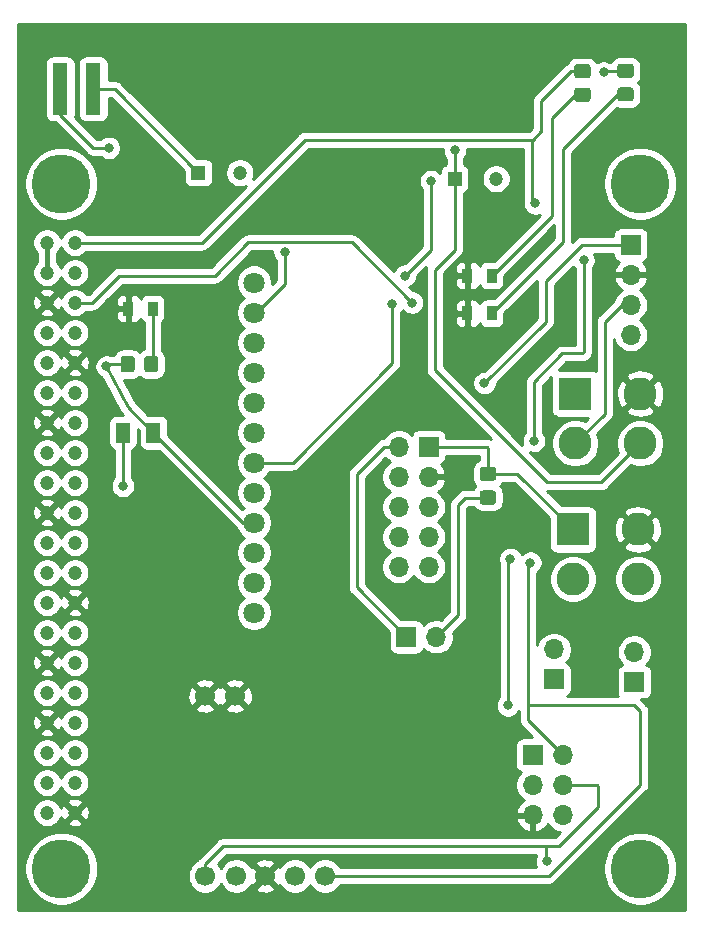
<source format=gbr>
%TF.GenerationSoftware,KiCad,Pcbnew,(5.1.10)-1*%
%TF.CreationDate,2022-03-11T11:42:31-05:00*%
%TF.ProjectId,PiShield,50695368-6965-46c6-942e-6b696361645f,rev?*%
%TF.SameCoordinates,Original*%
%TF.FileFunction,Copper,L2,Bot*%
%TF.FilePolarity,Positive*%
%FSLAX46Y46*%
G04 Gerber Fmt 4.6, Leading zero omitted, Abs format (unit mm)*
G04 Created by KiCad (PCBNEW (5.1.10)-1) date 2022-03-11 11:42:31*
%MOMM*%
%LPD*%
G01*
G04 APERTURE LIST*
%TA.AperFunction,ComponentPad*%
%ADD10O,1.700000X1.700000*%
%TD*%
%TA.AperFunction,ComponentPad*%
%ADD11R,1.700000X1.700000*%
%TD*%
%TA.AperFunction,ComponentPad*%
%ADD12R,2.800000X2.800000*%
%TD*%
%TA.AperFunction,ComponentPad*%
%ADD13C,2.800000*%
%TD*%
%TA.AperFunction,ComponentPad*%
%ADD14C,1.700000*%
%TD*%
%TA.AperFunction,ComponentPad*%
%ADD15C,1.200000*%
%TD*%
%TA.AperFunction,ComponentPad*%
%ADD16C,5.000000*%
%TD*%
%TA.AperFunction,ComponentPad*%
%ADD17C,1.800000*%
%TD*%
%TA.AperFunction,SMDPad,CuDef*%
%ADD18R,1.300000X4.400000*%
%TD*%
%TA.AperFunction,SMDPad,CuDef*%
%ADD19R,0.863600X1.244600*%
%TD*%
%TA.AperFunction,ComponentPad*%
%ADD20R,1.200000X1.200000*%
%TD*%
%TA.AperFunction,SMDPad,CuDef*%
%ADD21R,1.200000X1.780000*%
%TD*%
%TA.AperFunction,ViaPad*%
%ADD22C,0.800000*%
%TD*%
%TA.AperFunction,Conductor*%
%ADD23C,0.250000*%
%TD*%
%TA.AperFunction,Conductor*%
%ADD24C,0.400000*%
%TD*%
%TA.AperFunction,Conductor*%
%ADD25C,0.254000*%
%TD*%
%TA.AperFunction,Conductor*%
%ADD26C,0.100000*%
%TD*%
G04 APERTURE END LIST*
D10*
%TO.P,J1,4*%
%TO.N,/SCL_PI*%
X223000000Y-66120000D03*
%TO.P,J1,3*%
%TO.N,/SDA_PI*%
X223000000Y-63580000D03*
%TO.P,J1,2*%
%TO.N,/GLV_RTN*%
X223000000Y-61040000D03*
D11*
%TO.P,J1,1*%
%TO.N,/5V*%
X223000000Y-58500000D03*
%TD*%
D12*
%TO.P,J2,1*%
%TO.N,/SCL_PI*%
X218300000Y-71100000D03*
D13*
%TO.P,J2,2*%
%TO.N,/SDA_PI*%
X218300000Y-75300000D03*
%TO.P,J2,3*%
%TO.N,/GLV_RTN*%
X223800000Y-71100000D03*
%TO.P,J2,4*%
%TO.N,/24V*%
X223800000Y-75300000D03*
%TD*%
D14*
%TO.P,U10,4*%
%TO.N,/SCL_PI*%
X189601600Y-111940000D03*
%TO.P,U10,3*%
%TO.N,/GLV_RTN*%
X192040000Y-111940000D03*
%TO.P,U10,2*%
%TO.N,N/C*%
X194580000Y-111940000D03*
%TO.P,U10,1*%
%TO.N,/3V3*%
X197120000Y-111940000D03*
%TO.P,U10,5*%
%TO.N,/SDA_PI*%
X186960000Y-111940000D03*
%TO.P,U10,6*%
%TO.N,/GLV_RTN*%
X186960000Y-96700000D03*
%TO.P,U10,7*%
X189500000Y-96700000D03*
%TD*%
D11*
%TO.P,U11,1*%
%TO.N,N/C*%
X214700000Y-101700000D03*
D10*
%TO.P,U11,2*%
%TO.N,/3V3*%
X217240000Y-101700000D03*
%TO.P,U11,3*%
%TO.N,N/C*%
X214700000Y-104240000D03*
%TO.P,U11,4*%
%TO.N,/SDA_PI*%
X217240000Y-104240000D03*
%TO.P,U11,5*%
%TO.N,/GLV_RTN*%
X214700000Y-106780000D03*
%TO.P,U11,6*%
%TO.N,/SCL_PI*%
X217240000Y-106780000D03*
%TD*%
%TO.P,R4,2*%
%TO.N,Net-(J7-Pad2)*%
%TA.AperFunction,SMDPad,CuDef*%
G36*
G01*
X210449999Y-79300000D02*
X211350001Y-79300000D01*
G75*
G02*
X211600000Y-79549999I0J-249999D01*
G01*
X211600000Y-80250001D01*
G75*
G02*
X211350001Y-80500000I-249999J0D01*
G01*
X210449999Y-80500000D01*
G75*
G02*
X210200000Y-80250001I0J249999D01*
G01*
X210200000Y-79549999D01*
G75*
G02*
X210449999Y-79300000I249999J0D01*
G01*
G37*
%TD.AperFunction*%
%TO.P,R4,1*%
%TO.N,/CAN_H*%
%TA.AperFunction,SMDPad,CuDef*%
G36*
G01*
X210449999Y-77300000D02*
X211350001Y-77300000D01*
G75*
G02*
X211600000Y-77549999I0J-249999D01*
G01*
X211600000Y-78250001D01*
G75*
G02*
X211350001Y-78500000I-249999J0D01*
G01*
X210449999Y-78500000D01*
G75*
G02*
X210200000Y-78250001I0J249999D01*
G01*
X210200000Y-77549999D01*
G75*
G02*
X210449999Y-77300000I249999J0D01*
G01*
G37*
%TD.AperFunction*%
%TD*%
%TO.P,J7,2*%
%TO.N,Net-(J7-Pad2)*%
X206540000Y-91700000D03*
D11*
%TO.P,J7,1*%
%TO.N,/CAN_L*%
X204000000Y-91700000D03*
%TD*%
D15*
%TO.P,U1,32*%
%TO.N,N/C*%
X173573800Y-96408800D03*
%TO.P,U1,24*%
X173573800Y-86248800D03*
%TO.P,U1,19*%
X175935800Y-81168800D03*
%TO.P,U1,39*%
%TO.N,/GLV_RTN*%
X175935800Y-106568800D03*
%TO.P,U1,37*%
%TO.N,N/C*%
X175935800Y-104028800D03*
%TO.P,U1,28*%
X173573800Y-91328800D03*
%TO.P,U1,30*%
%TO.N,/GLV_RTN*%
X173573800Y-93868800D03*
%TO.P,U1,23*%
%TO.N,N/C*%
X175935800Y-86248800D03*
%TO.P,U1,22*%
X173573800Y-83708800D03*
%TO.P,U1,21*%
X175935800Y-83708800D03*
%TO.P,U1,20*%
%TO.N,/GLV_RTN*%
X173573800Y-81168800D03*
%TO.P,U1,40*%
%TO.N,N/C*%
X173573800Y-106568800D03*
%TO.P,U1,29*%
X175935800Y-93868800D03*
%TO.P,U1,35*%
X175935800Y-101488800D03*
%TO.P,U1,18*%
X173573800Y-78628800D03*
%TO.P,U1,27*%
X175935800Y-91328800D03*
%TO.P,U1,38*%
X173573800Y-104028800D03*
%TO.P,U1,34*%
%TO.N,/GLV_RTN*%
X173573800Y-98948800D03*
%TO.P,U1,33*%
%TO.N,N/C*%
X175935800Y-98948800D03*
%TO.P,U1,26*%
X173573800Y-88788800D03*
%TO.P,U1,31*%
%TO.N,/SR_CTRL*%
X175935800Y-96408800D03*
%TO.P,U1,36*%
%TO.N,N/C*%
X173573800Y-101488800D03*
%TO.P,U1,25*%
%TO.N,/GLV_RTN*%
X175935800Y-88788800D03*
%TO.P,U1,11*%
%TO.N,N/C*%
X175935800Y-71008800D03*
D16*
%TO.P,U1,44*%
X223795800Y-53320800D03*
D15*
%TO.P,U1,2*%
%TO.N,/5V*%
X173573800Y-58308800D03*
%TO.P,U1,4*%
X173573800Y-60848800D03*
%TO.P,U1,1*%
%TO.N,/3V3*%
X175935800Y-58308800D03*
%TO.P,U1,13*%
%TO.N,N/C*%
X175935800Y-73548800D03*
%TO.P,U1,9*%
%TO.N,/GLV_RTN*%
X175935800Y-68468800D03*
%TO.P,U1,14*%
X173573800Y-73548800D03*
D16*
%TO.P,U1,43*%
%TO.N,N/C*%
X223795800Y-111320800D03*
D15*
%TO.P,U1,17*%
X175935800Y-78628800D03*
D16*
%TO.P,U1,41*%
X174795800Y-111320800D03*
D15*
%TO.P,U1,6*%
%TO.N,/GLV_RTN*%
X173573800Y-63388800D03*
%TO.P,U1,7*%
%TO.N,N/C*%
X175935800Y-65928800D03*
%TO.P,U1,10*%
X173573800Y-68468800D03*
%TO.P,U1,8*%
X173573800Y-65928800D03*
D16*
%TO.P,U1,42*%
X174795800Y-53320800D03*
D15*
%TO.P,U1,12*%
X173573800Y-71008800D03*
%TO.P,U1,3*%
%TO.N,/SDA_PI*%
X175935800Y-60848800D03*
%TO.P,U1,5*%
%TO.N,/SCL_PI*%
X175935800Y-63388800D03*
%TO.P,U1,15*%
%TO.N,N/C*%
X175935800Y-76088800D03*
%TO.P,U1,16*%
X173573800Y-76088800D03*
%TD*%
%TO.P,R3,2*%
%TO.N,Net-(D3-Pad2)*%
%TA.AperFunction,SMDPad,CuDef*%
G36*
G01*
X222103429Y-45165610D02*
X223003431Y-45165610D01*
G75*
G02*
X223253430Y-45415609I0J-249999D01*
G01*
X223253430Y-46115611D01*
G75*
G02*
X223003431Y-46365610I-249999J0D01*
G01*
X222103429Y-46365610D01*
G75*
G02*
X221853430Y-46115611I0J249999D01*
G01*
X221853430Y-45415609D01*
G75*
G02*
X222103429Y-45165610I249999J0D01*
G01*
G37*
%TD.AperFunction*%
%TO.P,R3,1*%
%TO.N,/SDA_PI*%
%TA.AperFunction,SMDPad,CuDef*%
G36*
G01*
X222103429Y-43165610D02*
X223003431Y-43165610D01*
G75*
G02*
X223253430Y-43415609I0J-249999D01*
G01*
X223253430Y-44115611D01*
G75*
G02*
X223003431Y-44365610I-249999J0D01*
G01*
X222103429Y-44365610D01*
G75*
G02*
X221853430Y-44115611I0J249999D01*
G01*
X221853430Y-43415609D01*
G75*
G02*
X222103429Y-43165610I249999J0D01*
G01*
G37*
%TD.AperFunction*%
%TD*%
%TO.P,R2,2*%
%TO.N,Net-(D2-Pad2)*%
%TA.AperFunction,SMDPad,CuDef*%
G36*
G01*
X218449999Y-45200000D02*
X219350001Y-45200000D01*
G75*
G02*
X219600000Y-45449999I0J-249999D01*
G01*
X219600000Y-46150001D01*
G75*
G02*
X219350001Y-46400000I-249999J0D01*
G01*
X218449999Y-46400000D01*
G75*
G02*
X218200000Y-46150001I0J249999D01*
G01*
X218200000Y-45449999D01*
G75*
G02*
X218449999Y-45200000I249999J0D01*
G01*
G37*
%TD.AperFunction*%
%TO.P,R2,1*%
%TO.N,/3V3*%
%TA.AperFunction,SMDPad,CuDef*%
G36*
G01*
X218449999Y-43200000D02*
X219350001Y-43200000D01*
G75*
G02*
X219600000Y-43449999I0J-249999D01*
G01*
X219600000Y-44150001D01*
G75*
G02*
X219350001Y-44400000I-249999J0D01*
G01*
X218449999Y-44400000D01*
G75*
G02*
X218200000Y-44150001I0J249999D01*
G01*
X218200000Y-43449999D01*
G75*
G02*
X218449999Y-43200000I249999J0D01*
G01*
G37*
%TD.AperFunction*%
%TD*%
%TO.P,R1,2*%
%TO.N,Net-(D1-Pad2)*%
%TA.AperFunction,SMDPad,CuDef*%
G36*
G01*
X181800000Y-69050001D02*
X181800000Y-68149999D01*
G75*
G02*
X182049999Y-67900000I249999J0D01*
G01*
X182750001Y-67900000D01*
G75*
G02*
X183000000Y-68149999I0J-249999D01*
G01*
X183000000Y-69050001D01*
G75*
G02*
X182750001Y-69300000I-249999J0D01*
G01*
X182049999Y-69300000D01*
G75*
G02*
X181800000Y-69050001I0J249999D01*
G01*
G37*
%TD.AperFunction*%
%TO.P,R1,1*%
%TO.N,/5V*%
%TA.AperFunction,SMDPad,CuDef*%
G36*
G01*
X179800000Y-69050001D02*
X179800000Y-68149999D01*
G75*
G02*
X180049999Y-67900000I249999J0D01*
G01*
X180750001Y-67900000D01*
G75*
G02*
X181000000Y-68149999I0J-249999D01*
G01*
X181000000Y-69050001D01*
G75*
G02*
X180750001Y-69300000I-249999J0D01*
G01*
X180049999Y-69300000D01*
G75*
G02*
X179800000Y-69050001I0J249999D01*
G01*
G37*
%TD.AperFunction*%
%TD*%
D17*
%TO.P,PS1,12*%
%TO.N,N/C*%
X191100000Y-89640000D03*
%TO.P,PS1,11*%
%TO.N,/5V*%
X191100000Y-87100000D03*
%TO.P,PS1,10*%
X191100000Y-84560000D03*
%TO.P,PS1,9*%
X191100000Y-82020000D03*
%TO.P,PS1,8*%
%TO.N,Net-(C1-Pad1)*%
X191100000Y-79480000D03*
%TO.P,PS1,7*%
X191100000Y-76940000D03*
%TO.P,PS1,6*%
X191100000Y-74400000D03*
%TO.P,PS1,5*%
X191100000Y-71860000D03*
%TO.P,PS1,4*%
%TO.N,Net-(C3-Pad1)*%
X191100000Y-69320000D03*
%TO.P,PS1,3*%
X191100000Y-66780000D03*
%TO.P,PS1,2*%
X191100000Y-64240000D03*
%TO.P,PS1,1*%
%TO.N,N/C*%
X191100000Y-61700000D03*
%TD*%
D18*
%TO.P,L1,2*%
%TO.N,Net-(C3-Pad1)*%
X177500000Y-45300000D03*
%TO.P,L1,1*%
%TO.N,/24V*%
X174700000Y-45300000D03*
%TD*%
D10*
%TO.P,J6,2*%
%TO.N,N/C*%
X223300000Y-92960000D03*
D11*
%TO.P,J6,1*%
X223300000Y-95500000D03*
%TD*%
D10*
%TO.P,J5,10*%
%TO.N,N/C*%
X203360000Y-85760000D03*
%TO.P,J5,9*%
X205900000Y-85760000D03*
%TO.P,J5,8*%
X203360000Y-83220000D03*
%TO.P,J5,7*%
X205900000Y-83220000D03*
%TO.P,J5,6*%
X203360000Y-80680000D03*
%TO.P,J5,5*%
X205900000Y-80680000D03*
%TO.P,J5,4*%
%TO.N,/SR_CTRL*%
X203360000Y-78140000D03*
%TO.P,J5,3*%
%TO.N,/GLV_RTN*%
X205900000Y-78140000D03*
%TO.P,J5,2*%
%TO.N,/CAN_L*%
X203360000Y-75600000D03*
D11*
%TO.P,J5,1*%
%TO.N,/CAN_H*%
X205900000Y-75600000D03*
%TD*%
D13*
%TO.P,J4,4*%
%TO.N,N/C*%
X223600000Y-86800000D03*
%TO.P,J4,3*%
%TO.N,/GLV_RTN*%
X223600000Y-82600000D03*
%TO.P,J4,2*%
%TO.N,/CAN_L*%
X218100000Y-86800000D03*
D12*
%TO.P,J4,1*%
%TO.N,/CAN_H*%
X218100000Y-82600000D03*
%TD*%
D10*
%TO.P,J3,2*%
%TO.N,N/C*%
X216500000Y-92760000D03*
D11*
%TO.P,J3,1*%
X216500000Y-95300000D03*
%TD*%
D19*
%TO.P,D3,2*%
%TO.N,Net-(D3-Pad2)*%
X211228700Y-64300000D03*
%TO.P,D3,1*%
%TO.N,/GLV_RTN*%
X209171300Y-64300000D03*
%TD*%
%TO.P,D2,2*%
%TO.N,Net-(D2-Pad2)*%
X211228700Y-61100000D03*
%TO.P,D2,1*%
%TO.N,/GLV_RTN*%
X209171300Y-61100000D03*
%TD*%
%TO.P,D1,2*%
%TO.N,Net-(D1-Pad2)*%
X182528700Y-63900000D03*
%TO.P,D1,1*%
%TO.N,/GLV_RTN*%
X180471300Y-63900000D03*
%TD*%
D15*
%TO.P,C3,2*%
%TO.N,Net-(C1-Pad1)*%
X189900000Y-52400000D03*
D20*
%TO.P,C3,1*%
%TO.N,Net-(C3-Pad1)*%
X186400000Y-52400000D03*
%TD*%
D15*
%TO.P,C2,2*%
%TO.N,Net-(C1-Pad1)*%
X211600000Y-52900000D03*
D20*
%TO.P,C2,1*%
%TO.N,/24V*%
X208100000Y-52900000D03*
%TD*%
D21*
%TO.P,C1,2*%
%TO.N,/5V*%
X182590000Y-74400000D03*
%TO.P,C1,1*%
%TO.N,Net-(C1-Pad1)*%
X180010000Y-74400000D03*
%TD*%
D22*
%TO.N,/24V*%
X208100000Y-50500000D03*
X178800000Y-50300000D03*
%TO.N,/GLV_RTN*%
X208700000Y-77900000D03*
X208900000Y-74300000D03*
X210900000Y-51000000D03*
X218600000Y-56700000D03*
X221500000Y-56800000D03*
%TO.N,/5V*%
X210600000Y-70200000D03*
X178600000Y-68800000D03*
%TO.N,Net-(C1-Pad1)*%
X206100000Y-53100000D03*
X203900000Y-61100000D03*
X202800000Y-63500000D03*
X180000000Y-78900000D03*
%TO.N,Net-(C3-Pad1)*%
X193700000Y-59100000D03*
%TO.N,/SDA_PI*%
X220700000Y-43900000D03*
X215900000Y-110700000D03*
%TO.N,/SCL_PI*%
X204500000Y-63400000D03*
X212600000Y-97500000D03*
X212800000Y-85100000D03*
%TO.N,/3V3*%
X214500000Y-85400000D03*
X214800000Y-75100000D03*
X219000000Y-59800000D03*
X214900000Y-55000000D03*
%TD*%
D23*
%TO.N,/24V*%
X174700000Y-45300000D02*
X174700000Y-47500000D01*
X208100000Y-50500000D02*
X208100000Y-52900000D01*
X177500000Y-50300000D02*
X178800000Y-50300000D01*
X174700000Y-47500000D02*
X177500000Y-50300000D01*
X208100000Y-52900000D02*
X208100000Y-58900000D01*
X220500000Y-78600000D02*
X223800000Y-75300000D01*
X215900000Y-78600000D02*
X220500000Y-78600000D01*
X206400000Y-69100000D02*
X215900000Y-78600000D01*
X206400000Y-60600000D02*
X206400000Y-69100000D01*
X208100000Y-58900000D02*
X206400000Y-60600000D01*
%TO.N,Net-(D1-Pad2)*%
X182528700Y-63900000D02*
X182528700Y-68471300D01*
X182528700Y-68471300D02*
X182400000Y-68600000D01*
%TO.N,Net-(D2-Pad2)*%
X218900000Y-45800000D02*
X218300000Y-45800000D01*
X216300000Y-56028700D02*
X211228700Y-61100000D01*
X216300000Y-47800000D02*
X216300000Y-56028700D01*
X218300000Y-45800000D02*
X216300000Y-47800000D01*
%TO.N,Net-(D3-Pad2)*%
X222553430Y-45765610D02*
X221934390Y-45765610D01*
X217300000Y-58228700D02*
X211228700Y-64300000D01*
X217300000Y-50400000D02*
X217300000Y-58228700D01*
X221934390Y-45765610D02*
X217300000Y-50400000D01*
%TO.N,/GLV_RTN*%
X209171300Y-61100000D02*
X209171300Y-64300000D01*
X192040000Y-111940000D02*
X192040000Y-112160000D01*
X183267000Y-113900000D02*
X175935800Y-106568800D01*
X190300000Y-113900000D02*
X183267000Y-113900000D01*
X192040000Y-112160000D02*
X190300000Y-113900000D01*
X210900000Y-51000000D02*
X209900000Y-51000000D01*
X221400000Y-56700000D02*
X218600000Y-56700000D01*
X221500000Y-56800000D02*
X221400000Y-56700000D01*
D24*
%TO.N,/5V*%
X173573800Y-58308800D02*
X173573800Y-60848800D01*
D23*
X223000000Y-58500000D02*
X218900000Y-58500000D01*
X215800000Y-65000000D02*
X210600000Y-70200000D01*
X215800000Y-61600000D02*
X215800000Y-65000000D01*
X218900000Y-58500000D02*
X215800000Y-61600000D01*
X178600000Y-68800000D02*
X180400000Y-72210000D01*
X180400000Y-72210000D02*
X182590000Y-74400000D01*
X191100000Y-82020000D02*
X190210000Y-82020000D01*
X190210000Y-82020000D02*
X182590000Y-74400000D01*
X180400000Y-68600000D02*
X178800000Y-68600000D01*
X178800000Y-68600000D02*
X178600000Y-68800000D01*
%TO.N,Net-(C1-Pad1)*%
X191100000Y-76940000D02*
X194360000Y-76940000D01*
X206100000Y-58900000D02*
X206100000Y-53100000D01*
X203900000Y-61100000D02*
X206100000Y-58900000D01*
X202800000Y-68500000D02*
X202800000Y-63500000D01*
X194360000Y-76940000D02*
X202800000Y-68500000D01*
X180010000Y-78890000D02*
X180010000Y-74400000D01*
X180000000Y-78900000D02*
X180010000Y-78890000D01*
%TO.N,Net-(C3-Pad1)*%
X177500000Y-45300000D02*
X179300000Y-45300000D01*
X179300000Y-45300000D02*
X186400000Y-52400000D01*
X191100000Y-64240000D02*
X191260000Y-64240000D01*
X193700000Y-61800000D02*
X193700000Y-59100000D01*
X191260000Y-64240000D02*
X193700000Y-61800000D01*
%TO.N,/SDA_PI*%
X222553430Y-43765610D02*
X220834390Y-43765610D01*
X220834390Y-43765610D02*
X220700000Y-43900000D01*
X223000000Y-63580000D02*
X222220000Y-63580000D01*
X222220000Y-63580000D02*
X220800000Y-65000000D01*
X220800000Y-65000000D02*
X220800000Y-72800000D01*
X220800000Y-72800000D02*
X218300000Y-75300000D01*
X186960000Y-111940000D02*
X186960000Y-110940000D01*
X220140000Y-104240000D02*
X217240000Y-104240000D01*
X220200000Y-104300000D02*
X220140000Y-104240000D01*
X220200000Y-106100000D02*
X220200000Y-104300000D01*
X216900000Y-109400000D02*
X220200000Y-106100000D01*
X188500000Y-109400000D02*
X215800000Y-109400000D01*
X215800000Y-109400000D02*
X216900000Y-109400000D01*
X186960000Y-110940000D02*
X188500000Y-109400000D01*
X215800000Y-109400000D02*
X215800000Y-110600000D01*
X215800000Y-110600000D02*
X215900000Y-110700000D01*
%TO.N,/SCL_PI*%
X175935800Y-63388800D02*
X177411200Y-63388800D01*
X199400000Y-58300000D02*
X204500000Y-63400000D01*
X190600000Y-58300000D02*
X199400000Y-58300000D01*
X187800000Y-61100000D02*
X190600000Y-58300000D01*
X179700000Y-61100000D02*
X187800000Y-61100000D01*
X177411200Y-63388800D02*
X179700000Y-61100000D01*
X212600000Y-85300000D02*
X212600000Y-97500000D01*
X212800000Y-85100000D02*
X212600000Y-85300000D01*
%TO.N,/CAN_L*%
X203360000Y-75600000D02*
X202100000Y-75600000D01*
X199800000Y-87500000D02*
X204000000Y-91700000D01*
X199800000Y-77900000D02*
X199800000Y-87500000D01*
X202100000Y-75600000D02*
X199800000Y-77900000D01*
%TO.N,/CAN_H*%
X205900000Y-75600000D02*
X210800000Y-75600000D01*
X210900000Y-75700000D02*
X210900000Y-77900000D01*
X210800000Y-75600000D02*
X210900000Y-75700000D01*
X210900000Y-77900000D02*
X213400000Y-77900000D01*
X213400000Y-77900000D02*
X218100000Y-82600000D01*
%TO.N,/3V3*%
X218900000Y-43800000D02*
X217900000Y-43800000D01*
X186691200Y-58308800D02*
X175935800Y-58308800D01*
X195400000Y-49600000D02*
X186691200Y-58308800D01*
X214700000Y-49600000D02*
X214600000Y-49600000D01*
X214600000Y-49600000D02*
X195400000Y-49600000D01*
X215400000Y-48900000D02*
X214700000Y-49600000D01*
X215400000Y-46300000D02*
X215400000Y-48900000D01*
X217900000Y-43800000D02*
X215400000Y-46300000D01*
X214600000Y-49600000D02*
X214600000Y-54700000D01*
X214300000Y-98760000D02*
X217240000Y-101700000D01*
X214300000Y-85600000D02*
X214300000Y-97500000D01*
X214300000Y-97500000D02*
X214300000Y-98760000D01*
X214500000Y-85400000D02*
X214300000Y-85600000D01*
X214800000Y-70100000D02*
X214800000Y-75100000D01*
X217200000Y-67700000D02*
X214800000Y-70100000D01*
X218900000Y-67700000D02*
X217200000Y-67700000D01*
X219000000Y-67600000D02*
X218900000Y-67700000D01*
X219000000Y-59800000D02*
X219000000Y-67600000D01*
X214600000Y-54700000D02*
X214900000Y-55000000D01*
X214300000Y-97500000D02*
X223300000Y-97500000D01*
X216060000Y-111940000D02*
X197120000Y-111940000D01*
X223800000Y-104200000D02*
X216060000Y-111940000D01*
X223800000Y-98000000D02*
X223800000Y-104200000D01*
X223300000Y-97500000D02*
X223800000Y-98000000D01*
%TO.N,Net-(J7-Pad2)*%
X210900000Y-79900000D02*
X209000000Y-79900000D01*
X208400000Y-89840000D02*
X206540000Y-91700000D01*
X208400000Y-80500000D02*
X208400000Y-89840000D01*
X209000000Y-79900000D02*
X208400000Y-80500000D01*
%TD*%
D25*
%TO.N,/GLV_RTN*%
X227590001Y-114840000D02*
X171139720Y-114840000D01*
X171139720Y-111012029D01*
X171660800Y-111012029D01*
X171660800Y-111629571D01*
X171781276Y-112235246D01*
X172017599Y-112805779D01*
X172360686Y-113319246D01*
X172797354Y-113755914D01*
X173310821Y-114099001D01*
X173881354Y-114335324D01*
X174487029Y-114455800D01*
X175104571Y-114455800D01*
X175710246Y-114335324D01*
X176280779Y-114099001D01*
X176794246Y-113755914D01*
X177230914Y-113319246D01*
X177574001Y-112805779D01*
X177810324Y-112235246D01*
X177898144Y-111793740D01*
X185475000Y-111793740D01*
X185475000Y-112086260D01*
X185532068Y-112373158D01*
X185644010Y-112643411D01*
X185806525Y-112886632D01*
X186013368Y-113093475D01*
X186256589Y-113255990D01*
X186526842Y-113367932D01*
X186813740Y-113425000D01*
X187106260Y-113425000D01*
X187393158Y-113367932D01*
X187663411Y-113255990D01*
X187906632Y-113093475D01*
X188113475Y-112886632D01*
X188275990Y-112643411D01*
X188280800Y-112631799D01*
X188285610Y-112643411D01*
X188448125Y-112886632D01*
X188654968Y-113093475D01*
X188898189Y-113255990D01*
X189168442Y-113367932D01*
X189455340Y-113425000D01*
X189747860Y-113425000D01*
X190034758Y-113367932D01*
X190305011Y-113255990D01*
X190548232Y-113093475D01*
X190673310Y-112968397D01*
X191191208Y-112968397D01*
X191268843Y-113217472D01*
X191532883Y-113343371D01*
X191816411Y-113415339D01*
X192108531Y-113430611D01*
X192398019Y-113388599D01*
X192673747Y-113290919D01*
X192811157Y-113217472D01*
X192888792Y-112968397D01*
X192040000Y-112119605D01*
X191191208Y-112968397D01*
X190673310Y-112968397D01*
X190755075Y-112886632D01*
X190853398Y-112739481D01*
X191011603Y-112788792D01*
X191860395Y-111940000D01*
X191011603Y-111091208D01*
X190853398Y-111140519D01*
X190755075Y-110993368D01*
X190673310Y-110911603D01*
X191191208Y-110911603D01*
X192040000Y-111760395D01*
X192888792Y-110911603D01*
X192811157Y-110662528D01*
X192547117Y-110536629D01*
X192263589Y-110464661D01*
X191971469Y-110449389D01*
X191681981Y-110491401D01*
X191406253Y-110589081D01*
X191268843Y-110662528D01*
X191191208Y-110911603D01*
X190673310Y-110911603D01*
X190548232Y-110786525D01*
X190305011Y-110624010D01*
X190034758Y-110512068D01*
X189747860Y-110455000D01*
X189455340Y-110455000D01*
X189168442Y-110512068D01*
X188898189Y-110624010D01*
X188654968Y-110786525D01*
X188448125Y-110993368D01*
X188285610Y-111236589D01*
X188280800Y-111248201D01*
X188275990Y-111236589D01*
X188113475Y-110993368D01*
X188047454Y-110927347D01*
X188814802Y-110160000D01*
X215016033Y-110160000D01*
X214982795Y-110209744D01*
X214904774Y-110398102D01*
X214865000Y-110598061D01*
X214865000Y-110801939D01*
X214904774Y-111001898D01*
X214978547Y-111180000D01*
X198398178Y-111180000D01*
X198273475Y-110993368D01*
X198066632Y-110786525D01*
X197823411Y-110624010D01*
X197553158Y-110512068D01*
X197266260Y-110455000D01*
X196973740Y-110455000D01*
X196686842Y-110512068D01*
X196416589Y-110624010D01*
X196173368Y-110786525D01*
X195966525Y-110993368D01*
X195850000Y-111167760D01*
X195733475Y-110993368D01*
X195526632Y-110786525D01*
X195283411Y-110624010D01*
X195013158Y-110512068D01*
X194726260Y-110455000D01*
X194433740Y-110455000D01*
X194146842Y-110512068D01*
X193876589Y-110624010D01*
X193633368Y-110786525D01*
X193426525Y-110993368D01*
X193310689Y-111166729D01*
X193068397Y-111091208D01*
X192219605Y-111940000D01*
X193068397Y-112788792D01*
X193310689Y-112713271D01*
X193426525Y-112886632D01*
X193633368Y-113093475D01*
X193876589Y-113255990D01*
X194146842Y-113367932D01*
X194433740Y-113425000D01*
X194726260Y-113425000D01*
X195013158Y-113367932D01*
X195283411Y-113255990D01*
X195526632Y-113093475D01*
X195733475Y-112886632D01*
X195850000Y-112712240D01*
X195966525Y-112886632D01*
X196173368Y-113093475D01*
X196416589Y-113255990D01*
X196686842Y-113367932D01*
X196973740Y-113425000D01*
X197266260Y-113425000D01*
X197553158Y-113367932D01*
X197823411Y-113255990D01*
X198066632Y-113093475D01*
X198273475Y-112886632D01*
X198398178Y-112700000D01*
X216022678Y-112700000D01*
X216060000Y-112703676D01*
X216097322Y-112700000D01*
X216097333Y-112700000D01*
X216208986Y-112689003D01*
X216352247Y-112645546D01*
X216484276Y-112574974D01*
X216600001Y-112480001D01*
X216623804Y-112450997D01*
X218062772Y-111012029D01*
X220660800Y-111012029D01*
X220660800Y-111629571D01*
X220781276Y-112235246D01*
X221017599Y-112805779D01*
X221360686Y-113319246D01*
X221797354Y-113755914D01*
X222310821Y-114099001D01*
X222881354Y-114335324D01*
X223487029Y-114455800D01*
X224104571Y-114455800D01*
X224710246Y-114335324D01*
X225280779Y-114099001D01*
X225794246Y-113755914D01*
X226230914Y-113319246D01*
X226574001Y-112805779D01*
X226810324Y-112235246D01*
X226930800Y-111629571D01*
X226930800Y-111012029D01*
X226810324Y-110406354D01*
X226574001Y-109835821D01*
X226230914Y-109322354D01*
X225794246Y-108885686D01*
X225280779Y-108542599D01*
X224710246Y-108306276D01*
X224104571Y-108185800D01*
X223487029Y-108185800D01*
X222881354Y-108306276D01*
X222310821Y-108542599D01*
X221797354Y-108885686D01*
X221360686Y-109322354D01*
X221017599Y-109835821D01*
X220781276Y-110406354D01*
X220660800Y-111012029D01*
X218062772Y-111012029D01*
X224311003Y-104763799D01*
X224340001Y-104740001D01*
X224402147Y-104664276D01*
X224434974Y-104624277D01*
X224505546Y-104492247D01*
X224518669Y-104448986D01*
X224549003Y-104348986D01*
X224560000Y-104237333D01*
X224560000Y-104237323D01*
X224563676Y-104200000D01*
X224560000Y-104162677D01*
X224560000Y-98037325D01*
X224563676Y-98000000D01*
X224560000Y-97962675D01*
X224560000Y-97962667D01*
X224549003Y-97851014D01*
X224505546Y-97707753D01*
X224434974Y-97575724D01*
X224340001Y-97459999D01*
X224310998Y-97436197D01*
X223863804Y-96989003D01*
X223863040Y-96988072D01*
X224150000Y-96988072D01*
X224274482Y-96975812D01*
X224394180Y-96939502D01*
X224504494Y-96880537D01*
X224601185Y-96801185D01*
X224680537Y-96704494D01*
X224739502Y-96594180D01*
X224775812Y-96474482D01*
X224788072Y-96350000D01*
X224788072Y-94650000D01*
X224775812Y-94525518D01*
X224739502Y-94405820D01*
X224680537Y-94295506D01*
X224601185Y-94198815D01*
X224504494Y-94119463D01*
X224394180Y-94060498D01*
X224321620Y-94038487D01*
X224453475Y-93906632D01*
X224615990Y-93663411D01*
X224727932Y-93393158D01*
X224785000Y-93106260D01*
X224785000Y-92813740D01*
X224727932Y-92526842D01*
X224615990Y-92256589D01*
X224453475Y-92013368D01*
X224246632Y-91806525D01*
X224003411Y-91644010D01*
X223733158Y-91532068D01*
X223446260Y-91475000D01*
X223153740Y-91475000D01*
X222866842Y-91532068D01*
X222596589Y-91644010D01*
X222353368Y-91806525D01*
X222146525Y-92013368D01*
X221984010Y-92256589D01*
X221872068Y-92526842D01*
X221815000Y-92813740D01*
X221815000Y-93106260D01*
X221872068Y-93393158D01*
X221984010Y-93663411D01*
X222146525Y-93906632D01*
X222278380Y-94038487D01*
X222205820Y-94060498D01*
X222095506Y-94119463D01*
X221998815Y-94198815D01*
X221919463Y-94295506D01*
X221860498Y-94405820D01*
X221824188Y-94525518D01*
X221811928Y-94650000D01*
X221811928Y-96350000D01*
X221824188Y-96474482D01*
X221860498Y-96594180D01*
X221919463Y-96704494D01*
X221948602Y-96740000D01*
X217592538Y-96740000D01*
X217594180Y-96739502D01*
X217704494Y-96680537D01*
X217801185Y-96601185D01*
X217880537Y-96504494D01*
X217939502Y-96394180D01*
X217975812Y-96274482D01*
X217988072Y-96150000D01*
X217988072Y-94450000D01*
X217975812Y-94325518D01*
X217939502Y-94205820D01*
X217880537Y-94095506D01*
X217801185Y-93998815D01*
X217704494Y-93919463D01*
X217594180Y-93860498D01*
X217521620Y-93838487D01*
X217653475Y-93706632D01*
X217815990Y-93463411D01*
X217927932Y-93193158D01*
X217985000Y-92906260D01*
X217985000Y-92613740D01*
X217927932Y-92326842D01*
X217815990Y-92056589D01*
X217653475Y-91813368D01*
X217446632Y-91606525D01*
X217203411Y-91444010D01*
X216933158Y-91332068D01*
X216646260Y-91275000D01*
X216353740Y-91275000D01*
X216066842Y-91332068D01*
X215796589Y-91444010D01*
X215553368Y-91606525D01*
X215346525Y-91813368D01*
X215184010Y-92056589D01*
X215072068Y-92326842D01*
X215060000Y-92387511D01*
X215060000Y-86599570D01*
X216065000Y-86599570D01*
X216065000Y-87000430D01*
X216143204Y-87393587D01*
X216296607Y-87763934D01*
X216519313Y-88097237D01*
X216802763Y-88380687D01*
X217136066Y-88603393D01*
X217506413Y-88756796D01*
X217899570Y-88835000D01*
X218300430Y-88835000D01*
X218693587Y-88756796D01*
X219063934Y-88603393D01*
X219397237Y-88380687D01*
X219680687Y-88097237D01*
X219903393Y-87763934D01*
X220056796Y-87393587D01*
X220135000Y-87000430D01*
X220135000Y-86599570D01*
X221565000Y-86599570D01*
X221565000Y-87000430D01*
X221643204Y-87393587D01*
X221796607Y-87763934D01*
X222019313Y-88097237D01*
X222302763Y-88380687D01*
X222636066Y-88603393D01*
X223006413Y-88756796D01*
X223399570Y-88835000D01*
X223800430Y-88835000D01*
X224193587Y-88756796D01*
X224563934Y-88603393D01*
X224897237Y-88380687D01*
X225180687Y-88097237D01*
X225403393Y-87763934D01*
X225556796Y-87393587D01*
X225635000Y-87000430D01*
X225635000Y-86599570D01*
X225556796Y-86206413D01*
X225403393Y-85836066D01*
X225180687Y-85502763D01*
X224897237Y-85219313D01*
X224563934Y-84996607D01*
X224193587Y-84843204D01*
X223800430Y-84765000D01*
X223399570Y-84765000D01*
X223006413Y-84843204D01*
X222636066Y-84996607D01*
X222302763Y-85219313D01*
X222019313Y-85502763D01*
X221796607Y-85836066D01*
X221643204Y-86206413D01*
X221565000Y-86599570D01*
X220135000Y-86599570D01*
X220056796Y-86206413D01*
X219903393Y-85836066D01*
X219680687Y-85502763D01*
X219397237Y-85219313D01*
X219063934Y-84996607D01*
X218693587Y-84843204D01*
X218300430Y-84765000D01*
X217899570Y-84765000D01*
X217506413Y-84843204D01*
X217136066Y-84996607D01*
X216802763Y-85219313D01*
X216519313Y-85502763D01*
X216296607Y-85836066D01*
X216143204Y-86206413D01*
X216065000Y-86599570D01*
X215060000Y-86599570D01*
X215060000Y-86270604D01*
X215159774Y-86203937D01*
X215303937Y-86059774D01*
X215417205Y-85890256D01*
X215495226Y-85701898D01*
X215535000Y-85501939D01*
X215535000Y-85298061D01*
X215495226Y-85098102D01*
X215417205Y-84909744D01*
X215303937Y-84740226D01*
X215159774Y-84596063D01*
X214990256Y-84482795D01*
X214801898Y-84404774D01*
X214601939Y-84365000D01*
X214398061Y-84365000D01*
X214198102Y-84404774D01*
X214009744Y-84482795D01*
X213840226Y-84596063D01*
X213749230Y-84687059D01*
X213717205Y-84609744D01*
X213603937Y-84440226D01*
X213459774Y-84296063D01*
X213290256Y-84182795D01*
X213101898Y-84104774D01*
X212901939Y-84065000D01*
X212698061Y-84065000D01*
X212498102Y-84104774D01*
X212309744Y-84182795D01*
X212140226Y-84296063D01*
X211996063Y-84440226D01*
X211882795Y-84609744D01*
X211804774Y-84798102D01*
X211765000Y-84998061D01*
X211765000Y-85201939D01*
X211804774Y-85401898D01*
X211840000Y-85486941D01*
X211840001Y-96796288D01*
X211796063Y-96840226D01*
X211682795Y-97009744D01*
X211604774Y-97198102D01*
X211565000Y-97398061D01*
X211565000Y-97601939D01*
X211604774Y-97801898D01*
X211682795Y-97990256D01*
X211796063Y-98159774D01*
X211940226Y-98303937D01*
X212109744Y-98417205D01*
X212298102Y-98495226D01*
X212498061Y-98535000D01*
X212701939Y-98535000D01*
X212901898Y-98495226D01*
X213090256Y-98417205D01*
X213259774Y-98303937D01*
X213403937Y-98159774D01*
X213517205Y-97990256D01*
X213540000Y-97935224D01*
X213540001Y-98722668D01*
X213536324Y-98760000D01*
X213550998Y-98908985D01*
X213594454Y-99052246D01*
X213665026Y-99184276D01*
X213733203Y-99267349D01*
X213760000Y-99300001D01*
X213788998Y-99323799D01*
X214677127Y-100211928D01*
X213850000Y-100211928D01*
X213725518Y-100224188D01*
X213605820Y-100260498D01*
X213495506Y-100319463D01*
X213398815Y-100398815D01*
X213319463Y-100495506D01*
X213260498Y-100605820D01*
X213224188Y-100725518D01*
X213211928Y-100850000D01*
X213211928Y-102550000D01*
X213224188Y-102674482D01*
X213260498Y-102794180D01*
X213319463Y-102904494D01*
X213398815Y-103001185D01*
X213495506Y-103080537D01*
X213605820Y-103139502D01*
X213678380Y-103161513D01*
X213546525Y-103293368D01*
X213384010Y-103536589D01*
X213272068Y-103806842D01*
X213215000Y-104093740D01*
X213215000Y-104386260D01*
X213272068Y-104673158D01*
X213384010Y-104943411D01*
X213546525Y-105186632D01*
X213753368Y-105393475D01*
X213935534Y-105515195D01*
X213818645Y-105584822D01*
X213602412Y-105779731D01*
X213428359Y-106013080D01*
X213303175Y-106275901D01*
X213258524Y-106423110D01*
X213379845Y-106653000D01*
X214573000Y-106653000D01*
X214573000Y-106633000D01*
X214827000Y-106633000D01*
X214827000Y-106653000D01*
X214847000Y-106653000D01*
X214847000Y-106907000D01*
X214827000Y-106907000D01*
X214827000Y-108100814D01*
X215056891Y-108221481D01*
X215331252Y-108124157D01*
X215581355Y-107975178D01*
X215797588Y-107780269D01*
X215968900Y-107550594D01*
X216086525Y-107726632D01*
X216293368Y-107933475D01*
X216536589Y-108095990D01*
X216806842Y-108207932D01*
X216982355Y-108242844D01*
X216585199Y-108640000D01*
X215837333Y-108640000D01*
X215800000Y-108636323D01*
X215762667Y-108640000D01*
X188537323Y-108640000D01*
X188500000Y-108636324D01*
X188462677Y-108640000D01*
X188462667Y-108640000D01*
X188351014Y-108650997D01*
X188207753Y-108694454D01*
X188075723Y-108765026D01*
X187992083Y-108833668D01*
X187959999Y-108859999D01*
X187936201Y-108888997D01*
X186448998Y-110376201D01*
X186420000Y-110399999D01*
X186396202Y-110428997D01*
X186396201Y-110428998D01*
X186325026Y-110515724D01*
X186270147Y-110618394D01*
X186256589Y-110624010D01*
X186013368Y-110786525D01*
X185806525Y-110993368D01*
X185644010Y-111236589D01*
X185532068Y-111506842D01*
X185475000Y-111793740D01*
X177898144Y-111793740D01*
X177930800Y-111629571D01*
X177930800Y-111012029D01*
X177810324Y-110406354D01*
X177574001Y-109835821D01*
X177230914Y-109322354D01*
X176794246Y-108885686D01*
X176280779Y-108542599D01*
X175710246Y-108306276D01*
X175104571Y-108185800D01*
X174487029Y-108185800D01*
X173881354Y-108306276D01*
X173310821Y-108542599D01*
X172797354Y-108885686D01*
X172360686Y-109322354D01*
X172017599Y-109835821D01*
X171781276Y-110406354D01*
X171660800Y-111012029D01*
X171139720Y-111012029D01*
X171139720Y-106447163D01*
X172338800Y-106447163D01*
X172338800Y-106690437D01*
X172386260Y-106929036D01*
X172479357Y-107153792D01*
X172614513Y-107356067D01*
X172786533Y-107528087D01*
X172988808Y-107663243D01*
X173213564Y-107756340D01*
X173452163Y-107803800D01*
X173695437Y-107803800D01*
X173934036Y-107756340D01*
X174158792Y-107663243D01*
X174361067Y-107528087D01*
X174470590Y-107418564D01*
X175265641Y-107418564D01*
X175312948Y-107642148D01*
X175534316Y-107743037D01*
X175771113Y-107798800D01*
X176014238Y-107807295D01*
X176254349Y-107768195D01*
X176482218Y-107683002D01*
X176558652Y-107642148D01*
X176605959Y-107418564D01*
X175935800Y-106748405D01*
X175265641Y-107418564D01*
X174470590Y-107418564D01*
X174533087Y-107356067D01*
X174668243Y-107153792D01*
X174756426Y-106940900D01*
X174821598Y-107115218D01*
X174862452Y-107191652D01*
X175086036Y-107238959D01*
X175756195Y-106568800D01*
X176115405Y-106568800D01*
X176785564Y-107238959D01*
X177009148Y-107191652D01*
X177034105Y-107136890D01*
X213258524Y-107136890D01*
X213303175Y-107284099D01*
X213428359Y-107546920D01*
X213602412Y-107780269D01*
X213818645Y-107975178D01*
X214068748Y-108124157D01*
X214343109Y-108221481D01*
X214573000Y-108100814D01*
X214573000Y-106907000D01*
X213379845Y-106907000D01*
X213258524Y-107136890D01*
X177034105Y-107136890D01*
X177110037Y-106970284D01*
X177165800Y-106733487D01*
X177174295Y-106490362D01*
X177135195Y-106250251D01*
X177050002Y-106022382D01*
X177009148Y-105945948D01*
X176785564Y-105898641D01*
X176115405Y-106568800D01*
X175756195Y-106568800D01*
X175086036Y-105898641D01*
X174862452Y-105945948D01*
X174761563Y-106167316D01*
X174755289Y-106193957D01*
X174668243Y-105983808D01*
X174533087Y-105781533D01*
X174470590Y-105719036D01*
X175265641Y-105719036D01*
X175935800Y-106389195D01*
X176605959Y-105719036D01*
X176558652Y-105495452D01*
X176337284Y-105394563D01*
X176100487Y-105338800D01*
X175857362Y-105330305D01*
X175617251Y-105369405D01*
X175389382Y-105454598D01*
X175312948Y-105495452D01*
X175265641Y-105719036D01*
X174470590Y-105719036D01*
X174361067Y-105609513D01*
X174158792Y-105474357D01*
X173934036Y-105381260D01*
X173695437Y-105333800D01*
X173452163Y-105333800D01*
X173213564Y-105381260D01*
X172988808Y-105474357D01*
X172786533Y-105609513D01*
X172614513Y-105781533D01*
X172479357Y-105983808D01*
X172386260Y-106208564D01*
X172338800Y-106447163D01*
X171139720Y-106447163D01*
X171139720Y-103907163D01*
X172338800Y-103907163D01*
X172338800Y-104150437D01*
X172386260Y-104389036D01*
X172479357Y-104613792D01*
X172614513Y-104816067D01*
X172786533Y-104988087D01*
X172988808Y-105123243D01*
X173213564Y-105216340D01*
X173452163Y-105263800D01*
X173695437Y-105263800D01*
X173934036Y-105216340D01*
X174158792Y-105123243D01*
X174361067Y-104988087D01*
X174533087Y-104816067D01*
X174668243Y-104613792D01*
X174754800Y-104404825D01*
X174841357Y-104613792D01*
X174976513Y-104816067D01*
X175148533Y-104988087D01*
X175350808Y-105123243D01*
X175575564Y-105216340D01*
X175814163Y-105263800D01*
X176057437Y-105263800D01*
X176296036Y-105216340D01*
X176520792Y-105123243D01*
X176723067Y-104988087D01*
X176895087Y-104816067D01*
X177030243Y-104613792D01*
X177123340Y-104389036D01*
X177170800Y-104150437D01*
X177170800Y-103907163D01*
X177123340Y-103668564D01*
X177030243Y-103443808D01*
X176895087Y-103241533D01*
X176723067Y-103069513D01*
X176520792Y-102934357D01*
X176296036Y-102841260D01*
X176057437Y-102793800D01*
X175814163Y-102793800D01*
X175575564Y-102841260D01*
X175350808Y-102934357D01*
X175148533Y-103069513D01*
X174976513Y-103241533D01*
X174841357Y-103443808D01*
X174754800Y-103652775D01*
X174668243Y-103443808D01*
X174533087Y-103241533D01*
X174361067Y-103069513D01*
X174158792Y-102934357D01*
X173934036Y-102841260D01*
X173695437Y-102793800D01*
X173452163Y-102793800D01*
X173213564Y-102841260D01*
X172988808Y-102934357D01*
X172786533Y-103069513D01*
X172614513Y-103241533D01*
X172479357Y-103443808D01*
X172386260Y-103668564D01*
X172338800Y-103907163D01*
X171139720Y-103907163D01*
X171139720Y-101367163D01*
X172338800Y-101367163D01*
X172338800Y-101610437D01*
X172386260Y-101849036D01*
X172479357Y-102073792D01*
X172614513Y-102276067D01*
X172786533Y-102448087D01*
X172988808Y-102583243D01*
X173213564Y-102676340D01*
X173452163Y-102723800D01*
X173695437Y-102723800D01*
X173934036Y-102676340D01*
X174158792Y-102583243D01*
X174361067Y-102448087D01*
X174533087Y-102276067D01*
X174668243Y-102073792D01*
X174754800Y-101864825D01*
X174841357Y-102073792D01*
X174976513Y-102276067D01*
X175148533Y-102448087D01*
X175350808Y-102583243D01*
X175575564Y-102676340D01*
X175814163Y-102723800D01*
X176057437Y-102723800D01*
X176296036Y-102676340D01*
X176520792Y-102583243D01*
X176723067Y-102448087D01*
X176895087Y-102276067D01*
X177030243Y-102073792D01*
X177123340Y-101849036D01*
X177170800Y-101610437D01*
X177170800Y-101367163D01*
X177123340Y-101128564D01*
X177030243Y-100903808D01*
X176895087Y-100701533D01*
X176723067Y-100529513D01*
X176520792Y-100394357D01*
X176296036Y-100301260D01*
X176057437Y-100253800D01*
X175814163Y-100253800D01*
X175575564Y-100301260D01*
X175350808Y-100394357D01*
X175148533Y-100529513D01*
X174976513Y-100701533D01*
X174841357Y-100903808D01*
X174754800Y-101112775D01*
X174668243Y-100903808D01*
X174533087Y-100701533D01*
X174361067Y-100529513D01*
X174158792Y-100394357D01*
X173934036Y-100301260D01*
X173695437Y-100253800D01*
X173452163Y-100253800D01*
X173213564Y-100301260D01*
X172988808Y-100394357D01*
X172786533Y-100529513D01*
X172614513Y-100701533D01*
X172479357Y-100903808D01*
X172386260Y-101128564D01*
X172338800Y-101367163D01*
X171139720Y-101367163D01*
X171139720Y-99798564D01*
X172903641Y-99798564D01*
X172950948Y-100022148D01*
X173172316Y-100123037D01*
X173409113Y-100178800D01*
X173652238Y-100187295D01*
X173892349Y-100148195D01*
X174120218Y-100063002D01*
X174196652Y-100022148D01*
X174243959Y-99798564D01*
X173573800Y-99128405D01*
X172903641Y-99798564D01*
X171139720Y-99798564D01*
X171139720Y-99027238D01*
X172335305Y-99027238D01*
X172374405Y-99267349D01*
X172459598Y-99495218D01*
X172500452Y-99571652D01*
X172724036Y-99618959D01*
X173394195Y-98948800D01*
X173753405Y-98948800D01*
X174423564Y-99618959D01*
X174647148Y-99571652D01*
X174748037Y-99350284D01*
X174754311Y-99323643D01*
X174841357Y-99533792D01*
X174976513Y-99736067D01*
X175148533Y-99908087D01*
X175350808Y-100043243D01*
X175575564Y-100136340D01*
X175814163Y-100183800D01*
X176057437Y-100183800D01*
X176296036Y-100136340D01*
X176520792Y-100043243D01*
X176723067Y-99908087D01*
X176895087Y-99736067D01*
X177030243Y-99533792D01*
X177123340Y-99309036D01*
X177170800Y-99070437D01*
X177170800Y-98827163D01*
X177123340Y-98588564D01*
X177030243Y-98363808D01*
X176895087Y-98161533D01*
X176723067Y-97989513D01*
X176520792Y-97854357D01*
X176296036Y-97761260D01*
X176130822Y-97728397D01*
X186111208Y-97728397D01*
X186188843Y-97977472D01*
X186452883Y-98103371D01*
X186736411Y-98175339D01*
X187028531Y-98190611D01*
X187318019Y-98148599D01*
X187593747Y-98050919D01*
X187731157Y-97977472D01*
X187808792Y-97728397D01*
X188651208Y-97728397D01*
X188728843Y-97977472D01*
X188992883Y-98103371D01*
X189276411Y-98175339D01*
X189568531Y-98190611D01*
X189858019Y-98148599D01*
X190133747Y-98050919D01*
X190271157Y-97977472D01*
X190348792Y-97728397D01*
X189500000Y-96879605D01*
X188651208Y-97728397D01*
X187808792Y-97728397D01*
X186960000Y-96879605D01*
X186111208Y-97728397D01*
X176130822Y-97728397D01*
X176057437Y-97713800D01*
X175814163Y-97713800D01*
X175575564Y-97761260D01*
X175350808Y-97854357D01*
X175148533Y-97989513D01*
X174976513Y-98161533D01*
X174841357Y-98363808D01*
X174753174Y-98576700D01*
X174688002Y-98402382D01*
X174647148Y-98325948D01*
X174423564Y-98278641D01*
X173753405Y-98948800D01*
X173394195Y-98948800D01*
X172724036Y-98278641D01*
X172500452Y-98325948D01*
X172399563Y-98547316D01*
X172343800Y-98784113D01*
X172335305Y-99027238D01*
X171139720Y-99027238D01*
X171139720Y-98099036D01*
X172903641Y-98099036D01*
X173573800Y-98769195D01*
X174243959Y-98099036D01*
X174196652Y-97875452D01*
X173975284Y-97774563D01*
X173738487Y-97718800D01*
X173495362Y-97710305D01*
X173255251Y-97749405D01*
X173027382Y-97834598D01*
X172950948Y-97875452D01*
X172903641Y-98099036D01*
X171139720Y-98099036D01*
X171139720Y-96287163D01*
X172338800Y-96287163D01*
X172338800Y-96530437D01*
X172386260Y-96769036D01*
X172479357Y-96993792D01*
X172614513Y-97196067D01*
X172786533Y-97368087D01*
X172988808Y-97503243D01*
X173213564Y-97596340D01*
X173452163Y-97643800D01*
X173695437Y-97643800D01*
X173934036Y-97596340D01*
X174158792Y-97503243D01*
X174361067Y-97368087D01*
X174533087Y-97196067D01*
X174668243Y-96993792D01*
X174754800Y-96784825D01*
X174841357Y-96993792D01*
X174976513Y-97196067D01*
X175148533Y-97368087D01*
X175350808Y-97503243D01*
X175575564Y-97596340D01*
X175814163Y-97643800D01*
X176057437Y-97643800D01*
X176296036Y-97596340D01*
X176520792Y-97503243D01*
X176723067Y-97368087D01*
X176895087Y-97196067D01*
X177030243Y-96993792D01*
X177123340Y-96769036D01*
X177123440Y-96768531D01*
X185469389Y-96768531D01*
X185511401Y-97058019D01*
X185609081Y-97333747D01*
X185682528Y-97471157D01*
X185931603Y-97548792D01*
X186780395Y-96700000D01*
X187139605Y-96700000D01*
X187988397Y-97548792D01*
X188230000Y-97473486D01*
X188471603Y-97548792D01*
X189320395Y-96700000D01*
X189679605Y-96700000D01*
X190528397Y-97548792D01*
X190777472Y-97471157D01*
X190903371Y-97207117D01*
X190975339Y-96923589D01*
X190990611Y-96631469D01*
X190948599Y-96341981D01*
X190850919Y-96066253D01*
X190777472Y-95928843D01*
X190528397Y-95851208D01*
X189679605Y-96700000D01*
X189320395Y-96700000D01*
X188471603Y-95851208D01*
X188230000Y-95926514D01*
X187988397Y-95851208D01*
X187139605Y-96700000D01*
X186780395Y-96700000D01*
X185931603Y-95851208D01*
X185682528Y-95928843D01*
X185556629Y-96192883D01*
X185484661Y-96476411D01*
X185469389Y-96768531D01*
X177123440Y-96768531D01*
X177170800Y-96530437D01*
X177170800Y-96287163D01*
X177123340Y-96048564D01*
X177030243Y-95823808D01*
X176928543Y-95671603D01*
X186111208Y-95671603D01*
X186960000Y-96520395D01*
X187808792Y-95671603D01*
X188651208Y-95671603D01*
X189500000Y-96520395D01*
X190348792Y-95671603D01*
X190271157Y-95422528D01*
X190007117Y-95296629D01*
X189723589Y-95224661D01*
X189431469Y-95209389D01*
X189141981Y-95251401D01*
X188866253Y-95349081D01*
X188728843Y-95422528D01*
X188651208Y-95671603D01*
X187808792Y-95671603D01*
X187731157Y-95422528D01*
X187467117Y-95296629D01*
X187183589Y-95224661D01*
X186891469Y-95209389D01*
X186601981Y-95251401D01*
X186326253Y-95349081D01*
X186188843Y-95422528D01*
X186111208Y-95671603D01*
X176928543Y-95671603D01*
X176895087Y-95621533D01*
X176723067Y-95449513D01*
X176520792Y-95314357D01*
X176296036Y-95221260D01*
X176057437Y-95173800D01*
X175814163Y-95173800D01*
X175575564Y-95221260D01*
X175350808Y-95314357D01*
X175148533Y-95449513D01*
X174976513Y-95621533D01*
X174841357Y-95823808D01*
X174754800Y-96032775D01*
X174668243Y-95823808D01*
X174533087Y-95621533D01*
X174361067Y-95449513D01*
X174158792Y-95314357D01*
X173934036Y-95221260D01*
X173695437Y-95173800D01*
X173452163Y-95173800D01*
X173213564Y-95221260D01*
X172988808Y-95314357D01*
X172786533Y-95449513D01*
X172614513Y-95621533D01*
X172479357Y-95823808D01*
X172386260Y-96048564D01*
X172338800Y-96287163D01*
X171139720Y-96287163D01*
X171139720Y-94718564D01*
X172903641Y-94718564D01*
X172950948Y-94942148D01*
X173172316Y-95043037D01*
X173409113Y-95098800D01*
X173652238Y-95107295D01*
X173892349Y-95068195D01*
X174120218Y-94983002D01*
X174196652Y-94942148D01*
X174243959Y-94718564D01*
X173573800Y-94048405D01*
X172903641Y-94718564D01*
X171139720Y-94718564D01*
X171139720Y-93947238D01*
X172335305Y-93947238D01*
X172374405Y-94187349D01*
X172459598Y-94415218D01*
X172500452Y-94491652D01*
X172724036Y-94538959D01*
X173394195Y-93868800D01*
X173753405Y-93868800D01*
X174423564Y-94538959D01*
X174647148Y-94491652D01*
X174748037Y-94270284D01*
X174754311Y-94243643D01*
X174841357Y-94453792D01*
X174976513Y-94656067D01*
X175148533Y-94828087D01*
X175350808Y-94963243D01*
X175575564Y-95056340D01*
X175814163Y-95103800D01*
X176057437Y-95103800D01*
X176296036Y-95056340D01*
X176520792Y-94963243D01*
X176723067Y-94828087D01*
X176895087Y-94656067D01*
X177030243Y-94453792D01*
X177123340Y-94229036D01*
X177170800Y-93990437D01*
X177170800Y-93747163D01*
X177123340Y-93508564D01*
X177030243Y-93283808D01*
X176895087Y-93081533D01*
X176723067Y-92909513D01*
X176520792Y-92774357D01*
X176296036Y-92681260D01*
X176057437Y-92633800D01*
X175814163Y-92633800D01*
X175575564Y-92681260D01*
X175350808Y-92774357D01*
X175148533Y-92909513D01*
X174976513Y-93081533D01*
X174841357Y-93283808D01*
X174753174Y-93496700D01*
X174688002Y-93322382D01*
X174647148Y-93245948D01*
X174423564Y-93198641D01*
X173753405Y-93868800D01*
X173394195Y-93868800D01*
X172724036Y-93198641D01*
X172500452Y-93245948D01*
X172399563Y-93467316D01*
X172343800Y-93704113D01*
X172335305Y-93947238D01*
X171139720Y-93947238D01*
X171139720Y-93019036D01*
X172903641Y-93019036D01*
X173573800Y-93689195D01*
X174243959Y-93019036D01*
X174196652Y-92795452D01*
X173975284Y-92694563D01*
X173738487Y-92638800D01*
X173495362Y-92630305D01*
X173255251Y-92669405D01*
X173027382Y-92754598D01*
X172950948Y-92795452D01*
X172903641Y-93019036D01*
X171139720Y-93019036D01*
X171139720Y-91207163D01*
X172338800Y-91207163D01*
X172338800Y-91450437D01*
X172386260Y-91689036D01*
X172479357Y-91913792D01*
X172614513Y-92116067D01*
X172786533Y-92288087D01*
X172988808Y-92423243D01*
X173213564Y-92516340D01*
X173452163Y-92563800D01*
X173695437Y-92563800D01*
X173934036Y-92516340D01*
X174158792Y-92423243D01*
X174361067Y-92288087D01*
X174533087Y-92116067D01*
X174668243Y-91913792D01*
X174754800Y-91704825D01*
X174841357Y-91913792D01*
X174976513Y-92116067D01*
X175148533Y-92288087D01*
X175350808Y-92423243D01*
X175575564Y-92516340D01*
X175814163Y-92563800D01*
X176057437Y-92563800D01*
X176296036Y-92516340D01*
X176520792Y-92423243D01*
X176723067Y-92288087D01*
X176895087Y-92116067D01*
X177030243Y-91913792D01*
X177123340Y-91689036D01*
X177170800Y-91450437D01*
X177170800Y-91207163D01*
X177123340Y-90968564D01*
X177030243Y-90743808D01*
X176895087Y-90541533D01*
X176723067Y-90369513D01*
X176520792Y-90234357D01*
X176296036Y-90141260D01*
X176057437Y-90093800D01*
X175814163Y-90093800D01*
X175575564Y-90141260D01*
X175350808Y-90234357D01*
X175148533Y-90369513D01*
X174976513Y-90541533D01*
X174841357Y-90743808D01*
X174754800Y-90952775D01*
X174668243Y-90743808D01*
X174533087Y-90541533D01*
X174361067Y-90369513D01*
X174158792Y-90234357D01*
X173934036Y-90141260D01*
X173695437Y-90093800D01*
X173452163Y-90093800D01*
X173213564Y-90141260D01*
X172988808Y-90234357D01*
X172786533Y-90369513D01*
X172614513Y-90541533D01*
X172479357Y-90743808D01*
X172386260Y-90968564D01*
X172338800Y-91207163D01*
X171139720Y-91207163D01*
X171139720Y-88667163D01*
X172338800Y-88667163D01*
X172338800Y-88910437D01*
X172386260Y-89149036D01*
X172479357Y-89373792D01*
X172614513Y-89576067D01*
X172786533Y-89748087D01*
X172988808Y-89883243D01*
X173213564Y-89976340D01*
X173452163Y-90023800D01*
X173695437Y-90023800D01*
X173934036Y-89976340D01*
X174158792Y-89883243D01*
X174361067Y-89748087D01*
X174470590Y-89638564D01*
X175265641Y-89638564D01*
X175312948Y-89862148D01*
X175534316Y-89963037D01*
X175771113Y-90018800D01*
X176014238Y-90027295D01*
X176254349Y-89988195D01*
X176482218Y-89903002D01*
X176558652Y-89862148D01*
X176605959Y-89638564D01*
X175935800Y-88968405D01*
X175265641Y-89638564D01*
X174470590Y-89638564D01*
X174533087Y-89576067D01*
X174668243Y-89373792D01*
X174756426Y-89160900D01*
X174821598Y-89335218D01*
X174862452Y-89411652D01*
X175086036Y-89458959D01*
X175756195Y-88788800D01*
X176115405Y-88788800D01*
X176785564Y-89458959D01*
X177009148Y-89411652D01*
X177110037Y-89190284D01*
X177165800Y-88953487D01*
X177174295Y-88710362D01*
X177135195Y-88470251D01*
X177050002Y-88242382D01*
X177009148Y-88165948D01*
X176785564Y-88118641D01*
X176115405Y-88788800D01*
X175756195Y-88788800D01*
X175086036Y-88118641D01*
X174862452Y-88165948D01*
X174761563Y-88387316D01*
X174755289Y-88413957D01*
X174668243Y-88203808D01*
X174533087Y-88001533D01*
X174470590Y-87939036D01*
X175265641Y-87939036D01*
X175935800Y-88609195D01*
X176605959Y-87939036D01*
X176558652Y-87715452D01*
X176337284Y-87614563D01*
X176100487Y-87558800D01*
X175857362Y-87550305D01*
X175617251Y-87589405D01*
X175389382Y-87674598D01*
X175312948Y-87715452D01*
X175265641Y-87939036D01*
X174470590Y-87939036D01*
X174361067Y-87829513D01*
X174158792Y-87694357D01*
X173934036Y-87601260D01*
X173695437Y-87553800D01*
X173452163Y-87553800D01*
X173213564Y-87601260D01*
X172988808Y-87694357D01*
X172786533Y-87829513D01*
X172614513Y-88001533D01*
X172479357Y-88203808D01*
X172386260Y-88428564D01*
X172338800Y-88667163D01*
X171139720Y-88667163D01*
X171139720Y-86127163D01*
X172338800Y-86127163D01*
X172338800Y-86370437D01*
X172386260Y-86609036D01*
X172479357Y-86833792D01*
X172614513Y-87036067D01*
X172786533Y-87208087D01*
X172988808Y-87343243D01*
X173213564Y-87436340D01*
X173452163Y-87483800D01*
X173695437Y-87483800D01*
X173934036Y-87436340D01*
X174158792Y-87343243D01*
X174361067Y-87208087D01*
X174533087Y-87036067D01*
X174668243Y-86833792D01*
X174754800Y-86624825D01*
X174841357Y-86833792D01*
X174976513Y-87036067D01*
X175148533Y-87208087D01*
X175350808Y-87343243D01*
X175575564Y-87436340D01*
X175814163Y-87483800D01*
X176057437Y-87483800D01*
X176296036Y-87436340D01*
X176520792Y-87343243D01*
X176723067Y-87208087D01*
X176895087Y-87036067D01*
X177030243Y-86833792D01*
X177123340Y-86609036D01*
X177170800Y-86370437D01*
X177170800Y-86127163D01*
X177123340Y-85888564D01*
X177030243Y-85663808D01*
X176895087Y-85461533D01*
X176723067Y-85289513D01*
X176520792Y-85154357D01*
X176296036Y-85061260D01*
X176057437Y-85013800D01*
X175814163Y-85013800D01*
X175575564Y-85061260D01*
X175350808Y-85154357D01*
X175148533Y-85289513D01*
X174976513Y-85461533D01*
X174841357Y-85663808D01*
X174754800Y-85872775D01*
X174668243Y-85663808D01*
X174533087Y-85461533D01*
X174361067Y-85289513D01*
X174158792Y-85154357D01*
X173934036Y-85061260D01*
X173695437Y-85013800D01*
X173452163Y-85013800D01*
X173213564Y-85061260D01*
X172988808Y-85154357D01*
X172786533Y-85289513D01*
X172614513Y-85461533D01*
X172479357Y-85663808D01*
X172386260Y-85888564D01*
X172338800Y-86127163D01*
X171139720Y-86127163D01*
X171139720Y-83587163D01*
X172338800Y-83587163D01*
X172338800Y-83830437D01*
X172386260Y-84069036D01*
X172479357Y-84293792D01*
X172614513Y-84496067D01*
X172786533Y-84668087D01*
X172988808Y-84803243D01*
X173213564Y-84896340D01*
X173452163Y-84943800D01*
X173695437Y-84943800D01*
X173934036Y-84896340D01*
X174158792Y-84803243D01*
X174361067Y-84668087D01*
X174533087Y-84496067D01*
X174668243Y-84293792D01*
X174754800Y-84084825D01*
X174841357Y-84293792D01*
X174976513Y-84496067D01*
X175148533Y-84668087D01*
X175350808Y-84803243D01*
X175575564Y-84896340D01*
X175814163Y-84943800D01*
X176057437Y-84943800D01*
X176296036Y-84896340D01*
X176520792Y-84803243D01*
X176723067Y-84668087D01*
X176895087Y-84496067D01*
X177030243Y-84293792D01*
X177123340Y-84069036D01*
X177170800Y-83830437D01*
X177170800Y-83587163D01*
X177123340Y-83348564D01*
X177030243Y-83123808D01*
X176895087Y-82921533D01*
X176723067Y-82749513D01*
X176520792Y-82614357D01*
X176296036Y-82521260D01*
X176057437Y-82473800D01*
X175814163Y-82473800D01*
X175575564Y-82521260D01*
X175350808Y-82614357D01*
X175148533Y-82749513D01*
X174976513Y-82921533D01*
X174841357Y-83123808D01*
X174754800Y-83332775D01*
X174668243Y-83123808D01*
X174533087Y-82921533D01*
X174361067Y-82749513D01*
X174158792Y-82614357D01*
X173934036Y-82521260D01*
X173695437Y-82473800D01*
X173452163Y-82473800D01*
X173213564Y-82521260D01*
X172988808Y-82614357D01*
X172786533Y-82749513D01*
X172614513Y-82921533D01*
X172479357Y-83123808D01*
X172386260Y-83348564D01*
X172338800Y-83587163D01*
X171139720Y-83587163D01*
X171139720Y-82018564D01*
X172903641Y-82018564D01*
X172950948Y-82242148D01*
X173172316Y-82343037D01*
X173409113Y-82398800D01*
X173652238Y-82407295D01*
X173892349Y-82368195D01*
X174120218Y-82283002D01*
X174196652Y-82242148D01*
X174243959Y-82018564D01*
X173573800Y-81348405D01*
X172903641Y-82018564D01*
X171139720Y-82018564D01*
X171139720Y-81247238D01*
X172335305Y-81247238D01*
X172374405Y-81487349D01*
X172459598Y-81715218D01*
X172500452Y-81791652D01*
X172724036Y-81838959D01*
X173394195Y-81168800D01*
X173753405Y-81168800D01*
X174423564Y-81838959D01*
X174647148Y-81791652D01*
X174748037Y-81570284D01*
X174754311Y-81543643D01*
X174841357Y-81753792D01*
X174976513Y-81956067D01*
X175148533Y-82128087D01*
X175350808Y-82263243D01*
X175575564Y-82356340D01*
X175814163Y-82403800D01*
X176057437Y-82403800D01*
X176296036Y-82356340D01*
X176520792Y-82263243D01*
X176723067Y-82128087D01*
X176895087Y-81956067D01*
X177030243Y-81753792D01*
X177123340Y-81529036D01*
X177170800Y-81290437D01*
X177170800Y-81047163D01*
X177123340Y-80808564D01*
X177030243Y-80583808D01*
X176895087Y-80381533D01*
X176723067Y-80209513D01*
X176520792Y-80074357D01*
X176296036Y-79981260D01*
X176057437Y-79933800D01*
X175814163Y-79933800D01*
X175575564Y-79981260D01*
X175350808Y-80074357D01*
X175148533Y-80209513D01*
X174976513Y-80381533D01*
X174841357Y-80583808D01*
X174753174Y-80796700D01*
X174688002Y-80622382D01*
X174647148Y-80545948D01*
X174423564Y-80498641D01*
X173753405Y-81168800D01*
X173394195Y-81168800D01*
X172724036Y-80498641D01*
X172500452Y-80545948D01*
X172399563Y-80767316D01*
X172343800Y-81004113D01*
X172335305Y-81247238D01*
X171139720Y-81247238D01*
X171139720Y-80319036D01*
X172903641Y-80319036D01*
X173573800Y-80989195D01*
X174243959Y-80319036D01*
X174196652Y-80095452D01*
X173975284Y-79994563D01*
X173738487Y-79938800D01*
X173495362Y-79930305D01*
X173255251Y-79969405D01*
X173027382Y-80054598D01*
X172950948Y-80095452D01*
X172903641Y-80319036D01*
X171139720Y-80319036D01*
X171139720Y-78507163D01*
X172338800Y-78507163D01*
X172338800Y-78750437D01*
X172386260Y-78989036D01*
X172479357Y-79213792D01*
X172614513Y-79416067D01*
X172786533Y-79588087D01*
X172988808Y-79723243D01*
X173213564Y-79816340D01*
X173452163Y-79863800D01*
X173695437Y-79863800D01*
X173934036Y-79816340D01*
X174158792Y-79723243D01*
X174361067Y-79588087D01*
X174533087Y-79416067D01*
X174668243Y-79213792D01*
X174754800Y-79004825D01*
X174841357Y-79213792D01*
X174976513Y-79416067D01*
X175148533Y-79588087D01*
X175350808Y-79723243D01*
X175575564Y-79816340D01*
X175814163Y-79863800D01*
X176057437Y-79863800D01*
X176296036Y-79816340D01*
X176520792Y-79723243D01*
X176723067Y-79588087D01*
X176895087Y-79416067D01*
X177030243Y-79213792D01*
X177123340Y-78989036D01*
X177170800Y-78750437D01*
X177170800Y-78507163D01*
X177123340Y-78268564D01*
X177030243Y-78043808D01*
X176895087Y-77841533D01*
X176723067Y-77669513D01*
X176520792Y-77534357D01*
X176296036Y-77441260D01*
X176057437Y-77393800D01*
X175814163Y-77393800D01*
X175575564Y-77441260D01*
X175350808Y-77534357D01*
X175148533Y-77669513D01*
X174976513Y-77841533D01*
X174841357Y-78043808D01*
X174754800Y-78252775D01*
X174668243Y-78043808D01*
X174533087Y-77841533D01*
X174361067Y-77669513D01*
X174158792Y-77534357D01*
X173934036Y-77441260D01*
X173695437Y-77393800D01*
X173452163Y-77393800D01*
X173213564Y-77441260D01*
X172988808Y-77534357D01*
X172786533Y-77669513D01*
X172614513Y-77841533D01*
X172479357Y-78043808D01*
X172386260Y-78268564D01*
X172338800Y-78507163D01*
X171139720Y-78507163D01*
X171139720Y-75967163D01*
X172338800Y-75967163D01*
X172338800Y-76210437D01*
X172386260Y-76449036D01*
X172479357Y-76673792D01*
X172614513Y-76876067D01*
X172786533Y-77048087D01*
X172988808Y-77183243D01*
X173213564Y-77276340D01*
X173452163Y-77323800D01*
X173695437Y-77323800D01*
X173934036Y-77276340D01*
X174158792Y-77183243D01*
X174361067Y-77048087D01*
X174533087Y-76876067D01*
X174668243Y-76673792D01*
X174754800Y-76464825D01*
X174841357Y-76673792D01*
X174976513Y-76876067D01*
X175148533Y-77048087D01*
X175350808Y-77183243D01*
X175575564Y-77276340D01*
X175814163Y-77323800D01*
X176057437Y-77323800D01*
X176296036Y-77276340D01*
X176520792Y-77183243D01*
X176723067Y-77048087D01*
X176895087Y-76876067D01*
X177030243Y-76673792D01*
X177123340Y-76449036D01*
X177170800Y-76210437D01*
X177170800Y-75967163D01*
X177123340Y-75728564D01*
X177030243Y-75503808D01*
X176895087Y-75301533D01*
X176723067Y-75129513D01*
X176520792Y-74994357D01*
X176296036Y-74901260D01*
X176057437Y-74853800D01*
X175814163Y-74853800D01*
X175575564Y-74901260D01*
X175350808Y-74994357D01*
X175148533Y-75129513D01*
X174976513Y-75301533D01*
X174841357Y-75503808D01*
X174754800Y-75712775D01*
X174668243Y-75503808D01*
X174533087Y-75301533D01*
X174361067Y-75129513D01*
X174158792Y-74994357D01*
X173934036Y-74901260D01*
X173695437Y-74853800D01*
X173452163Y-74853800D01*
X173213564Y-74901260D01*
X172988808Y-74994357D01*
X172786533Y-75129513D01*
X172614513Y-75301533D01*
X172479357Y-75503808D01*
X172386260Y-75728564D01*
X172338800Y-75967163D01*
X171139720Y-75967163D01*
X171139720Y-74398564D01*
X172903641Y-74398564D01*
X172950948Y-74622148D01*
X173172316Y-74723037D01*
X173409113Y-74778800D01*
X173652238Y-74787295D01*
X173892349Y-74748195D01*
X174120218Y-74663002D01*
X174196652Y-74622148D01*
X174243959Y-74398564D01*
X173573800Y-73728405D01*
X172903641Y-74398564D01*
X171139720Y-74398564D01*
X171139720Y-73627238D01*
X172335305Y-73627238D01*
X172374405Y-73867349D01*
X172459598Y-74095218D01*
X172500452Y-74171652D01*
X172724036Y-74218959D01*
X173394195Y-73548800D01*
X173753405Y-73548800D01*
X174423564Y-74218959D01*
X174647148Y-74171652D01*
X174748037Y-73950284D01*
X174754311Y-73923643D01*
X174841357Y-74133792D01*
X174976513Y-74336067D01*
X175148533Y-74508087D01*
X175350808Y-74643243D01*
X175575564Y-74736340D01*
X175814163Y-74783800D01*
X176057437Y-74783800D01*
X176296036Y-74736340D01*
X176520792Y-74643243D01*
X176723067Y-74508087D01*
X176895087Y-74336067D01*
X177030243Y-74133792D01*
X177123340Y-73909036D01*
X177170800Y-73670437D01*
X177170800Y-73427163D01*
X177123340Y-73188564D01*
X177030243Y-72963808D01*
X176895087Y-72761533D01*
X176723067Y-72589513D01*
X176520792Y-72454357D01*
X176296036Y-72361260D01*
X176057437Y-72313800D01*
X175814163Y-72313800D01*
X175575564Y-72361260D01*
X175350808Y-72454357D01*
X175148533Y-72589513D01*
X174976513Y-72761533D01*
X174841357Y-72963808D01*
X174753174Y-73176700D01*
X174688002Y-73002382D01*
X174647148Y-72925948D01*
X174423564Y-72878641D01*
X173753405Y-73548800D01*
X173394195Y-73548800D01*
X172724036Y-72878641D01*
X172500452Y-72925948D01*
X172399563Y-73147316D01*
X172343800Y-73384113D01*
X172335305Y-73627238D01*
X171139720Y-73627238D01*
X171139720Y-72699036D01*
X172903641Y-72699036D01*
X173573800Y-73369195D01*
X174243959Y-72699036D01*
X174196652Y-72475452D01*
X173975284Y-72374563D01*
X173738487Y-72318800D01*
X173495362Y-72310305D01*
X173255251Y-72349405D01*
X173027382Y-72434598D01*
X172950948Y-72475452D01*
X172903641Y-72699036D01*
X171139720Y-72699036D01*
X171139720Y-70887163D01*
X172338800Y-70887163D01*
X172338800Y-71130437D01*
X172386260Y-71369036D01*
X172479357Y-71593792D01*
X172614513Y-71796067D01*
X172786533Y-71968087D01*
X172988808Y-72103243D01*
X173213564Y-72196340D01*
X173452163Y-72243800D01*
X173695437Y-72243800D01*
X173934036Y-72196340D01*
X174158792Y-72103243D01*
X174361067Y-71968087D01*
X174533087Y-71796067D01*
X174668243Y-71593792D01*
X174754800Y-71384825D01*
X174841357Y-71593792D01*
X174976513Y-71796067D01*
X175148533Y-71968087D01*
X175350808Y-72103243D01*
X175575564Y-72196340D01*
X175814163Y-72243800D01*
X176057437Y-72243800D01*
X176296036Y-72196340D01*
X176520792Y-72103243D01*
X176723067Y-71968087D01*
X176895087Y-71796067D01*
X177030243Y-71593792D01*
X177123340Y-71369036D01*
X177170800Y-71130437D01*
X177170800Y-70887163D01*
X177123340Y-70648564D01*
X177030243Y-70423808D01*
X176895087Y-70221533D01*
X176723067Y-70049513D01*
X176520792Y-69914357D01*
X176296036Y-69821260D01*
X176057437Y-69773800D01*
X175814163Y-69773800D01*
X175575564Y-69821260D01*
X175350808Y-69914357D01*
X175148533Y-70049513D01*
X174976513Y-70221533D01*
X174841357Y-70423808D01*
X174754800Y-70632775D01*
X174668243Y-70423808D01*
X174533087Y-70221533D01*
X174361067Y-70049513D01*
X174158792Y-69914357D01*
X173934036Y-69821260D01*
X173695437Y-69773800D01*
X173452163Y-69773800D01*
X173213564Y-69821260D01*
X172988808Y-69914357D01*
X172786533Y-70049513D01*
X172614513Y-70221533D01*
X172479357Y-70423808D01*
X172386260Y-70648564D01*
X172338800Y-70887163D01*
X171139720Y-70887163D01*
X171139720Y-68347163D01*
X172338800Y-68347163D01*
X172338800Y-68590437D01*
X172386260Y-68829036D01*
X172479357Y-69053792D01*
X172614513Y-69256067D01*
X172786533Y-69428087D01*
X172988808Y-69563243D01*
X173213564Y-69656340D01*
X173452163Y-69703800D01*
X173695437Y-69703800D01*
X173934036Y-69656340D01*
X174158792Y-69563243D01*
X174361067Y-69428087D01*
X174470590Y-69318564D01*
X175265641Y-69318564D01*
X175312948Y-69542148D01*
X175534316Y-69643037D01*
X175771113Y-69698800D01*
X176014238Y-69707295D01*
X176254349Y-69668195D01*
X176482218Y-69583002D01*
X176558652Y-69542148D01*
X176605959Y-69318564D01*
X175935800Y-68648405D01*
X175265641Y-69318564D01*
X174470590Y-69318564D01*
X174533087Y-69256067D01*
X174668243Y-69053792D01*
X174756426Y-68840900D01*
X174821598Y-69015218D01*
X174862452Y-69091652D01*
X175086036Y-69138959D01*
X175756195Y-68468800D01*
X176115405Y-68468800D01*
X176785564Y-69138959D01*
X177009148Y-69091652D01*
X177110037Y-68870284D01*
X177165800Y-68633487D01*
X177174295Y-68390362D01*
X177135195Y-68150251D01*
X177050002Y-67922382D01*
X177009148Y-67845948D01*
X176785564Y-67798641D01*
X176115405Y-68468800D01*
X175756195Y-68468800D01*
X175086036Y-67798641D01*
X174862452Y-67845948D01*
X174761563Y-68067316D01*
X174755289Y-68093957D01*
X174668243Y-67883808D01*
X174533087Y-67681533D01*
X174470590Y-67619036D01*
X175265641Y-67619036D01*
X175935800Y-68289195D01*
X176605959Y-67619036D01*
X176558652Y-67395452D01*
X176337284Y-67294563D01*
X176100487Y-67238800D01*
X175857362Y-67230305D01*
X175617251Y-67269405D01*
X175389382Y-67354598D01*
X175312948Y-67395452D01*
X175265641Y-67619036D01*
X174470590Y-67619036D01*
X174361067Y-67509513D01*
X174158792Y-67374357D01*
X173934036Y-67281260D01*
X173695437Y-67233800D01*
X173452163Y-67233800D01*
X173213564Y-67281260D01*
X172988808Y-67374357D01*
X172786533Y-67509513D01*
X172614513Y-67681533D01*
X172479357Y-67883808D01*
X172386260Y-68108564D01*
X172338800Y-68347163D01*
X171139720Y-68347163D01*
X171139720Y-65807163D01*
X172338800Y-65807163D01*
X172338800Y-66050437D01*
X172386260Y-66289036D01*
X172479357Y-66513792D01*
X172614513Y-66716067D01*
X172786533Y-66888087D01*
X172988808Y-67023243D01*
X173213564Y-67116340D01*
X173452163Y-67163800D01*
X173695437Y-67163800D01*
X173934036Y-67116340D01*
X174158792Y-67023243D01*
X174361067Y-66888087D01*
X174533087Y-66716067D01*
X174668243Y-66513792D01*
X174754800Y-66304825D01*
X174841357Y-66513792D01*
X174976513Y-66716067D01*
X175148533Y-66888087D01*
X175350808Y-67023243D01*
X175575564Y-67116340D01*
X175814163Y-67163800D01*
X176057437Y-67163800D01*
X176296036Y-67116340D01*
X176520792Y-67023243D01*
X176723067Y-66888087D01*
X176895087Y-66716067D01*
X177030243Y-66513792D01*
X177123340Y-66289036D01*
X177170800Y-66050437D01*
X177170800Y-65807163D01*
X177123340Y-65568564D01*
X177030243Y-65343808D01*
X176895087Y-65141533D01*
X176723067Y-64969513D01*
X176520792Y-64834357D01*
X176296036Y-64741260D01*
X176057437Y-64693800D01*
X175814163Y-64693800D01*
X175575564Y-64741260D01*
X175350808Y-64834357D01*
X175148533Y-64969513D01*
X174976513Y-65141533D01*
X174841357Y-65343808D01*
X174754800Y-65552775D01*
X174668243Y-65343808D01*
X174533087Y-65141533D01*
X174361067Y-64969513D01*
X174158792Y-64834357D01*
X173934036Y-64741260D01*
X173695437Y-64693800D01*
X173452163Y-64693800D01*
X173213564Y-64741260D01*
X172988808Y-64834357D01*
X172786533Y-64969513D01*
X172614513Y-65141533D01*
X172479357Y-65343808D01*
X172386260Y-65568564D01*
X172338800Y-65807163D01*
X171139720Y-65807163D01*
X171139720Y-64238564D01*
X172903641Y-64238564D01*
X172950948Y-64462148D01*
X173172316Y-64563037D01*
X173409113Y-64618800D01*
X173652238Y-64627295D01*
X173892349Y-64588195D01*
X174120218Y-64503002D01*
X174196652Y-64462148D01*
X174243959Y-64238564D01*
X173573800Y-63568405D01*
X172903641Y-64238564D01*
X171139720Y-64238564D01*
X171139720Y-63467238D01*
X172335305Y-63467238D01*
X172374405Y-63707349D01*
X172459598Y-63935218D01*
X172500452Y-64011652D01*
X172724036Y-64058959D01*
X173394195Y-63388800D01*
X172724036Y-62718641D01*
X172500452Y-62765948D01*
X172399563Y-62987316D01*
X172343800Y-63224113D01*
X172335305Y-63467238D01*
X171139720Y-63467238D01*
X171139720Y-62539036D01*
X172903641Y-62539036D01*
X173573800Y-63209195D01*
X174243959Y-62539036D01*
X174196652Y-62315452D01*
X173975284Y-62214563D01*
X173738487Y-62158800D01*
X173495362Y-62150305D01*
X173255251Y-62189405D01*
X173027382Y-62274598D01*
X172950948Y-62315452D01*
X172903641Y-62539036D01*
X171139720Y-62539036D01*
X171139720Y-58187163D01*
X172338800Y-58187163D01*
X172338800Y-58430437D01*
X172386260Y-58669036D01*
X172479357Y-58893792D01*
X172614513Y-59096067D01*
X172738800Y-59220354D01*
X172738801Y-59937245D01*
X172614513Y-60061533D01*
X172479357Y-60263808D01*
X172386260Y-60488564D01*
X172338800Y-60727163D01*
X172338800Y-60970437D01*
X172386260Y-61209036D01*
X172479357Y-61433792D01*
X172614513Y-61636067D01*
X172786533Y-61808087D01*
X172988808Y-61943243D01*
X173213564Y-62036340D01*
X173452163Y-62083800D01*
X173695437Y-62083800D01*
X173934036Y-62036340D01*
X174158792Y-61943243D01*
X174361067Y-61808087D01*
X174533087Y-61636067D01*
X174668243Y-61433792D01*
X174754800Y-61224825D01*
X174841357Y-61433792D01*
X174976513Y-61636067D01*
X175148533Y-61808087D01*
X175350808Y-61943243D01*
X175575564Y-62036340D01*
X175814163Y-62083800D01*
X176057437Y-62083800D01*
X176296036Y-62036340D01*
X176520792Y-61943243D01*
X176723067Y-61808087D01*
X176895087Y-61636067D01*
X177030243Y-61433792D01*
X177123340Y-61209036D01*
X177170800Y-60970437D01*
X177170800Y-60727163D01*
X177123340Y-60488564D01*
X177030243Y-60263808D01*
X176895087Y-60061533D01*
X176723067Y-59889513D01*
X176520792Y-59754357D01*
X176296036Y-59661260D01*
X176057437Y-59613800D01*
X175814163Y-59613800D01*
X175575564Y-59661260D01*
X175350808Y-59754357D01*
X175148533Y-59889513D01*
X174976513Y-60061533D01*
X174841357Y-60263808D01*
X174754800Y-60472775D01*
X174668243Y-60263808D01*
X174533087Y-60061533D01*
X174408800Y-59937246D01*
X174408800Y-59220354D01*
X174533087Y-59096067D01*
X174668243Y-58893792D01*
X174754800Y-58684825D01*
X174841357Y-58893792D01*
X174976513Y-59096067D01*
X175148533Y-59268087D01*
X175350808Y-59403243D01*
X175575564Y-59496340D01*
X175814163Y-59543800D01*
X176057437Y-59543800D01*
X176296036Y-59496340D01*
X176520792Y-59403243D01*
X176723067Y-59268087D01*
X176895087Y-59096067D01*
X176913306Y-59068800D01*
X186653878Y-59068800D01*
X186691200Y-59072476D01*
X186728522Y-59068800D01*
X186728533Y-59068800D01*
X186840186Y-59057803D01*
X186983447Y-59014346D01*
X187115476Y-58943774D01*
X187231201Y-58848801D01*
X187255004Y-58819797D01*
X195714802Y-50360000D01*
X207072571Y-50360000D01*
X207065000Y-50398061D01*
X207065000Y-50601939D01*
X207104774Y-50801898D01*
X207182795Y-50990256D01*
X207296063Y-51159774D01*
X207340000Y-51203711D01*
X207340000Y-51684962D01*
X207255820Y-51710498D01*
X207145506Y-51769463D01*
X207048815Y-51848815D01*
X206969463Y-51945506D01*
X206910498Y-52055820D01*
X206874188Y-52175518D01*
X206861928Y-52300000D01*
X206861928Y-52398217D01*
X206759774Y-52296063D01*
X206590256Y-52182795D01*
X206401898Y-52104774D01*
X206201939Y-52065000D01*
X205998061Y-52065000D01*
X205798102Y-52104774D01*
X205609744Y-52182795D01*
X205440226Y-52296063D01*
X205296063Y-52440226D01*
X205182795Y-52609744D01*
X205104774Y-52798102D01*
X205065000Y-52998061D01*
X205065000Y-53201939D01*
X205104774Y-53401898D01*
X205182795Y-53590256D01*
X205296063Y-53759774D01*
X205340001Y-53803712D01*
X205340000Y-58585198D01*
X203860199Y-60065000D01*
X203798061Y-60065000D01*
X203598102Y-60104774D01*
X203409744Y-60182795D01*
X203240226Y-60296063D01*
X203096063Y-60440226D01*
X202982795Y-60609744D01*
X202924729Y-60749927D01*
X199963804Y-57789003D01*
X199940001Y-57759999D01*
X199824276Y-57665026D01*
X199692247Y-57594454D01*
X199548986Y-57550997D01*
X199437333Y-57540000D01*
X199437322Y-57540000D01*
X199400000Y-57536324D01*
X199362678Y-57540000D01*
X190637323Y-57540000D01*
X190600000Y-57536324D01*
X190562677Y-57540000D01*
X190562667Y-57540000D01*
X190451014Y-57550997D01*
X190310153Y-57593726D01*
X190307753Y-57594454D01*
X190175723Y-57665026D01*
X190146878Y-57688699D01*
X190059999Y-57759999D01*
X190036201Y-57788997D01*
X187485199Y-60340000D01*
X179737322Y-60340000D01*
X179699999Y-60336324D01*
X179662677Y-60340000D01*
X179662667Y-60340000D01*
X179551014Y-60350997D01*
X179407753Y-60394454D01*
X179275723Y-60465026D01*
X179223740Y-60507688D01*
X179159999Y-60559999D01*
X179136201Y-60588997D01*
X177096399Y-62628800D01*
X176913306Y-62628800D01*
X176895087Y-62601533D01*
X176723067Y-62429513D01*
X176520792Y-62294357D01*
X176296036Y-62201260D01*
X176057437Y-62153800D01*
X175814163Y-62153800D01*
X175575564Y-62201260D01*
X175350808Y-62294357D01*
X175148533Y-62429513D01*
X174976513Y-62601533D01*
X174841357Y-62803808D01*
X174753174Y-63016700D01*
X174688002Y-62842382D01*
X174647148Y-62765948D01*
X174423564Y-62718641D01*
X173753405Y-63388800D01*
X174423564Y-64058959D01*
X174647148Y-64011652D01*
X174748037Y-63790284D01*
X174754311Y-63763643D01*
X174841357Y-63973792D01*
X174976513Y-64176067D01*
X175148533Y-64348087D01*
X175350808Y-64483243D01*
X175575564Y-64576340D01*
X175814163Y-64623800D01*
X176057437Y-64623800D01*
X176296036Y-64576340D01*
X176426500Y-64522300D01*
X179401428Y-64522300D01*
X179413688Y-64646782D01*
X179449998Y-64766480D01*
X179508963Y-64876794D01*
X179588315Y-64973485D01*
X179685006Y-65052837D01*
X179795320Y-65111802D01*
X179915018Y-65148112D01*
X180039500Y-65160372D01*
X180185550Y-65157300D01*
X180344300Y-64998550D01*
X180344300Y-64027000D01*
X179563250Y-64027000D01*
X179404500Y-64185750D01*
X179401428Y-64522300D01*
X176426500Y-64522300D01*
X176520792Y-64483243D01*
X176723067Y-64348087D01*
X176895087Y-64176067D01*
X176913306Y-64148800D01*
X177373878Y-64148800D01*
X177411200Y-64152476D01*
X177448522Y-64148800D01*
X177448533Y-64148800D01*
X177560186Y-64137803D01*
X177703447Y-64094346D01*
X177835476Y-64023774D01*
X177951201Y-63928801D01*
X177975004Y-63899797D01*
X178597101Y-63277700D01*
X179401428Y-63277700D01*
X179404500Y-63614250D01*
X179563250Y-63773000D01*
X180344300Y-63773000D01*
X180344300Y-62801450D01*
X180185550Y-62642700D01*
X180039500Y-62639628D01*
X179915018Y-62651888D01*
X179795320Y-62688198D01*
X179685006Y-62747163D01*
X179588315Y-62826515D01*
X179508963Y-62923206D01*
X179449998Y-63033520D01*
X179413688Y-63153218D01*
X179401428Y-63277700D01*
X178597101Y-63277700D01*
X180014802Y-61860000D01*
X187762678Y-61860000D01*
X187800000Y-61863676D01*
X187837322Y-61860000D01*
X187837333Y-61860000D01*
X187948986Y-61849003D01*
X188092247Y-61805546D01*
X188224276Y-61734974D01*
X188340001Y-61640001D01*
X188363804Y-61610997D01*
X190914802Y-59060000D01*
X192665000Y-59060000D01*
X192665000Y-59201939D01*
X192704774Y-59401898D01*
X192782795Y-59590256D01*
X192896063Y-59759774D01*
X192940001Y-59803712D01*
X192940000Y-61485198D01*
X192635000Y-61790198D01*
X192635000Y-61548816D01*
X192576011Y-61252257D01*
X192460299Y-60972905D01*
X192292312Y-60721495D01*
X192078505Y-60507688D01*
X191827095Y-60339701D01*
X191547743Y-60223989D01*
X191251184Y-60165000D01*
X190948816Y-60165000D01*
X190652257Y-60223989D01*
X190372905Y-60339701D01*
X190121495Y-60507688D01*
X189907688Y-60721495D01*
X189739701Y-60972905D01*
X189623989Y-61252257D01*
X189565000Y-61548816D01*
X189565000Y-61851184D01*
X189623989Y-62147743D01*
X189739701Y-62427095D01*
X189907688Y-62678505D01*
X190121495Y-62892312D01*
X190237763Y-62970000D01*
X190121495Y-63047688D01*
X189907688Y-63261495D01*
X189739701Y-63512905D01*
X189623989Y-63792257D01*
X189565000Y-64088816D01*
X189565000Y-64391184D01*
X189623989Y-64687743D01*
X189739701Y-64967095D01*
X189907688Y-65218505D01*
X190121495Y-65432312D01*
X190237763Y-65510000D01*
X190121495Y-65587688D01*
X189907688Y-65801495D01*
X189739701Y-66052905D01*
X189623989Y-66332257D01*
X189565000Y-66628816D01*
X189565000Y-66931184D01*
X189623989Y-67227743D01*
X189739701Y-67507095D01*
X189907688Y-67758505D01*
X190121495Y-67972312D01*
X190237763Y-68050000D01*
X190121495Y-68127688D01*
X189907688Y-68341495D01*
X189739701Y-68592905D01*
X189623989Y-68872257D01*
X189565000Y-69168816D01*
X189565000Y-69471184D01*
X189623989Y-69767743D01*
X189739701Y-70047095D01*
X189907688Y-70298505D01*
X190121495Y-70512312D01*
X190237763Y-70590000D01*
X190121495Y-70667688D01*
X189907688Y-70881495D01*
X189739701Y-71132905D01*
X189623989Y-71412257D01*
X189565000Y-71708816D01*
X189565000Y-72011184D01*
X189623989Y-72307743D01*
X189739701Y-72587095D01*
X189907688Y-72838505D01*
X190121495Y-73052312D01*
X190237763Y-73130000D01*
X190121495Y-73207688D01*
X189907688Y-73421495D01*
X189739701Y-73672905D01*
X189623989Y-73952257D01*
X189565000Y-74248816D01*
X189565000Y-74551184D01*
X189623989Y-74847743D01*
X189739701Y-75127095D01*
X189907688Y-75378505D01*
X190121495Y-75592312D01*
X190237763Y-75670000D01*
X190121495Y-75747688D01*
X189907688Y-75961495D01*
X189739701Y-76212905D01*
X189623989Y-76492257D01*
X189565000Y-76788816D01*
X189565000Y-77091184D01*
X189623989Y-77387743D01*
X189739701Y-77667095D01*
X189907688Y-77918505D01*
X190121495Y-78132312D01*
X190237763Y-78210000D01*
X190121495Y-78287688D01*
X189907688Y-78501495D01*
X189739701Y-78752905D01*
X189623989Y-79032257D01*
X189565000Y-79328816D01*
X189565000Y-79631184D01*
X189623989Y-79927743D01*
X189739701Y-80207095D01*
X189907688Y-80458505D01*
X190121495Y-80672312D01*
X190237763Y-80750000D01*
X190121495Y-80827688D01*
X190106992Y-80842191D01*
X183828072Y-74563271D01*
X183828072Y-73510000D01*
X183815812Y-73385518D01*
X183779502Y-73265820D01*
X183720537Y-73155506D01*
X183641185Y-73058815D01*
X183544494Y-72979463D01*
X183434180Y-72920498D01*
X183314482Y-72884188D01*
X183190000Y-72871928D01*
X182136730Y-72871928D01*
X181018543Y-71753742D01*
X180060125Y-69938072D01*
X180750001Y-69938072D01*
X180923255Y-69921008D01*
X181089851Y-69870472D01*
X181243387Y-69788405D01*
X181377962Y-69677962D01*
X181400000Y-69651109D01*
X181422038Y-69677962D01*
X181556613Y-69788405D01*
X181710149Y-69870472D01*
X181876745Y-69921008D01*
X182049999Y-69938072D01*
X182750001Y-69938072D01*
X182923255Y-69921008D01*
X183089851Y-69870472D01*
X183243387Y-69788405D01*
X183377962Y-69677962D01*
X183488405Y-69543387D01*
X183570472Y-69389851D01*
X183621008Y-69223255D01*
X183638072Y-69050001D01*
X183638072Y-68149999D01*
X183621008Y-67976745D01*
X183570472Y-67810149D01*
X183488405Y-67656613D01*
X183377962Y-67522038D01*
X183288700Y-67448782D01*
X183288700Y-65066892D01*
X183314994Y-65052837D01*
X183411685Y-64973485D01*
X183491037Y-64876794D01*
X183550002Y-64766480D01*
X183586312Y-64646782D01*
X183598572Y-64522300D01*
X183598572Y-63277700D01*
X183586312Y-63153218D01*
X183550002Y-63033520D01*
X183491037Y-62923206D01*
X183411685Y-62826515D01*
X183314994Y-62747163D01*
X183204680Y-62688198D01*
X183084982Y-62651888D01*
X182960500Y-62639628D01*
X182096900Y-62639628D01*
X181972418Y-62651888D01*
X181852720Y-62688198D01*
X181742406Y-62747163D01*
X181645715Y-62826515D01*
X181566363Y-62923206D01*
X181507398Y-63033520D01*
X181500000Y-63057908D01*
X181492602Y-63033520D01*
X181433637Y-62923206D01*
X181354285Y-62826515D01*
X181257594Y-62747163D01*
X181147280Y-62688198D01*
X181027582Y-62651888D01*
X180903100Y-62639628D01*
X180757050Y-62642700D01*
X180598300Y-62801450D01*
X180598300Y-63773000D01*
X180618300Y-63773000D01*
X180618300Y-64027000D01*
X180598300Y-64027000D01*
X180598300Y-64998550D01*
X180757050Y-65157300D01*
X180903100Y-65160372D01*
X181027582Y-65148112D01*
X181147280Y-65111802D01*
X181257594Y-65052837D01*
X181354285Y-64973485D01*
X181433637Y-64876794D01*
X181492602Y-64766480D01*
X181500000Y-64742092D01*
X181507398Y-64766480D01*
X181566363Y-64876794D01*
X181645715Y-64973485D01*
X181742406Y-65052837D01*
X181768700Y-65066892D01*
X181768701Y-67311767D01*
X181710149Y-67329528D01*
X181556613Y-67411595D01*
X181422038Y-67522038D01*
X181400000Y-67548891D01*
X181377962Y-67522038D01*
X181243387Y-67411595D01*
X181089851Y-67329528D01*
X180923255Y-67278992D01*
X180750001Y-67261928D01*
X180049999Y-67261928D01*
X179876745Y-67278992D01*
X179710149Y-67329528D01*
X179556613Y-67411595D01*
X179422038Y-67522038D01*
X179311595Y-67656613D01*
X179229528Y-67810149D01*
X179220473Y-67840000D01*
X178986940Y-67840000D01*
X178901898Y-67804774D01*
X178701939Y-67765000D01*
X178498061Y-67765000D01*
X178298102Y-67804774D01*
X178109744Y-67882795D01*
X177940226Y-67996063D01*
X177796063Y-68140226D01*
X177682795Y-68309744D01*
X177604774Y-68498102D01*
X177565000Y-68698061D01*
X177565000Y-68901939D01*
X177604774Y-69101898D01*
X177682795Y-69290256D01*
X177796063Y-69459774D01*
X177940226Y-69603937D01*
X178109744Y-69717205D01*
X178256961Y-69778185D01*
X179693876Y-72500342D01*
X179694454Y-72502246D01*
X179728793Y-72566490D01*
X179745318Y-72597795D01*
X179746409Y-72599446D01*
X179765026Y-72634276D01*
X179787570Y-72661746D01*
X179807164Y-72691402D01*
X179834951Y-72719479D01*
X179836201Y-72721002D01*
X179861113Y-72745914D01*
X179912472Y-72797809D01*
X179914125Y-72798926D01*
X179987127Y-72871928D01*
X179410000Y-72871928D01*
X179285518Y-72884188D01*
X179165820Y-72920498D01*
X179055506Y-72979463D01*
X178958815Y-73058815D01*
X178879463Y-73155506D01*
X178820498Y-73265820D01*
X178784188Y-73385518D01*
X178771928Y-73510000D01*
X178771928Y-75290000D01*
X178784188Y-75414482D01*
X178820498Y-75534180D01*
X178879463Y-75644494D01*
X178958815Y-75741185D01*
X179055506Y-75820537D01*
X179165820Y-75879502D01*
X179250001Y-75905038D01*
X179250000Y-78186289D01*
X179196063Y-78240226D01*
X179082795Y-78409744D01*
X179004774Y-78598102D01*
X178965000Y-78798061D01*
X178965000Y-79001939D01*
X179004774Y-79201898D01*
X179082795Y-79390256D01*
X179196063Y-79559774D01*
X179340226Y-79703937D01*
X179509744Y-79817205D01*
X179698102Y-79895226D01*
X179898061Y-79935000D01*
X180101939Y-79935000D01*
X180301898Y-79895226D01*
X180490256Y-79817205D01*
X180659774Y-79703937D01*
X180803937Y-79559774D01*
X180917205Y-79390256D01*
X180995226Y-79201898D01*
X181035000Y-79001939D01*
X181035000Y-78798061D01*
X180995226Y-78598102D01*
X180917205Y-78409744D01*
X180803937Y-78240226D01*
X180770000Y-78206289D01*
X180770000Y-75905038D01*
X180854180Y-75879502D01*
X180964494Y-75820537D01*
X181061185Y-75741185D01*
X181140537Y-75644494D01*
X181199502Y-75534180D01*
X181235812Y-75414482D01*
X181248072Y-75290000D01*
X181248072Y-74132874D01*
X181351928Y-74236730D01*
X181351928Y-75290000D01*
X181364188Y-75414482D01*
X181400498Y-75534180D01*
X181459463Y-75644494D01*
X181538815Y-75741185D01*
X181635506Y-75820537D01*
X181745820Y-75879502D01*
X181865518Y-75915812D01*
X181990000Y-75928072D01*
X183043271Y-75928072D01*
X189646201Y-82531003D01*
X189654260Y-82540823D01*
X189739701Y-82747095D01*
X189907688Y-82998505D01*
X190121495Y-83212312D01*
X190237763Y-83290000D01*
X190121495Y-83367688D01*
X189907688Y-83581495D01*
X189739701Y-83832905D01*
X189623989Y-84112257D01*
X189565000Y-84408816D01*
X189565000Y-84711184D01*
X189623989Y-85007743D01*
X189739701Y-85287095D01*
X189907688Y-85538505D01*
X190121495Y-85752312D01*
X190237763Y-85830000D01*
X190121495Y-85907688D01*
X189907688Y-86121495D01*
X189739701Y-86372905D01*
X189623989Y-86652257D01*
X189565000Y-86948816D01*
X189565000Y-87251184D01*
X189623989Y-87547743D01*
X189739701Y-87827095D01*
X189907688Y-88078505D01*
X190121495Y-88292312D01*
X190237763Y-88370000D01*
X190121495Y-88447688D01*
X189907688Y-88661495D01*
X189739701Y-88912905D01*
X189623989Y-89192257D01*
X189565000Y-89488816D01*
X189565000Y-89791184D01*
X189623989Y-90087743D01*
X189739701Y-90367095D01*
X189907688Y-90618505D01*
X190121495Y-90832312D01*
X190372905Y-91000299D01*
X190652257Y-91116011D01*
X190948816Y-91175000D01*
X191251184Y-91175000D01*
X191547743Y-91116011D01*
X191827095Y-91000299D01*
X192078505Y-90832312D01*
X192292312Y-90618505D01*
X192460299Y-90367095D01*
X192576011Y-90087743D01*
X192635000Y-89791184D01*
X192635000Y-89488816D01*
X192576011Y-89192257D01*
X192460299Y-88912905D01*
X192292312Y-88661495D01*
X192078505Y-88447688D01*
X191962237Y-88370000D01*
X192078505Y-88292312D01*
X192292312Y-88078505D01*
X192460299Y-87827095D01*
X192576011Y-87547743D01*
X192635000Y-87251184D01*
X192635000Y-86948816D01*
X192576011Y-86652257D01*
X192460299Y-86372905D01*
X192292312Y-86121495D01*
X192078505Y-85907688D01*
X191962237Y-85830000D01*
X192078505Y-85752312D01*
X192292312Y-85538505D01*
X192460299Y-85287095D01*
X192576011Y-85007743D01*
X192635000Y-84711184D01*
X192635000Y-84408816D01*
X192576011Y-84112257D01*
X192460299Y-83832905D01*
X192292312Y-83581495D01*
X192078505Y-83367688D01*
X191962237Y-83290000D01*
X192078505Y-83212312D01*
X192292312Y-82998505D01*
X192460299Y-82747095D01*
X192576011Y-82467743D01*
X192635000Y-82171184D01*
X192635000Y-81868816D01*
X192576011Y-81572257D01*
X192460299Y-81292905D01*
X192292312Y-81041495D01*
X192078505Y-80827688D01*
X191962237Y-80750000D01*
X192078505Y-80672312D01*
X192292312Y-80458505D01*
X192460299Y-80207095D01*
X192576011Y-79927743D01*
X192635000Y-79631184D01*
X192635000Y-79328816D01*
X192576011Y-79032257D01*
X192460299Y-78752905D01*
X192292312Y-78501495D01*
X192078505Y-78287688D01*
X191962237Y-78210000D01*
X192078505Y-78132312D01*
X192292312Y-77918505D01*
X192438313Y-77700000D01*
X194322678Y-77700000D01*
X194360000Y-77703676D01*
X194397322Y-77700000D01*
X194397333Y-77700000D01*
X194508986Y-77689003D01*
X194652247Y-77645546D01*
X194784276Y-77574974D01*
X194900001Y-77480001D01*
X194923804Y-77450997D01*
X203311009Y-69063794D01*
X203340001Y-69040001D01*
X203363795Y-69011008D01*
X203363799Y-69011004D01*
X203434973Y-68924277D01*
X203434974Y-68924276D01*
X203505546Y-68792247D01*
X203549003Y-68648986D01*
X203560000Y-68537333D01*
X203560000Y-68537324D01*
X203563676Y-68500001D01*
X203560000Y-68462678D01*
X203560000Y-64203711D01*
X203603937Y-64159774D01*
X203683409Y-64040836D01*
X203696063Y-64059774D01*
X203840226Y-64203937D01*
X204009744Y-64317205D01*
X204198102Y-64395226D01*
X204398061Y-64435000D01*
X204601939Y-64435000D01*
X204801898Y-64395226D01*
X204990256Y-64317205D01*
X205159774Y-64203937D01*
X205303937Y-64059774D01*
X205417205Y-63890256D01*
X205495226Y-63701898D01*
X205535000Y-63501939D01*
X205535000Y-63298061D01*
X205495226Y-63098102D01*
X205417205Y-62909744D01*
X205303937Y-62740226D01*
X205159774Y-62596063D01*
X204990256Y-62482795D01*
X204801898Y-62404774D01*
X204601939Y-62365000D01*
X204539802Y-62365000D01*
X204250073Y-62075271D01*
X204390256Y-62017205D01*
X204559774Y-61903937D01*
X204703937Y-61759774D01*
X204817205Y-61590256D01*
X204895226Y-61401898D01*
X204935000Y-61201939D01*
X204935000Y-61139801D01*
X205662845Y-60411956D01*
X205650997Y-60451015D01*
X205640000Y-60562668D01*
X205640000Y-60562678D01*
X205636324Y-60600000D01*
X205640000Y-60637322D01*
X205640001Y-69062668D01*
X205636324Y-69100000D01*
X205640001Y-69137333D01*
X205650998Y-69248986D01*
X205661254Y-69282795D01*
X205694454Y-69392246D01*
X205765026Y-69524276D01*
X205807080Y-69575518D01*
X205860000Y-69640001D01*
X205888998Y-69663799D01*
X211151123Y-74925924D01*
X211092247Y-74894454D01*
X210948986Y-74850997D01*
X210837333Y-74840000D01*
X210837322Y-74840000D01*
X210800000Y-74836324D01*
X210762678Y-74840000D01*
X207388072Y-74840000D01*
X207388072Y-74750000D01*
X207375812Y-74625518D01*
X207339502Y-74505820D01*
X207280537Y-74395506D01*
X207201185Y-74298815D01*
X207104494Y-74219463D01*
X206994180Y-74160498D01*
X206874482Y-74124188D01*
X206750000Y-74111928D01*
X205050000Y-74111928D01*
X204925518Y-74124188D01*
X204805820Y-74160498D01*
X204695506Y-74219463D01*
X204598815Y-74298815D01*
X204519463Y-74395506D01*
X204460498Y-74505820D01*
X204438487Y-74578380D01*
X204306632Y-74446525D01*
X204063411Y-74284010D01*
X203793158Y-74172068D01*
X203506260Y-74115000D01*
X203213740Y-74115000D01*
X202926842Y-74172068D01*
X202656589Y-74284010D01*
X202413368Y-74446525D01*
X202206525Y-74653368D01*
X202083170Y-74837982D01*
X202062676Y-74840000D01*
X202062667Y-74840000D01*
X201951014Y-74850997D01*
X201807753Y-74894454D01*
X201675724Y-74965026D01*
X201559999Y-75059999D01*
X201536201Y-75088997D01*
X199289003Y-77336196D01*
X199259999Y-77359999D01*
X199204871Y-77427174D01*
X199165026Y-77475724D01*
X199094455Y-77607753D01*
X199094454Y-77607754D01*
X199050997Y-77751015D01*
X199040000Y-77862668D01*
X199040000Y-77862678D01*
X199036324Y-77900000D01*
X199040000Y-77937322D01*
X199040001Y-87462668D01*
X199036324Y-87500000D01*
X199050998Y-87648985D01*
X199094454Y-87792246D01*
X199165026Y-87924276D01*
X199228430Y-88001533D01*
X199260000Y-88040001D01*
X199288998Y-88063799D01*
X202511928Y-91286730D01*
X202511928Y-92550000D01*
X202524188Y-92674482D01*
X202560498Y-92794180D01*
X202619463Y-92904494D01*
X202698815Y-93001185D01*
X202795506Y-93080537D01*
X202905820Y-93139502D01*
X203025518Y-93175812D01*
X203150000Y-93188072D01*
X204850000Y-93188072D01*
X204974482Y-93175812D01*
X205094180Y-93139502D01*
X205204494Y-93080537D01*
X205301185Y-93001185D01*
X205380537Y-92904494D01*
X205439502Y-92794180D01*
X205461513Y-92721620D01*
X205593368Y-92853475D01*
X205836589Y-93015990D01*
X206106842Y-93127932D01*
X206393740Y-93185000D01*
X206686260Y-93185000D01*
X206973158Y-93127932D01*
X207243411Y-93015990D01*
X207486632Y-92853475D01*
X207693475Y-92646632D01*
X207855990Y-92403411D01*
X207967932Y-92133158D01*
X208025000Y-91846260D01*
X208025000Y-91553740D01*
X207981210Y-91333592D01*
X208911003Y-90403799D01*
X208940001Y-90380001D01*
X209034974Y-90264276D01*
X209105546Y-90132247D01*
X209149003Y-89988986D01*
X209160000Y-89877333D01*
X209160000Y-89877324D01*
X209163676Y-89840001D01*
X209160000Y-89802678D01*
X209160000Y-80814801D01*
X209314802Y-80660000D01*
X209667024Y-80660000D01*
X209711595Y-80743387D01*
X209822038Y-80877962D01*
X209956613Y-80988405D01*
X210110149Y-81070472D01*
X210276745Y-81121008D01*
X210449999Y-81138072D01*
X211350001Y-81138072D01*
X211523255Y-81121008D01*
X211689851Y-81070472D01*
X211843387Y-80988405D01*
X211977962Y-80877962D01*
X212088405Y-80743387D01*
X212170472Y-80589851D01*
X212221008Y-80423255D01*
X212238072Y-80250001D01*
X212238072Y-79549999D01*
X212221008Y-79376745D01*
X212170472Y-79210149D01*
X212088405Y-79056613D01*
X211977962Y-78922038D01*
X211951109Y-78900000D01*
X211977962Y-78877962D01*
X212088405Y-78743387D01*
X212132976Y-78660000D01*
X213085199Y-78660000D01*
X216061928Y-81636730D01*
X216061928Y-84000000D01*
X216074188Y-84124482D01*
X216110498Y-84244180D01*
X216169463Y-84354494D01*
X216248815Y-84451185D01*
X216345506Y-84530537D01*
X216455820Y-84589502D01*
X216575518Y-84625812D01*
X216700000Y-84638072D01*
X219500000Y-84638072D01*
X219624482Y-84625812D01*
X219744180Y-84589502D01*
X219854494Y-84530537D01*
X219951185Y-84451185D01*
X220030537Y-84354494D01*
X220089502Y-84244180D01*
X220125812Y-84124482D01*
X220136058Y-84020447D01*
X222359158Y-84020447D01*
X222503135Y-84325770D01*
X222860892Y-84506597D01*
X223247053Y-84614155D01*
X223646777Y-84644310D01*
X224044704Y-84595904D01*
X224425540Y-84470795D01*
X224696865Y-84325770D01*
X224840842Y-84020447D01*
X223600000Y-82779605D01*
X222359158Y-84020447D01*
X220136058Y-84020447D01*
X220138072Y-84000000D01*
X220138072Y-82646777D01*
X221555690Y-82646777D01*
X221604096Y-83044704D01*
X221729205Y-83425540D01*
X221874230Y-83696865D01*
X222179553Y-83840842D01*
X223420395Y-82600000D01*
X223779605Y-82600000D01*
X225020447Y-83840842D01*
X225325770Y-83696865D01*
X225506597Y-83339108D01*
X225614155Y-82952947D01*
X225644310Y-82553223D01*
X225595904Y-82155296D01*
X225470795Y-81774460D01*
X225325770Y-81503135D01*
X225020447Y-81359158D01*
X223779605Y-82600000D01*
X223420395Y-82600000D01*
X222179553Y-81359158D01*
X221874230Y-81503135D01*
X221693403Y-81860892D01*
X221585845Y-82247053D01*
X221555690Y-82646777D01*
X220138072Y-82646777D01*
X220138072Y-81200000D01*
X220136059Y-81179553D01*
X222359158Y-81179553D01*
X223600000Y-82420395D01*
X224840842Y-81179553D01*
X224696865Y-80874230D01*
X224339108Y-80693403D01*
X223952947Y-80585845D01*
X223553223Y-80555690D01*
X223155296Y-80604096D01*
X222774460Y-80729205D01*
X222503135Y-80874230D01*
X222359158Y-81179553D01*
X220136059Y-81179553D01*
X220125812Y-81075518D01*
X220089502Y-80955820D01*
X220030537Y-80845506D01*
X219951185Y-80748815D01*
X219854494Y-80669463D01*
X219744180Y-80610498D01*
X219624482Y-80574188D01*
X219500000Y-80561928D01*
X217136730Y-80561928D01*
X215935027Y-79360226D01*
X215937323Y-79360000D01*
X220462678Y-79360000D01*
X220500000Y-79363676D01*
X220537322Y-79360000D01*
X220537333Y-79360000D01*
X220648986Y-79349003D01*
X220792247Y-79305546D01*
X220924276Y-79234974D01*
X221040001Y-79140001D01*
X221063804Y-79110997D01*
X223002478Y-77172323D01*
X223206413Y-77256796D01*
X223599570Y-77335000D01*
X224000430Y-77335000D01*
X224393587Y-77256796D01*
X224763934Y-77103393D01*
X225097237Y-76880687D01*
X225380687Y-76597237D01*
X225603393Y-76263934D01*
X225756796Y-75893587D01*
X225835000Y-75500430D01*
X225835000Y-75099570D01*
X225756796Y-74706413D01*
X225603393Y-74336066D01*
X225380687Y-74002763D01*
X225097237Y-73719313D01*
X224763934Y-73496607D01*
X224393587Y-73343204D01*
X224000430Y-73265000D01*
X223599570Y-73265000D01*
X223206413Y-73343204D01*
X222836066Y-73496607D01*
X222502763Y-73719313D01*
X222219313Y-74002763D01*
X221996607Y-74336066D01*
X221843204Y-74706413D01*
X221765000Y-75099570D01*
X221765000Y-75500430D01*
X221843204Y-75893587D01*
X221927677Y-76097522D01*
X220185199Y-77840000D01*
X216214802Y-77840000D01*
X214450176Y-76075374D01*
X214498102Y-76095226D01*
X214698061Y-76135000D01*
X214901939Y-76135000D01*
X215101898Y-76095226D01*
X215290256Y-76017205D01*
X215459774Y-75903937D01*
X215603937Y-75759774D01*
X215717205Y-75590256D01*
X215795226Y-75401898D01*
X215835000Y-75201939D01*
X215835000Y-74998061D01*
X215795226Y-74798102D01*
X215717205Y-74609744D01*
X215603937Y-74440226D01*
X215560000Y-74396289D01*
X215560000Y-70414801D01*
X216261928Y-69712873D01*
X216261928Y-72500000D01*
X216274188Y-72624482D01*
X216310498Y-72744180D01*
X216369463Y-72854494D01*
X216448815Y-72951185D01*
X216545506Y-73030537D01*
X216655820Y-73089502D01*
X216775518Y-73125812D01*
X216900000Y-73138072D01*
X219387126Y-73138072D01*
X219097522Y-73427677D01*
X218893587Y-73343204D01*
X218500430Y-73265000D01*
X218099570Y-73265000D01*
X217706413Y-73343204D01*
X217336066Y-73496607D01*
X217002763Y-73719313D01*
X216719313Y-74002763D01*
X216496607Y-74336066D01*
X216343204Y-74706413D01*
X216265000Y-75099570D01*
X216265000Y-75500430D01*
X216343204Y-75893587D01*
X216496607Y-76263934D01*
X216719313Y-76597237D01*
X217002763Y-76880687D01*
X217336066Y-77103393D01*
X217706413Y-77256796D01*
X218099570Y-77335000D01*
X218500430Y-77335000D01*
X218893587Y-77256796D01*
X219263934Y-77103393D01*
X219597237Y-76880687D01*
X219880687Y-76597237D01*
X220103393Y-76263934D01*
X220256796Y-75893587D01*
X220335000Y-75500430D01*
X220335000Y-75099570D01*
X220256796Y-74706413D01*
X220172323Y-74502478D01*
X221311003Y-73363799D01*
X221340001Y-73340001D01*
X221401553Y-73265000D01*
X221434974Y-73224277D01*
X221505546Y-73092247D01*
X221531527Y-73006597D01*
X221549003Y-72948986D01*
X221560000Y-72837333D01*
X221560000Y-72837323D01*
X221563676Y-72800000D01*
X221560000Y-72762677D01*
X221560000Y-72520447D01*
X222559158Y-72520447D01*
X222703135Y-72825770D01*
X223060892Y-73006597D01*
X223447053Y-73114155D01*
X223846777Y-73144310D01*
X224244704Y-73095904D01*
X224625540Y-72970795D01*
X224896865Y-72825770D01*
X225040842Y-72520447D01*
X223800000Y-71279605D01*
X222559158Y-72520447D01*
X221560000Y-72520447D01*
X221560000Y-71146777D01*
X221755690Y-71146777D01*
X221804096Y-71544704D01*
X221929205Y-71925540D01*
X222074230Y-72196865D01*
X222379553Y-72340842D01*
X223620395Y-71100000D01*
X223979605Y-71100000D01*
X225220447Y-72340842D01*
X225525770Y-72196865D01*
X225706597Y-71839108D01*
X225814155Y-71452947D01*
X225844310Y-71053223D01*
X225795904Y-70655296D01*
X225670795Y-70274460D01*
X225525770Y-70003135D01*
X225220447Y-69859158D01*
X223979605Y-71100000D01*
X223620395Y-71100000D01*
X222379553Y-69859158D01*
X222074230Y-70003135D01*
X221893403Y-70360892D01*
X221785845Y-70747053D01*
X221755690Y-71146777D01*
X221560000Y-71146777D01*
X221560000Y-69679553D01*
X222559158Y-69679553D01*
X223800000Y-70920395D01*
X225040842Y-69679553D01*
X224896865Y-69374230D01*
X224539108Y-69193403D01*
X224152947Y-69085845D01*
X223753223Y-69055690D01*
X223355296Y-69104096D01*
X222974460Y-69229205D01*
X222703135Y-69374230D01*
X222559158Y-69679553D01*
X221560000Y-69679553D01*
X221560000Y-66492489D01*
X221572068Y-66553158D01*
X221684010Y-66823411D01*
X221846525Y-67066632D01*
X222053368Y-67273475D01*
X222296589Y-67435990D01*
X222566842Y-67547932D01*
X222853740Y-67605000D01*
X223146260Y-67605000D01*
X223433158Y-67547932D01*
X223703411Y-67435990D01*
X223946632Y-67273475D01*
X224153475Y-67066632D01*
X224315990Y-66823411D01*
X224427932Y-66553158D01*
X224485000Y-66266260D01*
X224485000Y-65973740D01*
X224427932Y-65686842D01*
X224315990Y-65416589D01*
X224153475Y-65173368D01*
X223946632Y-64966525D01*
X223772240Y-64850000D01*
X223946632Y-64733475D01*
X224153475Y-64526632D01*
X224315990Y-64283411D01*
X224427932Y-64013158D01*
X224485000Y-63726260D01*
X224485000Y-63433740D01*
X224427932Y-63146842D01*
X224315990Y-62876589D01*
X224153475Y-62633368D01*
X223946632Y-62426525D01*
X223764466Y-62304805D01*
X223881355Y-62235178D01*
X224097588Y-62040269D01*
X224271641Y-61806920D01*
X224396825Y-61544099D01*
X224441476Y-61396890D01*
X224320155Y-61167000D01*
X223127000Y-61167000D01*
X223127000Y-61187000D01*
X222873000Y-61187000D01*
X222873000Y-61167000D01*
X221679845Y-61167000D01*
X221558524Y-61396890D01*
X221603175Y-61544099D01*
X221728359Y-61806920D01*
X221902412Y-62040269D01*
X222118645Y-62235178D01*
X222235534Y-62304805D01*
X222053368Y-62426525D01*
X221846525Y-62633368D01*
X221684010Y-62876589D01*
X221572068Y-63146842D01*
X221570507Y-63154691D01*
X220289003Y-64436196D01*
X220259999Y-64459999D01*
X220224708Y-64503002D01*
X220165026Y-64575724D01*
X220117694Y-64664276D01*
X220094454Y-64707754D01*
X220050997Y-64851015D01*
X220040000Y-64962668D01*
X220040000Y-64962678D01*
X220036324Y-65000000D01*
X220040000Y-65037322D01*
X220040001Y-69161716D01*
X219944180Y-69110498D01*
X219824482Y-69074188D01*
X219700000Y-69061928D01*
X216912874Y-69061928D01*
X217514802Y-68460000D01*
X218862678Y-68460000D01*
X218900000Y-68463676D01*
X218937322Y-68460000D01*
X218937333Y-68460000D01*
X219048986Y-68449003D01*
X219192247Y-68405546D01*
X219324276Y-68334974D01*
X219440001Y-68240001D01*
X219463804Y-68210997D01*
X219510997Y-68163804D01*
X219540001Y-68140001D01*
X219634974Y-68024276D01*
X219705546Y-67892247D01*
X219749003Y-67748986D01*
X219760000Y-67637333D01*
X219760000Y-67637323D01*
X219763676Y-67600001D01*
X219760000Y-67562678D01*
X219760000Y-60503711D01*
X219803937Y-60459774D01*
X219917205Y-60290256D01*
X219995226Y-60101898D01*
X220035000Y-59901939D01*
X220035000Y-59698061D01*
X219995226Y-59498102D01*
X219917205Y-59309744D01*
X219883967Y-59260000D01*
X221511928Y-59260000D01*
X221511928Y-59350000D01*
X221524188Y-59474482D01*
X221560498Y-59594180D01*
X221619463Y-59704494D01*
X221698815Y-59801185D01*
X221795506Y-59880537D01*
X221905820Y-59939502D01*
X221986466Y-59963966D01*
X221902412Y-60039731D01*
X221728359Y-60273080D01*
X221603175Y-60535901D01*
X221558524Y-60683110D01*
X221679845Y-60913000D01*
X222873000Y-60913000D01*
X222873000Y-60893000D01*
X223127000Y-60893000D01*
X223127000Y-60913000D01*
X224320155Y-60913000D01*
X224441476Y-60683110D01*
X224396825Y-60535901D01*
X224271641Y-60273080D01*
X224097588Y-60039731D01*
X224013534Y-59963966D01*
X224094180Y-59939502D01*
X224204494Y-59880537D01*
X224301185Y-59801185D01*
X224380537Y-59704494D01*
X224439502Y-59594180D01*
X224475812Y-59474482D01*
X224488072Y-59350000D01*
X224488072Y-57650000D01*
X224475812Y-57525518D01*
X224439502Y-57405820D01*
X224380537Y-57295506D01*
X224301185Y-57198815D01*
X224204494Y-57119463D01*
X224094180Y-57060498D01*
X223974482Y-57024188D01*
X223850000Y-57011928D01*
X222150000Y-57011928D01*
X222025518Y-57024188D01*
X221905820Y-57060498D01*
X221795506Y-57119463D01*
X221698815Y-57198815D01*
X221619463Y-57295506D01*
X221560498Y-57405820D01*
X221524188Y-57525518D01*
X221511928Y-57650000D01*
X221511928Y-57740000D01*
X218937322Y-57740000D01*
X218899999Y-57736324D01*
X218862676Y-57740000D01*
X218862667Y-57740000D01*
X218751014Y-57750997D01*
X218607753Y-57794454D01*
X218475723Y-57865026D01*
X218392083Y-57933668D01*
X218359999Y-57959999D01*
X218336201Y-57988997D01*
X218060090Y-58265108D01*
X218063676Y-58228700D01*
X218060000Y-58191377D01*
X218060000Y-53012029D01*
X220660800Y-53012029D01*
X220660800Y-53629571D01*
X220781276Y-54235246D01*
X221017599Y-54805779D01*
X221360686Y-55319246D01*
X221797354Y-55755914D01*
X222310821Y-56099001D01*
X222881354Y-56335324D01*
X223487029Y-56455800D01*
X224104571Y-56455800D01*
X224710246Y-56335324D01*
X225280779Y-56099001D01*
X225794246Y-55755914D01*
X226230914Y-55319246D01*
X226574001Y-54805779D01*
X226810324Y-54235246D01*
X226930800Y-53629571D01*
X226930800Y-53012029D01*
X226810324Y-52406354D01*
X226574001Y-51835821D01*
X226230914Y-51322354D01*
X225794246Y-50885686D01*
X225280779Y-50542599D01*
X224710246Y-50306276D01*
X224104571Y-50185800D01*
X223487029Y-50185800D01*
X222881354Y-50306276D01*
X222310821Y-50542599D01*
X221797354Y-50885686D01*
X221360686Y-51322354D01*
X221017599Y-51835821D01*
X220781276Y-52406354D01*
X220660800Y-53012029D01*
X218060000Y-53012029D01*
X218060000Y-50714801D01*
X221821231Y-46953571D01*
X221930175Y-46986618D01*
X222103429Y-47003682D01*
X223003431Y-47003682D01*
X223176685Y-46986618D01*
X223343281Y-46936082D01*
X223496817Y-46854015D01*
X223631392Y-46743572D01*
X223741835Y-46608997D01*
X223823902Y-46455461D01*
X223874438Y-46288865D01*
X223891502Y-46115611D01*
X223891502Y-45415609D01*
X223874438Y-45242355D01*
X223823902Y-45075759D01*
X223741835Y-44922223D01*
X223631392Y-44787648D01*
X223604539Y-44765610D01*
X223631392Y-44743572D01*
X223741835Y-44608997D01*
X223823902Y-44455461D01*
X223874438Y-44288865D01*
X223891502Y-44115611D01*
X223891502Y-43415609D01*
X223874438Y-43242355D01*
X223823902Y-43075759D01*
X223741835Y-42922223D01*
X223631392Y-42787648D01*
X223496817Y-42677205D01*
X223343281Y-42595138D01*
X223176685Y-42544602D01*
X223003431Y-42527538D01*
X222103429Y-42527538D01*
X221930175Y-42544602D01*
X221763579Y-42595138D01*
X221610043Y-42677205D01*
X221475468Y-42787648D01*
X221365025Y-42922223D01*
X221320454Y-43005610D01*
X221224401Y-43005610D01*
X221190256Y-42982795D01*
X221001898Y-42904774D01*
X220801939Y-42865000D01*
X220598061Y-42865000D01*
X220398102Y-42904774D01*
X220209744Y-42982795D01*
X220130649Y-43035645D01*
X220088405Y-42956613D01*
X219977962Y-42822038D01*
X219843387Y-42711595D01*
X219689851Y-42629528D01*
X219523255Y-42578992D01*
X219350001Y-42561928D01*
X218449999Y-42561928D01*
X218276745Y-42578992D01*
X218110149Y-42629528D01*
X217956613Y-42711595D01*
X217822038Y-42822038D01*
X217711595Y-42956613D01*
X217643754Y-43083533D01*
X217607753Y-43094454D01*
X217475723Y-43165026D01*
X217430901Y-43201811D01*
X217359999Y-43259999D01*
X217336201Y-43288997D01*
X214889003Y-45736196D01*
X214859999Y-45759999D01*
X214804871Y-45827174D01*
X214765026Y-45875724D01*
X214725866Y-45948987D01*
X214694454Y-46007754D01*
X214650997Y-46151015D01*
X214640000Y-46262668D01*
X214640000Y-46262678D01*
X214636324Y-46300000D01*
X214640000Y-46337323D01*
X214640001Y-48585197D01*
X214385198Y-48840000D01*
X195437322Y-48840000D01*
X195399999Y-48836324D01*
X195362676Y-48840000D01*
X195362667Y-48840000D01*
X195251014Y-48850997D01*
X195107753Y-48894454D01*
X194975723Y-48965026D01*
X194892083Y-49033668D01*
X194859999Y-49059999D01*
X194836201Y-49088997D01*
X191032794Y-52892404D01*
X191087540Y-52760236D01*
X191135000Y-52521637D01*
X191135000Y-52278363D01*
X191087540Y-52039764D01*
X190994443Y-51815008D01*
X190859287Y-51612733D01*
X190687267Y-51440713D01*
X190484992Y-51305557D01*
X190260236Y-51212460D01*
X190021637Y-51165000D01*
X189778363Y-51165000D01*
X189539764Y-51212460D01*
X189315008Y-51305557D01*
X189112733Y-51440713D01*
X188940713Y-51612733D01*
X188805557Y-51815008D01*
X188712460Y-52039764D01*
X188665000Y-52278363D01*
X188665000Y-52521637D01*
X188712460Y-52760236D01*
X188805557Y-52984992D01*
X188940713Y-53187267D01*
X189112733Y-53359287D01*
X189315008Y-53494443D01*
X189539764Y-53587540D01*
X189778363Y-53635000D01*
X190021637Y-53635000D01*
X190260236Y-53587540D01*
X190392405Y-53532794D01*
X186376399Y-57548800D01*
X176913306Y-57548800D01*
X176895087Y-57521533D01*
X176723067Y-57349513D01*
X176520792Y-57214357D01*
X176296036Y-57121260D01*
X176057437Y-57073800D01*
X175814163Y-57073800D01*
X175575564Y-57121260D01*
X175350808Y-57214357D01*
X175148533Y-57349513D01*
X174976513Y-57521533D01*
X174841357Y-57723808D01*
X174754800Y-57932775D01*
X174668243Y-57723808D01*
X174533087Y-57521533D01*
X174361067Y-57349513D01*
X174158792Y-57214357D01*
X173934036Y-57121260D01*
X173695437Y-57073800D01*
X173452163Y-57073800D01*
X173213564Y-57121260D01*
X172988808Y-57214357D01*
X172786533Y-57349513D01*
X172614513Y-57521533D01*
X172479357Y-57723808D01*
X172386260Y-57948564D01*
X172338800Y-58187163D01*
X171139720Y-58187163D01*
X171139720Y-53012029D01*
X171660800Y-53012029D01*
X171660800Y-53629571D01*
X171781276Y-54235246D01*
X172017599Y-54805779D01*
X172360686Y-55319246D01*
X172797354Y-55755914D01*
X173310821Y-56099001D01*
X173881354Y-56335324D01*
X174487029Y-56455800D01*
X175104571Y-56455800D01*
X175710246Y-56335324D01*
X176280779Y-56099001D01*
X176794246Y-55755914D01*
X177230914Y-55319246D01*
X177574001Y-54805779D01*
X177810324Y-54235246D01*
X177930800Y-53629571D01*
X177930800Y-53012029D01*
X177810324Y-52406354D01*
X177574001Y-51835821D01*
X177230914Y-51322354D01*
X176794246Y-50885686D01*
X176280779Y-50542599D01*
X175710246Y-50306276D01*
X175104571Y-50185800D01*
X174487029Y-50185800D01*
X173881354Y-50306276D01*
X173310821Y-50542599D01*
X172797354Y-50885686D01*
X172360686Y-51322354D01*
X172017599Y-51835821D01*
X171781276Y-52406354D01*
X171660800Y-53012029D01*
X171139720Y-53012029D01*
X171139720Y-43100000D01*
X173411928Y-43100000D01*
X173411928Y-47500000D01*
X173424188Y-47624482D01*
X173460498Y-47744180D01*
X173519463Y-47854494D01*
X173598815Y-47951185D01*
X173695506Y-48030537D01*
X173805820Y-48089502D01*
X173925518Y-48125812D01*
X174050000Y-48138072D01*
X174263271Y-48138072D01*
X176936201Y-50811003D01*
X176959999Y-50840001D01*
X176988997Y-50863799D01*
X177075723Y-50934974D01*
X177179148Y-50990256D01*
X177207753Y-51005546D01*
X177351014Y-51049003D01*
X177462667Y-51060000D01*
X177462677Y-51060000D01*
X177500000Y-51063676D01*
X177537323Y-51060000D01*
X178096289Y-51060000D01*
X178140226Y-51103937D01*
X178309744Y-51217205D01*
X178498102Y-51295226D01*
X178698061Y-51335000D01*
X178901939Y-51335000D01*
X179101898Y-51295226D01*
X179290256Y-51217205D01*
X179459774Y-51103937D01*
X179603937Y-50959774D01*
X179717205Y-50790256D01*
X179795226Y-50601898D01*
X179835000Y-50401939D01*
X179835000Y-50198061D01*
X179795226Y-49998102D01*
X179717205Y-49809744D01*
X179603937Y-49640226D01*
X179459774Y-49496063D01*
X179290256Y-49382795D01*
X179101898Y-49304774D01*
X178901939Y-49265000D01*
X178698061Y-49265000D01*
X178498102Y-49304774D01*
X178309744Y-49382795D01*
X178140226Y-49496063D01*
X178096289Y-49540000D01*
X177814802Y-49540000D01*
X175958000Y-47683199D01*
X175975812Y-47624482D01*
X175988072Y-47500000D01*
X175988072Y-43100000D01*
X176211928Y-43100000D01*
X176211928Y-47500000D01*
X176224188Y-47624482D01*
X176260498Y-47744180D01*
X176319463Y-47854494D01*
X176398815Y-47951185D01*
X176495506Y-48030537D01*
X176605820Y-48089502D01*
X176725518Y-48125812D01*
X176850000Y-48138072D01*
X178150000Y-48138072D01*
X178274482Y-48125812D01*
X178394180Y-48089502D01*
X178504494Y-48030537D01*
X178601185Y-47951185D01*
X178680537Y-47854494D01*
X178739502Y-47744180D01*
X178775812Y-47624482D01*
X178788072Y-47500000D01*
X178788072Y-46060000D01*
X178985199Y-46060000D01*
X185161928Y-52236730D01*
X185161928Y-53000000D01*
X185174188Y-53124482D01*
X185210498Y-53244180D01*
X185269463Y-53354494D01*
X185348815Y-53451185D01*
X185445506Y-53530537D01*
X185555820Y-53589502D01*
X185675518Y-53625812D01*
X185800000Y-53638072D01*
X187000000Y-53638072D01*
X187124482Y-53625812D01*
X187244180Y-53589502D01*
X187354494Y-53530537D01*
X187451185Y-53451185D01*
X187530537Y-53354494D01*
X187589502Y-53244180D01*
X187625812Y-53124482D01*
X187638072Y-53000000D01*
X187638072Y-51800000D01*
X187625812Y-51675518D01*
X187589502Y-51555820D01*
X187530537Y-51445506D01*
X187451185Y-51348815D01*
X187354494Y-51269463D01*
X187244180Y-51210498D01*
X187124482Y-51174188D01*
X187000000Y-51161928D01*
X186236730Y-51161928D01*
X179863804Y-44789003D01*
X179840001Y-44759999D01*
X179724276Y-44665026D01*
X179592247Y-44594454D01*
X179448986Y-44550997D01*
X179337333Y-44540000D01*
X179337322Y-44540000D01*
X179300000Y-44536324D01*
X179262678Y-44540000D01*
X178788072Y-44540000D01*
X178788072Y-43100000D01*
X178775812Y-42975518D01*
X178739502Y-42855820D01*
X178680537Y-42745506D01*
X178601185Y-42648815D01*
X178504494Y-42569463D01*
X178394180Y-42510498D01*
X178274482Y-42474188D01*
X178150000Y-42461928D01*
X176850000Y-42461928D01*
X176725518Y-42474188D01*
X176605820Y-42510498D01*
X176495506Y-42569463D01*
X176398815Y-42648815D01*
X176319463Y-42745506D01*
X176260498Y-42855820D01*
X176224188Y-42975518D01*
X176211928Y-43100000D01*
X175988072Y-43100000D01*
X175975812Y-42975518D01*
X175939502Y-42855820D01*
X175880537Y-42745506D01*
X175801185Y-42648815D01*
X175704494Y-42569463D01*
X175594180Y-42510498D01*
X175474482Y-42474188D01*
X175350000Y-42461928D01*
X174050000Y-42461928D01*
X173925518Y-42474188D01*
X173805820Y-42510498D01*
X173695506Y-42569463D01*
X173598815Y-42648815D01*
X173519463Y-42745506D01*
X173460498Y-42855820D01*
X173424188Y-42975518D01*
X173411928Y-43100000D01*
X171139720Y-43100000D01*
X171139720Y-39770920D01*
X227590000Y-39770920D01*
X227590001Y-114840000D01*
%TA.AperFunction,Conductor*%
D26*
G36*
X227590001Y-114840000D02*
G01*
X171139720Y-114840000D01*
X171139720Y-111012029D01*
X171660800Y-111012029D01*
X171660800Y-111629571D01*
X171781276Y-112235246D01*
X172017599Y-112805779D01*
X172360686Y-113319246D01*
X172797354Y-113755914D01*
X173310821Y-114099001D01*
X173881354Y-114335324D01*
X174487029Y-114455800D01*
X175104571Y-114455800D01*
X175710246Y-114335324D01*
X176280779Y-114099001D01*
X176794246Y-113755914D01*
X177230914Y-113319246D01*
X177574001Y-112805779D01*
X177810324Y-112235246D01*
X177898144Y-111793740D01*
X185475000Y-111793740D01*
X185475000Y-112086260D01*
X185532068Y-112373158D01*
X185644010Y-112643411D01*
X185806525Y-112886632D01*
X186013368Y-113093475D01*
X186256589Y-113255990D01*
X186526842Y-113367932D01*
X186813740Y-113425000D01*
X187106260Y-113425000D01*
X187393158Y-113367932D01*
X187663411Y-113255990D01*
X187906632Y-113093475D01*
X188113475Y-112886632D01*
X188275990Y-112643411D01*
X188280800Y-112631799D01*
X188285610Y-112643411D01*
X188448125Y-112886632D01*
X188654968Y-113093475D01*
X188898189Y-113255990D01*
X189168442Y-113367932D01*
X189455340Y-113425000D01*
X189747860Y-113425000D01*
X190034758Y-113367932D01*
X190305011Y-113255990D01*
X190548232Y-113093475D01*
X190673310Y-112968397D01*
X191191208Y-112968397D01*
X191268843Y-113217472D01*
X191532883Y-113343371D01*
X191816411Y-113415339D01*
X192108531Y-113430611D01*
X192398019Y-113388599D01*
X192673747Y-113290919D01*
X192811157Y-113217472D01*
X192888792Y-112968397D01*
X192040000Y-112119605D01*
X191191208Y-112968397D01*
X190673310Y-112968397D01*
X190755075Y-112886632D01*
X190853398Y-112739481D01*
X191011603Y-112788792D01*
X191860395Y-111940000D01*
X191011603Y-111091208D01*
X190853398Y-111140519D01*
X190755075Y-110993368D01*
X190673310Y-110911603D01*
X191191208Y-110911603D01*
X192040000Y-111760395D01*
X192888792Y-110911603D01*
X192811157Y-110662528D01*
X192547117Y-110536629D01*
X192263589Y-110464661D01*
X191971469Y-110449389D01*
X191681981Y-110491401D01*
X191406253Y-110589081D01*
X191268843Y-110662528D01*
X191191208Y-110911603D01*
X190673310Y-110911603D01*
X190548232Y-110786525D01*
X190305011Y-110624010D01*
X190034758Y-110512068D01*
X189747860Y-110455000D01*
X189455340Y-110455000D01*
X189168442Y-110512068D01*
X188898189Y-110624010D01*
X188654968Y-110786525D01*
X188448125Y-110993368D01*
X188285610Y-111236589D01*
X188280800Y-111248201D01*
X188275990Y-111236589D01*
X188113475Y-110993368D01*
X188047454Y-110927347D01*
X188814802Y-110160000D01*
X215016033Y-110160000D01*
X214982795Y-110209744D01*
X214904774Y-110398102D01*
X214865000Y-110598061D01*
X214865000Y-110801939D01*
X214904774Y-111001898D01*
X214978547Y-111180000D01*
X198398178Y-111180000D01*
X198273475Y-110993368D01*
X198066632Y-110786525D01*
X197823411Y-110624010D01*
X197553158Y-110512068D01*
X197266260Y-110455000D01*
X196973740Y-110455000D01*
X196686842Y-110512068D01*
X196416589Y-110624010D01*
X196173368Y-110786525D01*
X195966525Y-110993368D01*
X195850000Y-111167760D01*
X195733475Y-110993368D01*
X195526632Y-110786525D01*
X195283411Y-110624010D01*
X195013158Y-110512068D01*
X194726260Y-110455000D01*
X194433740Y-110455000D01*
X194146842Y-110512068D01*
X193876589Y-110624010D01*
X193633368Y-110786525D01*
X193426525Y-110993368D01*
X193310689Y-111166729D01*
X193068397Y-111091208D01*
X192219605Y-111940000D01*
X193068397Y-112788792D01*
X193310689Y-112713271D01*
X193426525Y-112886632D01*
X193633368Y-113093475D01*
X193876589Y-113255990D01*
X194146842Y-113367932D01*
X194433740Y-113425000D01*
X194726260Y-113425000D01*
X195013158Y-113367932D01*
X195283411Y-113255990D01*
X195526632Y-113093475D01*
X195733475Y-112886632D01*
X195850000Y-112712240D01*
X195966525Y-112886632D01*
X196173368Y-113093475D01*
X196416589Y-113255990D01*
X196686842Y-113367932D01*
X196973740Y-113425000D01*
X197266260Y-113425000D01*
X197553158Y-113367932D01*
X197823411Y-113255990D01*
X198066632Y-113093475D01*
X198273475Y-112886632D01*
X198398178Y-112700000D01*
X216022678Y-112700000D01*
X216060000Y-112703676D01*
X216097322Y-112700000D01*
X216097333Y-112700000D01*
X216208986Y-112689003D01*
X216352247Y-112645546D01*
X216484276Y-112574974D01*
X216600001Y-112480001D01*
X216623804Y-112450997D01*
X218062772Y-111012029D01*
X220660800Y-111012029D01*
X220660800Y-111629571D01*
X220781276Y-112235246D01*
X221017599Y-112805779D01*
X221360686Y-113319246D01*
X221797354Y-113755914D01*
X222310821Y-114099001D01*
X222881354Y-114335324D01*
X223487029Y-114455800D01*
X224104571Y-114455800D01*
X224710246Y-114335324D01*
X225280779Y-114099001D01*
X225794246Y-113755914D01*
X226230914Y-113319246D01*
X226574001Y-112805779D01*
X226810324Y-112235246D01*
X226930800Y-111629571D01*
X226930800Y-111012029D01*
X226810324Y-110406354D01*
X226574001Y-109835821D01*
X226230914Y-109322354D01*
X225794246Y-108885686D01*
X225280779Y-108542599D01*
X224710246Y-108306276D01*
X224104571Y-108185800D01*
X223487029Y-108185800D01*
X222881354Y-108306276D01*
X222310821Y-108542599D01*
X221797354Y-108885686D01*
X221360686Y-109322354D01*
X221017599Y-109835821D01*
X220781276Y-110406354D01*
X220660800Y-111012029D01*
X218062772Y-111012029D01*
X224311003Y-104763799D01*
X224340001Y-104740001D01*
X224402147Y-104664276D01*
X224434974Y-104624277D01*
X224505546Y-104492247D01*
X224518669Y-104448986D01*
X224549003Y-104348986D01*
X224560000Y-104237333D01*
X224560000Y-104237323D01*
X224563676Y-104200000D01*
X224560000Y-104162677D01*
X224560000Y-98037325D01*
X224563676Y-98000000D01*
X224560000Y-97962675D01*
X224560000Y-97962667D01*
X224549003Y-97851014D01*
X224505546Y-97707753D01*
X224434974Y-97575724D01*
X224340001Y-97459999D01*
X224310998Y-97436197D01*
X223863804Y-96989003D01*
X223863040Y-96988072D01*
X224150000Y-96988072D01*
X224274482Y-96975812D01*
X224394180Y-96939502D01*
X224504494Y-96880537D01*
X224601185Y-96801185D01*
X224680537Y-96704494D01*
X224739502Y-96594180D01*
X224775812Y-96474482D01*
X224788072Y-96350000D01*
X224788072Y-94650000D01*
X224775812Y-94525518D01*
X224739502Y-94405820D01*
X224680537Y-94295506D01*
X224601185Y-94198815D01*
X224504494Y-94119463D01*
X224394180Y-94060498D01*
X224321620Y-94038487D01*
X224453475Y-93906632D01*
X224615990Y-93663411D01*
X224727932Y-93393158D01*
X224785000Y-93106260D01*
X224785000Y-92813740D01*
X224727932Y-92526842D01*
X224615990Y-92256589D01*
X224453475Y-92013368D01*
X224246632Y-91806525D01*
X224003411Y-91644010D01*
X223733158Y-91532068D01*
X223446260Y-91475000D01*
X223153740Y-91475000D01*
X222866842Y-91532068D01*
X222596589Y-91644010D01*
X222353368Y-91806525D01*
X222146525Y-92013368D01*
X221984010Y-92256589D01*
X221872068Y-92526842D01*
X221815000Y-92813740D01*
X221815000Y-93106260D01*
X221872068Y-93393158D01*
X221984010Y-93663411D01*
X222146525Y-93906632D01*
X222278380Y-94038487D01*
X222205820Y-94060498D01*
X222095506Y-94119463D01*
X221998815Y-94198815D01*
X221919463Y-94295506D01*
X221860498Y-94405820D01*
X221824188Y-94525518D01*
X221811928Y-94650000D01*
X221811928Y-96350000D01*
X221824188Y-96474482D01*
X221860498Y-96594180D01*
X221919463Y-96704494D01*
X221948602Y-96740000D01*
X217592538Y-96740000D01*
X217594180Y-96739502D01*
X217704494Y-96680537D01*
X217801185Y-96601185D01*
X217880537Y-96504494D01*
X217939502Y-96394180D01*
X217975812Y-96274482D01*
X217988072Y-96150000D01*
X217988072Y-94450000D01*
X217975812Y-94325518D01*
X217939502Y-94205820D01*
X217880537Y-94095506D01*
X217801185Y-93998815D01*
X217704494Y-93919463D01*
X217594180Y-93860498D01*
X217521620Y-93838487D01*
X217653475Y-93706632D01*
X217815990Y-93463411D01*
X217927932Y-93193158D01*
X217985000Y-92906260D01*
X217985000Y-92613740D01*
X217927932Y-92326842D01*
X217815990Y-92056589D01*
X217653475Y-91813368D01*
X217446632Y-91606525D01*
X217203411Y-91444010D01*
X216933158Y-91332068D01*
X216646260Y-91275000D01*
X216353740Y-91275000D01*
X216066842Y-91332068D01*
X215796589Y-91444010D01*
X215553368Y-91606525D01*
X215346525Y-91813368D01*
X215184010Y-92056589D01*
X215072068Y-92326842D01*
X215060000Y-92387511D01*
X215060000Y-86599570D01*
X216065000Y-86599570D01*
X216065000Y-87000430D01*
X216143204Y-87393587D01*
X216296607Y-87763934D01*
X216519313Y-88097237D01*
X216802763Y-88380687D01*
X217136066Y-88603393D01*
X217506413Y-88756796D01*
X217899570Y-88835000D01*
X218300430Y-88835000D01*
X218693587Y-88756796D01*
X219063934Y-88603393D01*
X219397237Y-88380687D01*
X219680687Y-88097237D01*
X219903393Y-87763934D01*
X220056796Y-87393587D01*
X220135000Y-87000430D01*
X220135000Y-86599570D01*
X221565000Y-86599570D01*
X221565000Y-87000430D01*
X221643204Y-87393587D01*
X221796607Y-87763934D01*
X222019313Y-88097237D01*
X222302763Y-88380687D01*
X222636066Y-88603393D01*
X223006413Y-88756796D01*
X223399570Y-88835000D01*
X223800430Y-88835000D01*
X224193587Y-88756796D01*
X224563934Y-88603393D01*
X224897237Y-88380687D01*
X225180687Y-88097237D01*
X225403393Y-87763934D01*
X225556796Y-87393587D01*
X225635000Y-87000430D01*
X225635000Y-86599570D01*
X225556796Y-86206413D01*
X225403393Y-85836066D01*
X225180687Y-85502763D01*
X224897237Y-85219313D01*
X224563934Y-84996607D01*
X224193587Y-84843204D01*
X223800430Y-84765000D01*
X223399570Y-84765000D01*
X223006413Y-84843204D01*
X222636066Y-84996607D01*
X222302763Y-85219313D01*
X222019313Y-85502763D01*
X221796607Y-85836066D01*
X221643204Y-86206413D01*
X221565000Y-86599570D01*
X220135000Y-86599570D01*
X220056796Y-86206413D01*
X219903393Y-85836066D01*
X219680687Y-85502763D01*
X219397237Y-85219313D01*
X219063934Y-84996607D01*
X218693587Y-84843204D01*
X218300430Y-84765000D01*
X217899570Y-84765000D01*
X217506413Y-84843204D01*
X217136066Y-84996607D01*
X216802763Y-85219313D01*
X216519313Y-85502763D01*
X216296607Y-85836066D01*
X216143204Y-86206413D01*
X216065000Y-86599570D01*
X215060000Y-86599570D01*
X215060000Y-86270604D01*
X215159774Y-86203937D01*
X215303937Y-86059774D01*
X215417205Y-85890256D01*
X215495226Y-85701898D01*
X215535000Y-85501939D01*
X215535000Y-85298061D01*
X215495226Y-85098102D01*
X215417205Y-84909744D01*
X215303937Y-84740226D01*
X215159774Y-84596063D01*
X214990256Y-84482795D01*
X214801898Y-84404774D01*
X214601939Y-84365000D01*
X214398061Y-84365000D01*
X214198102Y-84404774D01*
X214009744Y-84482795D01*
X213840226Y-84596063D01*
X213749230Y-84687059D01*
X213717205Y-84609744D01*
X213603937Y-84440226D01*
X213459774Y-84296063D01*
X213290256Y-84182795D01*
X213101898Y-84104774D01*
X212901939Y-84065000D01*
X212698061Y-84065000D01*
X212498102Y-84104774D01*
X212309744Y-84182795D01*
X212140226Y-84296063D01*
X211996063Y-84440226D01*
X211882795Y-84609744D01*
X211804774Y-84798102D01*
X211765000Y-84998061D01*
X211765000Y-85201939D01*
X211804774Y-85401898D01*
X211840000Y-85486941D01*
X211840001Y-96796288D01*
X211796063Y-96840226D01*
X211682795Y-97009744D01*
X211604774Y-97198102D01*
X211565000Y-97398061D01*
X211565000Y-97601939D01*
X211604774Y-97801898D01*
X211682795Y-97990256D01*
X211796063Y-98159774D01*
X211940226Y-98303937D01*
X212109744Y-98417205D01*
X212298102Y-98495226D01*
X212498061Y-98535000D01*
X212701939Y-98535000D01*
X212901898Y-98495226D01*
X213090256Y-98417205D01*
X213259774Y-98303937D01*
X213403937Y-98159774D01*
X213517205Y-97990256D01*
X213540000Y-97935224D01*
X213540001Y-98722668D01*
X213536324Y-98760000D01*
X213550998Y-98908985D01*
X213594454Y-99052246D01*
X213665026Y-99184276D01*
X213733203Y-99267349D01*
X213760000Y-99300001D01*
X213788998Y-99323799D01*
X214677127Y-100211928D01*
X213850000Y-100211928D01*
X213725518Y-100224188D01*
X213605820Y-100260498D01*
X213495506Y-100319463D01*
X213398815Y-100398815D01*
X213319463Y-100495506D01*
X213260498Y-100605820D01*
X213224188Y-100725518D01*
X213211928Y-100850000D01*
X213211928Y-102550000D01*
X213224188Y-102674482D01*
X213260498Y-102794180D01*
X213319463Y-102904494D01*
X213398815Y-103001185D01*
X213495506Y-103080537D01*
X213605820Y-103139502D01*
X213678380Y-103161513D01*
X213546525Y-103293368D01*
X213384010Y-103536589D01*
X213272068Y-103806842D01*
X213215000Y-104093740D01*
X213215000Y-104386260D01*
X213272068Y-104673158D01*
X213384010Y-104943411D01*
X213546525Y-105186632D01*
X213753368Y-105393475D01*
X213935534Y-105515195D01*
X213818645Y-105584822D01*
X213602412Y-105779731D01*
X213428359Y-106013080D01*
X213303175Y-106275901D01*
X213258524Y-106423110D01*
X213379845Y-106653000D01*
X214573000Y-106653000D01*
X214573000Y-106633000D01*
X214827000Y-106633000D01*
X214827000Y-106653000D01*
X214847000Y-106653000D01*
X214847000Y-106907000D01*
X214827000Y-106907000D01*
X214827000Y-108100814D01*
X215056891Y-108221481D01*
X215331252Y-108124157D01*
X215581355Y-107975178D01*
X215797588Y-107780269D01*
X215968900Y-107550594D01*
X216086525Y-107726632D01*
X216293368Y-107933475D01*
X216536589Y-108095990D01*
X216806842Y-108207932D01*
X216982355Y-108242844D01*
X216585199Y-108640000D01*
X215837333Y-108640000D01*
X215800000Y-108636323D01*
X215762667Y-108640000D01*
X188537323Y-108640000D01*
X188500000Y-108636324D01*
X188462677Y-108640000D01*
X188462667Y-108640000D01*
X188351014Y-108650997D01*
X188207753Y-108694454D01*
X188075723Y-108765026D01*
X187992083Y-108833668D01*
X187959999Y-108859999D01*
X187936201Y-108888997D01*
X186448998Y-110376201D01*
X186420000Y-110399999D01*
X186396202Y-110428997D01*
X186396201Y-110428998D01*
X186325026Y-110515724D01*
X186270147Y-110618394D01*
X186256589Y-110624010D01*
X186013368Y-110786525D01*
X185806525Y-110993368D01*
X185644010Y-111236589D01*
X185532068Y-111506842D01*
X185475000Y-111793740D01*
X177898144Y-111793740D01*
X177930800Y-111629571D01*
X177930800Y-111012029D01*
X177810324Y-110406354D01*
X177574001Y-109835821D01*
X177230914Y-109322354D01*
X176794246Y-108885686D01*
X176280779Y-108542599D01*
X175710246Y-108306276D01*
X175104571Y-108185800D01*
X174487029Y-108185800D01*
X173881354Y-108306276D01*
X173310821Y-108542599D01*
X172797354Y-108885686D01*
X172360686Y-109322354D01*
X172017599Y-109835821D01*
X171781276Y-110406354D01*
X171660800Y-111012029D01*
X171139720Y-111012029D01*
X171139720Y-106447163D01*
X172338800Y-106447163D01*
X172338800Y-106690437D01*
X172386260Y-106929036D01*
X172479357Y-107153792D01*
X172614513Y-107356067D01*
X172786533Y-107528087D01*
X172988808Y-107663243D01*
X173213564Y-107756340D01*
X173452163Y-107803800D01*
X173695437Y-107803800D01*
X173934036Y-107756340D01*
X174158792Y-107663243D01*
X174361067Y-107528087D01*
X174470590Y-107418564D01*
X175265641Y-107418564D01*
X175312948Y-107642148D01*
X175534316Y-107743037D01*
X175771113Y-107798800D01*
X176014238Y-107807295D01*
X176254349Y-107768195D01*
X176482218Y-107683002D01*
X176558652Y-107642148D01*
X176605959Y-107418564D01*
X175935800Y-106748405D01*
X175265641Y-107418564D01*
X174470590Y-107418564D01*
X174533087Y-107356067D01*
X174668243Y-107153792D01*
X174756426Y-106940900D01*
X174821598Y-107115218D01*
X174862452Y-107191652D01*
X175086036Y-107238959D01*
X175756195Y-106568800D01*
X176115405Y-106568800D01*
X176785564Y-107238959D01*
X177009148Y-107191652D01*
X177034105Y-107136890D01*
X213258524Y-107136890D01*
X213303175Y-107284099D01*
X213428359Y-107546920D01*
X213602412Y-107780269D01*
X213818645Y-107975178D01*
X214068748Y-108124157D01*
X214343109Y-108221481D01*
X214573000Y-108100814D01*
X214573000Y-106907000D01*
X213379845Y-106907000D01*
X213258524Y-107136890D01*
X177034105Y-107136890D01*
X177110037Y-106970284D01*
X177165800Y-106733487D01*
X177174295Y-106490362D01*
X177135195Y-106250251D01*
X177050002Y-106022382D01*
X177009148Y-105945948D01*
X176785564Y-105898641D01*
X176115405Y-106568800D01*
X175756195Y-106568800D01*
X175086036Y-105898641D01*
X174862452Y-105945948D01*
X174761563Y-106167316D01*
X174755289Y-106193957D01*
X174668243Y-105983808D01*
X174533087Y-105781533D01*
X174470590Y-105719036D01*
X175265641Y-105719036D01*
X175935800Y-106389195D01*
X176605959Y-105719036D01*
X176558652Y-105495452D01*
X176337284Y-105394563D01*
X176100487Y-105338800D01*
X175857362Y-105330305D01*
X175617251Y-105369405D01*
X175389382Y-105454598D01*
X175312948Y-105495452D01*
X175265641Y-105719036D01*
X174470590Y-105719036D01*
X174361067Y-105609513D01*
X174158792Y-105474357D01*
X173934036Y-105381260D01*
X173695437Y-105333800D01*
X173452163Y-105333800D01*
X173213564Y-105381260D01*
X172988808Y-105474357D01*
X172786533Y-105609513D01*
X172614513Y-105781533D01*
X172479357Y-105983808D01*
X172386260Y-106208564D01*
X172338800Y-106447163D01*
X171139720Y-106447163D01*
X171139720Y-103907163D01*
X172338800Y-103907163D01*
X172338800Y-104150437D01*
X172386260Y-104389036D01*
X172479357Y-104613792D01*
X172614513Y-104816067D01*
X172786533Y-104988087D01*
X172988808Y-105123243D01*
X173213564Y-105216340D01*
X173452163Y-105263800D01*
X173695437Y-105263800D01*
X173934036Y-105216340D01*
X174158792Y-105123243D01*
X174361067Y-104988087D01*
X174533087Y-104816067D01*
X174668243Y-104613792D01*
X174754800Y-104404825D01*
X174841357Y-104613792D01*
X174976513Y-104816067D01*
X175148533Y-104988087D01*
X175350808Y-105123243D01*
X175575564Y-105216340D01*
X175814163Y-105263800D01*
X176057437Y-105263800D01*
X176296036Y-105216340D01*
X176520792Y-105123243D01*
X176723067Y-104988087D01*
X176895087Y-104816067D01*
X177030243Y-104613792D01*
X177123340Y-104389036D01*
X177170800Y-104150437D01*
X177170800Y-103907163D01*
X177123340Y-103668564D01*
X177030243Y-103443808D01*
X176895087Y-103241533D01*
X176723067Y-103069513D01*
X176520792Y-102934357D01*
X176296036Y-102841260D01*
X176057437Y-102793800D01*
X175814163Y-102793800D01*
X175575564Y-102841260D01*
X175350808Y-102934357D01*
X175148533Y-103069513D01*
X174976513Y-103241533D01*
X174841357Y-103443808D01*
X174754800Y-103652775D01*
X174668243Y-103443808D01*
X174533087Y-103241533D01*
X174361067Y-103069513D01*
X174158792Y-102934357D01*
X173934036Y-102841260D01*
X173695437Y-102793800D01*
X173452163Y-102793800D01*
X173213564Y-102841260D01*
X172988808Y-102934357D01*
X172786533Y-103069513D01*
X172614513Y-103241533D01*
X172479357Y-103443808D01*
X172386260Y-103668564D01*
X172338800Y-103907163D01*
X171139720Y-103907163D01*
X171139720Y-101367163D01*
X172338800Y-101367163D01*
X172338800Y-101610437D01*
X172386260Y-101849036D01*
X172479357Y-102073792D01*
X172614513Y-102276067D01*
X172786533Y-102448087D01*
X172988808Y-102583243D01*
X173213564Y-102676340D01*
X173452163Y-102723800D01*
X173695437Y-102723800D01*
X173934036Y-102676340D01*
X174158792Y-102583243D01*
X174361067Y-102448087D01*
X174533087Y-102276067D01*
X174668243Y-102073792D01*
X174754800Y-101864825D01*
X174841357Y-102073792D01*
X174976513Y-102276067D01*
X175148533Y-102448087D01*
X175350808Y-102583243D01*
X175575564Y-102676340D01*
X175814163Y-102723800D01*
X176057437Y-102723800D01*
X176296036Y-102676340D01*
X176520792Y-102583243D01*
X176723067Y-102448087D01*
X176895087Y-102276067D01*
X177030243Y-102073792D01*
X177123340Y-101849036D01*
X177170800Y-101610437D01*
X177170800Y-101367163D01*
X177123340Y-101128564D01*
X177030243Y-100903808D01*
X176895087Y-100701533D01*
X176723067Y-100529513D01*
X176520792Y-100394357D01*
X176296036Y-100301260D01*
X176057437Y-100253800D01*
X175814163Y-100253800D01*
X175575564Y-100301260D01*
X175350808Y-100394357D01*
X175148533Y-100529513D01*
X174976513Y-100701533D01*
X174841357Y-100903808D01*
X174754800Y-101112775D01*
X174668243Y-100903808D01*
X174533087Y-100701533D01*
X174361067Y-100529513D01*
X174158792Y-100394357D01*
X173934036Y-100301260D01*
X173695437Y-100253800D01*
X173452163Y-100253800D01*
X173213564Y-100301260D01*
X172988808Y-100394357D01*
X172786533Y-100529513D01*
X172614513Y-100701533D01*
X172479357Y-100903808D01*
X172386260Y-101128564D01*
X172338800Y-101367163D01*
X171139720Y-101367163D01*
X171139720Y-99798564D01*
X172903641Y-99798564D01*
X172950948Y-100022148D01*
X173172316Y-100123037D01*
X173409113Y-100178800D01*
X173652238Y-100187295D01*
X173892349Y-100148195D01*
X174120218Y-100063002D01*
X174196652Y-100022148D01*
X174243959Y-99798564D01*
X173573800Y-99128405D01*
X172903641Y-99798564D01*
X171139720Y-99798564D01*
X171139720Y-99027238D01*
X172335305Y-99027238D01*
X172374405Y-99267349D01*
X172459598Y-99495218D01*
X172500452Y-99571652D01*
X172724036Y-99618959D01*
X173394195Y-98948800D01*
X173753405Y-98948800D01*
X174423564Y-99618959D01*
X174647148Y-99571652D01*
X174748037Y-99350284D01*
X174754311Y-99323643D01*
X174841357Y-99533792D01*
X174976513Y-99736067D01*
X175148533Y-99908087D01*
X175350808Y-100043243D01*
X175575564Y-100136340D01*
X175814163Y-100183800D01*
X176057437Y-100183800D01*
X176296036Y-100136340D01*
X176520792Y-100043243D01*
X176723067Y-99908087D01*
X176895087Y-99736067D01*
X177030243Y-99533792D01*
X177123340Y-99309036D01*
X177170800Y-99070437D01*
X177170800Y-98827163D01*
X177123340Y-98588564D01*
X177030243Y-98363808D01*
X176895087Y-98161533D01*
X176723067Y-97989513D01*
X176520792Y-97854357D01*
X176296036Y-97761260D01*
X176130822Y-97728397D01*
X186111208Y-97728397D01*
X186188843Y-97977472D01*
X186452883Y-98103371D01*
X186736411Y-98175339D01*
X187028531Y-98190611D01*
X187318019Y-98148599D01*
X187593747Y-98050919D01*
X187731157Y-97977472D01*
X187808792Y-97728397D01*
X188651208Y-97728397D01*
X188728843Y-97977472D01*
X188992883Y-98103371D01*
X189276411Y-98175339D01*
X189568531Y-98190611D01*
X189858019Y-98148599D01*
X190133747Y-98050919D01*
X190271157Y-97977472D01*
X190348792Y-97728397D01*
X189500000Y-96879605D01*
X188651208Y-97728397D01*
X187808792Y-97728397D01*
X186960000Y-96879605D01*
X186111208Y-97728397D01*
X176130822Y-97728397D01*
X176057437Y-97713800D01*
X175814163Y-97713800D01*
X175575564Y-97761260D01*
X175350808Y-97854357D01*
X175148533Y-97989513D01*
X174976513Y-98161533D01*
X174841357Y-98363808D01*
X174753174Y-98576700D01*
X174688002Y-98402382D01*
X174647148Y-98325948D01*
X174423564Y-98278641D01*
X173753405Y-98948800D01*
X173394195Y-98948800D01*
X172724036Y-98278641D01*
X172500452Y-98325948D01*
X172399563Y-98547316D01*
X172343800Y-98784113D01*
X172335305Y-99027238D01*
X171139720Y-99027238D01*
X171139720Y-98099036D01*
X172903641Y-98099036D01*
X173573800Y-98769195D01*
X174243959Y-98099036D01*
X174196652Y-97875452D01*
X173975284Y-97774563D01*
X173738487Y-97718800D01*
X173495362Y-97710305D01*
X173255251Y-97749405D01*
X173027382Y-97834598D01*
X172950948Y-97875452D01*
X172903641Y-98099036D01*
X171139720Y-98099036D01*
X171139720Y-96287163D01*
X172338800Y-96287163D01*
X172338800Y-96530437D01*
X172386260Y-96769036D01*
X172479357Y-96993792D01*
X172614513Y-97196067D01*
X172786533Y-97368087D01*
X172988808Y-97503243D01*
X173213564Y-97596340D01*
X173452163Y-97643800D01*
X173695437Y-97643800D01*
X173934036Y-97596340D01*
X174158792Y-97503243D01*
X174361067Y-97368087D01*
X174533087Y-97196067D01*
X174668243Y-96993792D01*
X174754800Y-96784825D01*
X174841357Y-96993792D01*
X174976513Y-97196067D01*
X175148533Y-97368087D01*
X175350808Y-97503243D01*
X175575564Y-97596340D01*
X175814163Y-97643800D01*
X176057437Y-97643800D01*
X176296036Y-97596340D01*
X176520792Y-97503243D01*
X176723067Y-97368087D01*
X176895087Y-97196067D01*
X177030243Y-96993792D01*
X177123340Y-96769036D01*
X177123440Y-96768531D01*
X185469389Y-96768531D01*
X185511401Y-97058019D01*
X185609081Y-97333747D01*
X185682528Y-97471157D01*
X185931603Y-97548792D01*
X186780395Y-96700000D01*
X187139605Y-96700000D01*
X187988397Y-97548792D01*
X188230000Y-97473486D01*
X188471603Y-97548792D01*
X189320395Y-96700000D01*
X189679605Y-96700000D01*
X190528397Y-97548792D01*
X190777472Y-97471157D01*
X190903371Y-97207117D01*
X190975339Y-96923589D01*
X190990611Y-96631469D01*
X190948599Y-96341981D01*
X190850919Y-96066253D01*
X190777472Y-95928843D01*
X190528397Y-95851208D01*
X189679605Y-96700000D01*
X189320395Y-96700000D01*
X188471603Y-95851208D01*
X188230000Y-95926514D01*
X187988397Y-95851208D01*
X187139605Y-96700000D01*
X186780395Y-96700000D01*
X185931603Y-95851208D01*
X185682528Y-95928843D01*
X185556629Y-96192883D01*
X185484661Y-96476411D01*
X185469389Y-96768531D01*
X177123440Y-96768531D01*
X177170800Y-96530437D01*
X177170800Y-96287163D01*
X177123340Y-96048564D01*
X177030243Y-95823808D01*
X176928543Y-95671603D01*
X186111208Y-95671603D01*
X186960000Y-96520395D01*
X187808792Y-95671603D01*
X188651208Y-95671603D01*
X189500000Y-96520395D01*
X190348792Y-95671603D01*
X190271157Y-95422528D01*
X190007117Y-95296629D01*
X189723589Y-95224661D01*
X189431469Y-95209389D01*
X189141981Y-95251401D01*
X188866253Y-95349081D01*
X188728843Y-95422528D01*
X188651208Y-95671603D01*
X187808792Y-95671603D01*
X187731157Y-95422528D01*
X187467117Y-95296629D01*
X187183589Y-95224661D01*
X186891469Y-95209389D01*
X186601981Y-95251401D01*
X186326253Y-95349081D01*
X186188843Y-95422528D01*
X186111208Y-95671603D01*
X176928543Y-95671603D01*
X176895087Y-95621533D01*
X176723067Y-95449513D01*
X176520792Y-95314357D01*
X176296036Y-95221260D01*
X176057437Y-95173800D01*
X175814163Y-95173800D01*
X175575564Y-95221260D01*
X175350808Y-95314357D01*
X175148533Y-95449513D01*
X174976513Y-95621533D01*
X174841357Y-95823808D01*
X174754800Y-96032775D01*
X174668243Y-95823808D01*
X174533087Y-95621533D01*
X174361067Y-95449513D01*
X174158792Y-95314357D01*
X173934036Y-95221260D01*
X173695437Y-95173800D01*
X173452163Y-95173800D01*
X173213564Y-95221260D01*
X172988808Y-95314357D01*
X172786533Y-95449513D01*
X172614513Y-95621533D01*
X172479357Y-95823808D01*
X172386260Y-96048564D01*
X172338800Y-96287163D01*
X171139720Y-96287163D01*
X171139720Y-94718564D01*
X172903641Y-94718564D01*
X172950948Y-94942148D01*
X173172316Y-95043037D01*
X173409113Y-95098800D01*
X173652238Y-95107295D01*
X173892349Y-95068195D01*
X174120218Y-94983002D01*
X174196652Y-94942148D01*
X174243959Y-94718564D01*
X173573800Y-94048405D01*
X172903641Y-94718564D01*
X171139720Y-94718564D01*
X171139720Y-93947238D01*
X172335305Y-93947238D01*
X172374405Y-94187349D01*
X172459598Y-94415218D01*
X172500452Y-94491652D01*
X172724036Y-94538959D01*
X173394195Y-93868800D01*
X173753405Y-93868800D01*
X174423564Y-94538959D01*
X174647148Y-94491652D01*
X174748037Y-94270284D01*
X174754311Y-94243643D01*
X174841357Y-94453792D01*
X174976513Y-94656067D01*
X175148533Y-94828087D01*
X175350808Y-94963243D01*
X175575564Y-95056340D01*
X175814163Y-95103800D01*
X176057437Y-95103800D01*
X176296036Y-95056340D01*
X176520792Y-94963243D01*
X176723067Y-94828087D01*
X176895087Y-94656067D01*
X177030243Y-94453792D01*
X177123340Y-94229036D01*
X177170800Y-93990437D01*
X177170800Y-93747163D01*
X177123340Y-93508564D01*
X177030243Y-93283808D01*
X176895087Y-93081533D01*
X176723067Y-92909513D01*
X176520792Y-92774357D01*
X176296036Y-92681260D01*
X176057437Y-92633800D01*
X175814163Y-92633800D01*
X175575564Y-92681260D01*
X175350808Y-92774357D01*
X175148533Y-92909513D01*
X174976513Y-93081533D01*
X174841357Y-93283808D01*
X174753174Y-93496700D01*
X174688002Y-93322382D01*
X174647148Y-93245948D01*
X174423564Y-93198641D01*
X173753405Y-93868800D01*
X173394195Y-93868800D01*
X172724036Y-93198641D01*
X172500452Y-93245948D01*
X172399563Y-93467316D01*
X172343800Y-93704113D01*
X172335305Y-93947238D01*
X171139720Y-93947238D01*
X171139720Y-93019036D01*
X172903641Y-93019036D01*
X173573800Y-93689195D01*
X174243959Y-93019036D01*
X174196652Y-92795452D01*
X173975284Y-92694563D01*
X173738487Y-92638800D01*
X173495362Y-92630305D01*
X173255251Y-92669405D01*
X173027382Y-92754598D01*
X172950948Y-92795452D01*
X172903641Y-93019036D01*
X171139720Y-93019036D01*
X171139720Y-91207163D01*
X172338800Y-91207163D01*
X172338800Y-91450437D01*
X172386260Y-91689036D01*
X172479357Y-91913792D01*
X172614513Y-92116067D01*
X172786533Y-92288087D01*
X172988808Y-92423243D01*
X173213564Y-92516340D01*
X173452163Y-92563800D01*
X173695437Y-92563800D01*
X173934036Y-92516340D01*
X174158792Y-92423243D01*
X174361067Y-92288087D01*
X174533087Y-92116067D01*
X174668243Y-91913792D01*
X174754800Y-91704825D01*
X174841357Y-91913792D01*
X174976513Y-92116067D01*
X175148533Y-92288087D01*
X175350808Y-92423243D01*
X175575564Y-92516340D01*
X175814163Y-92563800D01*
X176057437Y-92563800D01*
X176296036Y-92516340D01*
X176520792Y-92423243D01*
X176723067Y-92288087D01*
X176895087Y-92116067D01*
X177030243Y-91913792D01*
X177123340Y-91689036D01*
X177170800Y-91450437D01*
X177170800Y-91207163D01*
X177123340Y-90968564D01*
X177030243Y-90743808D01*
X176895087Y-90541533D01*
X176723067Y-90369513D01*
X176520792Y-90234357D01*
X176296036Y-90141260D01*
X176057437Y-90093800D01*
X175814163Y-90093800D01*
X175575564Y-90141260D01*
X175350808Y-90234357D01*
X175148533Y-90369513D01*
X174976513Y-90541533D01*
X174841357Y-90743808D01*
X174754800Y-90952775D01*
X174668243Y-90743808D01*
X174533087Y-90541533D01*
X174361067Y-90369513D01*
X174158792Y-90234357D01*
X173934036Y-90141260D01*
X173695437Y-90093800D01*
X173452163Y-90093800D01*
X173213564Y-90141260D01*
X172988808Y-90234357D01*
X172786533Y-90369513D01*
X172614513Y-90541533D01*
X172479357Y-90743808D01*
X172386260Y-90968564D01*
X172338800Y-91207163D01*
X171139720Y-91207163D01*
X171139720Y-88667163D01*
X172338800Y-88667163D01*
X172338800Y-88910437D01*
X172386260Y-89149036D01*
X172479357Y-89373792D01*
X172614513Y-89576067D01*
X172786533Y-89748087D01*
X172988808Y-89883243D01*
X173213564Y-89976340D01*
X173452163Y-90023800D01*
X173695437Y-90023800D01*
X173934036Y-89976340D01*
X174158792Y-89883243D01*
X174361067Y-89748087D01*
X174470590Y-89638564D01*
X175265641Y-89638564D01*
X175312948Y-89862148D01*
X175534316Y-89963037D01*
X175771113Y-90018800D01*
X176014238Y-90027295D01*
X176254349Y-89988195D01*
X176482218Y-89903002D01*
X176558652Y-89862148D01*
X176605959Y-89638564D01*
X175935800Y-88968405D01*
X175265641Y-89638564D01*
X174470590Y-89638564D01*
X174533087Y-89576067D01*
X174668243Y-89373792D01*
X174756426Y-89160900D01*
X174821598Y-89335218D01*
X174862452Y-89411652D01*
X175086036Y-89458959D01*
X175756195Y-88788800D01*
X176115405Y-88788800D01*
X176785564Y-89458959D01*
X177009148Y-89411652D01*
X177110037Y-89190284D01*
X177165800Y-88953487D01*
X177174295Y-88710362D01*
X177135195Y-88470251D01*
X177050002Y-88242382D01*
X177009148Y-88165948D01*
X176785564Y-88118641D01*
X176115405Y-88788800D01*
X175756195Y-88788800D01*
X175086036Y-88118641D01*
X174862452Y-88165948D01*
X174761563Y-88387316D01*
X174755289Y-88413957D01*
X174668243Y-88203808D01*
X174533087Y-88001533D01*
X174470590Y-87939036D01*
X175265641Y-87939036D01*
X175935800Y-88609195D01*
X176605959Y-87939036D01*
X176558652Y-87715452D01*
X176337284Y-87614563D01*
X176100487Y-87558800D01*
X175857362Y-87550305D01*
X175617251Y-87589405D01*
X175389382Y-87674598D01*
X175312948Y-87715452D01*
X175265641Y-87939036D01*
X174470590Y-87939036D01*
X174361067Y-87829513D01*
X174158792Y-87694357D01*
X173934036Y-87601260D01*
X173695437Y-87553800D01*
X173452163Y-87553800D01*
X173213564Y-87601260D01*
X172988808Y-87694357D01*
X172786533Y-87829513D01*
X172614513Y-88001533D01*
X172479357Y-88203808D01*
X172386260Y-88428564D01*
X172338800Y-88667163D01*
X171139720Y-88667163D01*
X171139720Y-86127163D01*
X172338800Y-86127163D01*
X172338800Y-86370437D01*
X172386260Y-86609036D01*
X172479357Y-86833792D01*
X172614513Y-87036067D01*
X172786533Y-87208087D01*
X172988808Y-87343243D01*
X173213564Y-87436340D01*
X173452163Y-87483800D01*
X173695437Y-87483800D01*
X173934036Y-87436340D01*
X174158792Y-87343243D01*
X174361067Y-87208087D01*
X174533087Y-87036067D01*
X174668243Y-86833792D01*
X174754800Y-86624825D01*
X174841357Y-86833792D01*
X174976513Y-87036067D01*
X175148533Y-87208087D01*
X175350808Y-87343243D01*
X175575564Y-87436340D01*
X175814163Y-87483800D01*
X176057437Y-87483800D01*
X176296036Y-87436340D01*
X176520792Y-87343243D01*
X176723067Y-87208087D01*
X176895087Y-87036067D01*
X177030243Y-86833792D01*
X177123340Y-86609036D01*
X177170800Y-86370437D01*
X177170800Y-86127163D01*
X177123340Y-85888564D01*
X177030243Y-85663808D01*
X176895087Y-85461533D01*
X176723067Y-85289513D01*
X176520792Y-85154357D01*
X176296036Y-85061260D01*
X176057437Y-85013800D01*
X175814163Y-85013800D01*
X175575564Y-85061260D01*
X175350808Y-85154357D01*
X175148533Y-85289513D01*
X174976513Y-85461533D01*
X174841357Y-85663808D01*
X174754800Y-85872775D01*
X174668243Y-85663808D01*
X174533087Y-85461533D01*
X174361067Y-85289513D01*
X174158792Y-85154357D01*
X173934036Y-85061260D01*
X173695437Y-85013800D01*
X173452163Y-85013800D01*
X173213564Y-85061260D01*
X172988808Y-85154357D01*
X172786533Y-85289513D01*
X172614513Y-85461533D01*
X172479357Y-85663808D01*
X172386260Y-85888564D01*
X172338800Y-86127163D01*
X171139720Y-86127163D01*
X171139720Y-83587163D01*
X172338800Y-83587163D01*
X172338800Y-83830437D01*
X172386260Y-84069036D01*
X172479357Y-84293792D01*
X172614513Y-84496067D01*
X172786533Y-84668087D01*
X172988808Y-84803243D01*
X173213564Y-84896340D01*
X173452163Y-84943800D01*
X173695437Y-84943800D01*
X173934036Y-84896340D01*
X174158792Y-84803243D01*
X174361067Y-84668087D01*
X174533087Y-84496067D01*
X174668243Y-84293792D01*
X174754800Y-84084825D01*
X174841357Y-84293792D01*
X174976513Y-84496067D01*
X175148533Y-84668087D01*
X175350808Y-84803243D01*
X175575564Y-84896340D01*
X175814163Y-84943800D01*
X176057437Y-84943800D01*
X176296036Y-84896340D01*
X176520792Y-84803243D01*
X176723067Y-84668087D01*
X176895087Y-84496067D01*
X177030243Y-84293792D01*
X177123340Y-84069036D01*
X177170800Y-83830437D01*
X177170800Y-83587163D01*
X177123340Y-83348564D01*
X177030243Y-83123808D01*
X176895087Y-82921533D01*
X176723067Y-82749513D01*
X176520792Y-82614357D01*
X176296036Y-82521260D01*
X176057437Y-82473800D01*
X175814163Y-82473800D01*
X175575564Y-82521260D01*
X175350808Y-82614357D01*
X175148533Y-82749513D01*
X174976513Y-82921533D01*
X174841357Y-83123808D01*
X174754800Y-83332775D01*
X174668243Y-83123808D01*
X174533087Y-82921533D01*
X174361067Y-82749513D01*
X174158792Y-82614357D01*
X173934036Y-82521260D01*
X173695437Y-82473800D01*
X173452163Y-82473800D01*
X173213564Y-82521260D01*
X172988808Y-82614357D01*
X172786533Y-82749513D01*
X172614513Y-82921533D01*
X172479357Y-83123808D01*
X172386260Y-83348564D01*
X172338800Y-83587163D01*
X171139720Y-83587163D01*
X171139720Y-82018564D01*
X172903641Y-82018564D01*
X172950948Y-82242148D01*
X173172316Y-82343037D01*
X173409113Y-82398800D01*
X173652238Y-82407295D01*
X173892349Y-82368195D01*
X174120218Y-82283002D01*
X174196652Y-82242148D01*
X174243959Y-82018564D01*
X173573800Y-81348405D01*
X172903641Y-82018564D01*
X171139720Y-82018564D01*
X171139720Y-81247238D01*
X172335305Y-81247238D01*
X172374405Y-81487349D01*
X172459598Y-81715218D01*
X172500452Y-81791652D01*
X172724036Y-81838959D01*
X173394195Y-81168800D01*
X173753405Y-81168800D01*
X174423564Y-81838959D01*
X174647148Y-81791652D01*
X174748037Y-81570284D01*
X174754311Y-81543643D01*
X174841357Y-81753792D01*
X174976513Y-81956067D01*
X175148533Y-82128087D01*
X175350808Y-82263243D01*
X175575564Y-82356340D01*
X175814163Y-82403800D01*
X176057437Y-82403800D01*
X176296036Y-82356340D01*
X176520792Y-82263243D01*
X176723067Y-82128087D01*
X176895087Y-81956067D01*
X177030243Y-81753792D01*
X177123340Y-81529036D01*
X177170800Y-81290437D01*
X177170800Y-81047163D01*
X177123340Y-80808564D01*
X177030243Y-80583808D01*
X176895087Y-80381533D01*
X176723067Y-80209513D01*
X176520792Y-80074357D01*
X176296036Y-79981260D01*
X176057437Y-79933800D01*
X175814163Y-79933800D01*
X175575564Y-79981260D01*
X175350808Y-80074357D01*
X175148533Y-80209513D01*
X174976513Y-80381533D01*
X174841357Y-80583808D01*
X174753174Y-80796700D01*
X174688002Y-80622382D01*
X174647148Y-80545948D01*
X174423564Y-80498641D01*
X173753405Y-81168800D01*
X173394195Y-81168800D01*
X172724036Y-80498641D01*
X172500452Y-80545948D01*
X172399563Y-80767316D01*
X172343800Y-81004113D01*
X172335305Y-81247238D01*
X171139720Y-81247238D01*
X171139720Y-80319036D01*
X172903641Y-80319036D01*
X173573800Y-80989195D01*
X174243959Y-80319036D01*
X174196652Y-80095452D01*
X173975284Y-79994563D01*
X173738487Y-79938800D01*
X173495362Y-79930305D01*
X173255251Y-79969405D01*
X173027382Y-80054598D01*
X172950948Y-80095452D01*
X172903641Y-80319036D01*
X171139720Y-80319036D01*
X171139720Y-78507163D01*
X172338800Y-78507163D01*
X172338800Y-78750437D01*
X172386260Y-78989036D01*
X172479357Y-79213792D01*
X172614513Y-79416067D01*
X172786533Y-79588087D01*
X172988808Y-79723243D01*
X173213564Y-79816340D01*
X173452163Y-79863800D01*
X173695437Y-79863800D01*
X173934036Y-79816340D01*
X174158792Y-79723243D01*
X174361067Y-79588087D01*
X174533087Y-79416067D01*
X174668243Y-79213792D01*
X174754800Y-79004825D01*
X174841357Y-79213792D01*
X174976513Y-79416067D01*
X175148533Y-79588087D01*
X175350808Y-79723243D01*
X175575564Y-79816340D01*
X175814163Y-79863800D01*
X176057437Y-79863800D01*
X176296036Y-79816340D01*
X176520792Y-79723243D01*
X176723067Y-79588087D01*
X176895087Y-79416067D01*
X177030243Y-79213792D01*
X177123340Y-78989036D01*
X177170800Y-78750437D01*
X177170800Y-78507163D01*
X177123340Y-78268564D01*
X177030243Y-78043808D01*
X176895087Y-77841533D01*
X176723067Y-77669513D01*
X176520792Y-77534357D01*
X176296036Y-77441260D01*
X176057437Y-77393800D01*
X175814163Y-77393800D01*
X175575564Y-77441260D01*
X175350808Y-77534357D01*
X175148533Y-77669513D01*
X174976513Y-77841533D01*
X174841357Y-78043808D01*
X174754800Y-78252775D01*
X174668243Y-78043808D01*
X174533087Y-77841533D01*
X174361067Y-77669513D01*
X174158792Y-77534357D01*
X173934036Y-77441260D01*
X173695437Y-77393800D01*
X173452163Y-77393800D01*
X173213564Y-77441260D01*
X172988808Y-77534357D01*
X172786533Y-77669513D01*
X172614513Y-77841533D01*
X172479357Y-78043808D01*
X172386260Y-78268564D01*
X172338800Y-78507163D01*
X171139720Y-78507163D01*
X171139720Y-75967163D01*
X172338800Y-75967163D01*
X172338800Y-76210437D01*
X172386260Y-76449036D01*
X172479357Y-76673792D01*
X172614513Y-76876067D01*
X172786533Y-77048087D01*
X172988808Y-77183243D01*
X173213564Y-77276340D01*
X173452163Y-77323800D01*
X173695437Y-77323800D01*
X173934036Y-77276340D01*
X174158792Y-77183243D01*
X174361067Y-77048087D01*
X174533087Y-76876067D01*
X174668243Y-76673792D01*
X174754800Y-76464825D01*
X174841357Y-76673792D01*
X174976513Y-76876067D01*
X175148533Y-77048087D01*
X175350808Y-77183243D01*
X175575564Y-77276340D01*
X175814163Y-77323800D01*
X176057437Y-77323800D01*
X176296036Y-77276340D01*
X176520792Y-77183243D01*
X176723067Y-77048087D01*
X176895087Y-76876067D01*
X177030243Y-76673792D01*
X177123340Y-76449036D01*
X177170800Y-76210437D01*
X177170800Y-75967163D01*
X177123340Y-75728564D01*
X177030243Y-75503808D01*
X176895087Y-75301533D01*
X176723067Y-75129513D01*
X176520792Y-74994357D01*
X176296036Y-74901260D01*
X176057437Y-74853800D01*
X175814163Y-74853800D01*
X175575564Y-74901260D01*
X175350808Y-74994357D01*
X175148533Y-75129513D01*
X174976513Y-75301533D01*
X174841357Y-75503808D01*
X174754800Y-75712775D01*
X174668243Y-75503808D01*
X174533087Y-75301533D01*
X174361067Y-75129513D01*
X174158792Y-74994357D01*
X173934036Y-74901260D01*
X173695437Y-74853800D01*
X173452163Y-74853800D01*
X173213564Y-74901260D01*
X172988808Y-74994357D01*
X172786533Y-75129513D01*
X172614513Y-75301533D01*
X172479357Y-75503808D01*
X172386260Y-75728564D01*
X172338800Y-75967163D01*
X171139720Y-75967163D01*
X171139720Y-74398564D01*
X172903641Y-74398564D01*
X172950948Y-74622148D01*
X173172316Y-74723037D01*
X173409113Y-74778800D01*
X173652238Y-74787295D01*
X173892349Y-74748195D01*
X174120218Y-74663002D01*
X174196652Y-74622148D01*
X174243959Y-74398564D01*
X173573800Y-73728405D01*
X172903641Y-74398564D01*
X171139720Y-74398564D01*
X171139720Y-73627238D01*
X172335305Y-73627238D01*
X172374405Y-73867349D01*
X172459598Y-74095218D01*
X172500452Y-74171652D01*
X172724036Y-74218959D01*
X173394195Y-73548800D01*
X173753405Y-73548800D01*
X174423564Y-74218959D01*
X174647148Y-74171652D01*
X174748037Y-73950284D01*
X174754311Y-73923643D01*
X174841357Y-74133792D01*
X174976513Y-74336067D01*
X175148533Y-74508087D01*
X175350808Y-74643243D01*
X175575564Y-74736340D01*
X175814163Y-74783800D01*
X176057437Y-74783800D01*
X176296036Y-74736340D01*
X176520792Y-74643243D01*
X176723067Y-74508087D01*
X176895087Y-74336067D01*
X177030243Y-74133792D01*
X177123340Y-73909036D01*
X177170800Y-73670437D01*
X177170800Y-73427163D01*
X177123340Y-73188564D01*
X177030243Y-72963808D01*
X176895087Y-72761533D01*
X176723067Y-72589513D01*
X176520792Y-72454357D01*
X176296036Y-72361260D01*
X176057437Y-72313800D01*
X175814163Y-72313800D01*
X175575564Y-72361260D01*
X175350808Y-72454357D01*
X175148533Y-72589513D01*
X174976513Y-72761533D01*
X174841357Y-72963808D01*
X174753174Y-73176700D01*
X174688002Y-73002382D01*
X174647148Y-72925948D01*
X174423564Y-72878641D01*
X173753405Y-73548800D01*
X173394195Y-73548800D01*
X172724036Y-72878641D01*
X172500452Y-72925948D01*
X172399563Y-73147316D01*
X172343800Y-73384113D01*
X172335305Y-73627238D01*
X171139720Y-73627238D01*
X171139720Y-72699036D01*
X172903641Y-72699036D01*
X173573800Y-73369195D01*
X174243959Y-72699036D01*
X174196652Y-72475452D01*
X173975284Y-72374563D01*
X173738487Y-72318800D01*
X173495362Y-72310305D01*
X173255251Y-72349405D01*
X173027382Y-72434598D01*
X172950948Y-72475452D01*
X172903641Y-72699036D01*
X171139720Y-72699036D01*
X171139720Y-70887163D01*
X172338800Y-70887163D01*
X172338800Y-71130437D01*
X172386260Y-71369036D01*
X172479357Y-71593792D01*
X172614513Y-71796067D01*
X172786533Y-71968087D01*
X172988808Y-72103243D01*
X173213564Y-72196340D01*
X173452163Y-72243800D01*
X173695437Y-72243800D01*
X173934036Y-72196340D01*
X174158792Y-72103243D01*
X174361067Y-71968087D01*
X174533087Y-71796067D01*
X174668243Y-71593792D01*
X174754800Y-71384825D01*
X174841357Y-71593792D01*
X174976513Y-71796067D01*
X175148533Y-71968087D01*
X175350808Y-72103243D01*
X175575564Y-72196340D01*
X175814163Y-72243800D01*
X176057437Y-72243800D01*
X176296036Y-72196340D01*
X176520792Y-72103243D01*
X176723067Y-71968087D01*
X176895087Y-71796067D01*
X177030243Y-71593792D01*
X177123340Y-71369036D01*
X177170800Y-71130437D01*
X177170800Y-70887163D01*
X177123340Y-70648564D01*
X177030243Y-70423808D01*
X176895087Y-70221533D01*
X176723067Y-70049513D01*
X176520792Y-69914357D01*
X176296036Y-69821260D01*
X176057437Y-69773800D01*
X175814163Y-69773800D01*
X175575564Y-69821260D01*
X175350808Y-69914357D01*
X175148533Y-70049513D01*
X174976513Y-70221533D01*
X174841357Y-70423808D01*
X174754800Y-70632775D01*
X174668243Y-70423808D01*
X174533087Y-70221533D01*
X174361067Y-70049513D01*
X174158792Y-69914357D01*
X173934036Y-69821260D01*
X173695437Y-69773800D01*
X173452163Y-69773800D01*
X173213564Y-69821260D01*
X172988808Y-69914357D01*
X172786533Y-70049513D01*
X172614513Y-70221533D01*
X172479357Y-70423808D01*
X172386260Y-70648564D01*
X172338800Y-70887163D01*
X171139720Y-70887163D01*
X171139720Y-68347163D01*
X172338800Y-68347163D01*
X172338800Y-68590437D01*
X172386260Y-68829036D01*
X172479357Y-69053792D01*
X172614513Y-69256067D01*
X172786533Y-69428087D01*
X172988808Y-69563243D01*
X173213564Y-69656340D01*
X173452163Y-69703800D01*
X173695437Y-69703800D01*
X173934036Y-69656340D01*
X174158792Y-69563243D01*
X174361067Y-69428087D01*
X174470590Y-69318564D01*
X175265641Y-69318564D01*
X175312948Y-69542148D01*
X175534316Y-69643037D01*
X175771113Y-69698800D01*
X176014238Y-69707295D01*
X176254349Y-69668195D01*
X176482218Y-69583002D01*
X176558652Y-69542148D01*
X176605959Y-69318564D01*
X175935800Y-68648405D01*
X175265641Y-69318564D01*
X174470590Y-69318564D01*
X174533087Y-69256067D01*
X174668243Y-69053792D01*
X174756426Y-68840900D01*
X174821598Y-69015218D01*
X174862452Y-69091652D01*
X175086036Y-69138959D01*
X175756195Y-68468800D01*
X176115405Y-68468800D01*
X176785564Y-69138959D01*
X177009148Y-69091652D01*
X177110037Y-68870284D01*
X177165800Y-68633487D01*
X177174295Y-68390362D01*
X177135195Y-68150251D01*
X177050002Y-67922382D01*
X177009148Y-67845948D01*
X176785564Y-67798641D01*
X176115405Y-68468800D01*
X175756195Y-68468800D01*
X175086036Y-67798641D01*
X174862452Y-67845948D01*
X174761563Y-68067316D01*
X174755289Y-68093957D01*
X174668243Y-67883808D01*
X174533087Y-67681533D01*
X174470590Y-67619036D01*
X175265641Y-67619036D01*
X175935800Y-68289195D01*
X176605959Y-67619036D01*
X176558652Y-67395452D01*
X176337284Y-67294563D01*
X176100487Y-67238800D01*
X175857362Y-67230305D01*
X175617251Y-67269405D01*
X175389382Y-67354598D01*
X175312948Y-67395452D01*
X175265641Y-67619036D01*
X174470590Y-67619036D01*
X174361067Y-67509513D01*
X174158792Y-67374357D01*
X173934036Y-67281260D01*
X173695437Y-67233800D01*
X173452163Y-67233800D01*
X173213564Y-67281260D01*
X172988808Y-67374357D01*
X172786533Y-67509513D01*
X172614513Y-67681533D01*
X172479357Y-67883808D01*
X172386260Y-68108564D01*
X172338800Y-68347163D01*
X171139720Y-68347163D01*
X171139720Y-65807163D01*
X172338800Y-65807163D01*
X172338800Y-66050437D01*
X172386260Y-66289036D01*
X172479357Y-66513792D01*
X172614513Y-66716067D01*
X172786533Y-66888087D01*
X172988808Y-67023243D01*
X173213564Y-67116340D01*
X173452163Y-67163800D01*
X173695437Y-67163800D01*
X173934036Y-67116340D01*
X174158792Y-67023243D01*
X174361067Y-66888087D01*
X174533087Y-66716067D01*
X174668243Y-66513792D01*
X174754800Y-66304825D01*
X174841357Y-66513792D01*
X174976513Y-66716067D01*
X175148533Y-66888087D01*
X175350808Y-67023243D01*
X175575564Y-67116340D01*
X175814163Y-67163800D01*
X176057437Y-67163800D01*
X176296036Y-67116340D01*
X176520792Y-67023243D01*
X176723067Y-66888087D01*
X176895087Y-66716067D01*
X177030243Y-66513792D01*
X177123340Y-66289036D01*
X177170800Y-66050437D01*
X177170800Y-65807163D01*
X177123340Y-65568564D01*
X177030243Y-65343808D01*
X176895087Y-65141533D01*
X176723067Y-64969513D01*
X176520792Y-64834357D01*
X176296036Y-64741260D01*
X176057437Y-64693800D01*
X175814163Y-64693800D01*
X175575564Y-64741260D01*
X175350808Y-64834357D01*
X175148533Y-64969513D01*
X174976513Y-65141533D01*
X174841357Y-65343808D01*
X174754800Y-65552775D01*
X174668243Y-65343808D01*
X174533087Y-65141533D01*
X174361067Y-64969513D01*
X174158792Y-64834357D01*
X173934036Y-64741260D01*
X173695437Y-64693800D01*
X173452163Y-64693800D01*
X173213564Y-64741260D01*
X172988808Y-64834357D01*
X172786533Y-64969513D01*
X172614513Y-65141533D01*
X172479357Y-65343808D01*
X172386260Y-65568564D01*
X172338800Y-65807163D01*
X171139720Y-65807163D01*
X171139720Y-64238564D01*
X172903641Y-64238564D01*
X172950948Y-64462148D01*
X173172316Y-64563037D01*
X173409113Y-64618800D01*
X173652238Y-64627295D01*
X173892349Y-64588195D01*
X174120218Y-64503002D01*
X174196652Y-64462148D01*
X174243959Y-64238564D01*
X173573800Y-63568405D01*
X172903641Y-64238564D01*
X171139720Y-64238564D01*
X171139720Y-63467238D01*
X172335305Y-63467238D01*
X172374405Y-63707349D01*
X172459598Y-63935218D01*
X172500452Y-64011652D01*
X172724036Y-64058959D01*
X173394195Y-63388800D01*
X172724036Y-62718641D01*
X172500452Y-62765948D01*
X172399563Y-62987316D01*
X172343800Y-63224113D01*
X172335305Y-63467238D01*
X171139720Y-63467238D01*
X171139720Y-62539036D01*
X172903641Y-62539036D01*
X173573800Y-63209195D01*
X174243959Y-62539036D01*
X174196652Y-62315452D01*
X173975284Y-62214563D01*
X173738487Y-62158800D01*
X173495362Y-62150305D01*
X173255251Y-62189405D01*
X173027382Y-62274598D01*
X172950948Y-62315452D01*
X172903641Y-62539036D01*
X171139720Y-62539036D01*
X171139720Y-58187163D01*
X172338800Y-58187163D01*
X172338800Y-58430437D01*
X172386260Y-58669036D01*
X172479357Y-58893792D01*
X172614513Y-59096067D01*
X172738800Y-59220354D01*
X172738801Y-59937245D01*
X172614513Y-60061533D01*
X172479357Y-60263808D01*
X172386260Y-60488564D01*
X172338800Y-60727163D01*
X172338800Y-60970437D01*
X172386260Y-61209036D01*
X172479357Y-61433792D01*
X172614513Y-61636067D01*
X172786533Y-61808087D01*
X172988808Y-61943243D01*
X173213564Y-62036340D01*
X173452163Y-62083800D01*
X173695437Y-62083800D01*
X173934036Y-62036340D01*
X174158792Y-61943243D01*
X174361067Y-61808087D01*
X174533087Y-61636067D01*
X174668243Y-61433792D01*
X174754800Y-61224825D01*
X174841357Y-61433792D01*
X174976513Y-61636067D01*
X175148533Y-61808087D01*
X175350808Y-61943243D01*
X175575564Y-62036340D01*
X175814163Y-62083800D01*
X176057437Y-62083800D01*
X176296036Y-62036340D01*
X176520792Y-61943243D01*
X176723067Y-61808087D01*
X176895087Y-61636067D01*
X177030243Y-61433792D01*
X177123340Y-61209036D01*
X177170800Y-60970437D01*
X177170800Y-60727163D01*
X177123340Y-60488564D01*
X177030243Y-60263808D01*
X176895087Y-60061533D01*
X176723067Y-59889513D01*
X176520792Y-59754357D01*
X176296036Y-59661260D01*
X176057437Y-59613800D01*
X175814163Y-59613800D01*
X175575564Y-59661260D01*
X175350808Y-59754357D01*
X175148533Y-59889513D01*
X174976513Y-60061533D01*
X174841357Y-60263808D01*
X174754800Y-60472775D01*
X174668243Y-60263808D01*
X174533087Y-60061533D01*
X174408800Y-59937246D01*
X174408800Y-59220354D01*
X174533087Y-59096067D01*
X174668243Y-58893792D01*
X174754800Y-58684825D01*
X174841357Y-58893792D01*
X174976513Y-59096067D01*
X175148533Y-59268087D01*
X175350808Y-59403243D01*
X175575564Y-59496340D01*
X175814163Y-59543800D01*
X176057437Y-59543800D01*
X176296036Y-59496340D01*
X176520792Y-59403243D01*
X176723067Y-59268087D01*
X176895087Y-59096067D01*
X176913306Y-59068800D01*
X186653878Y-59068800D01*
X186691200Y-59072476D01*
X186728522Y-59068800D01*
X186728533Y-59068800D01*
X186840186Y-59057803D01*
X186983447Y-59014346D01*
X187115476Y-58943774D01*
X187231201Y-58848801D01*
X187255004Y-58819797D01*
X195714802Y-50360000D01*
X207072571Y-50360000D01*
X207065000Y-50398061D01*
X207065000Y-50601939D01*
X207104774Y-50801898D01*
X207182795Y-50990256D01*
X207296063Y-51159774D01*
X207340000Y-51203711D01*
X207340000Y-51684962D01*
X207255820Y-51710498D01*
X207145506Y-51769463D01*
X207048815Y-51848815D01*
X206969463Y-51945506D01*
X206910498Y-52055820D01*
X206874188Y-52175518D01*
X206861928Y-52300000D01*
X206861928Y-52398217D01*
X206759774Y-52296063D01*
X206590256Y-52182795D01*
X206401898Y-52104774D01*
X206201939Y-52065000D01*
X205998061Y-52065000D01*
X205798102Y-52104774D01*
X205609744Y-52182795D01*
X205440226Y-52296063D01*
X205296063Y-52440226D01*
X205182795Y-52609744D01*
X205104774Y-52798102D01*
X205065000Y-52998061D01*
X205065000Y-53201939D01*
X205104774Y-53401898D01*
X205182795Y-53590256D01*
X205296063Y-53759774D01*
X205340001Y-53803712D01*
X205340000Y-58585198D01*
X203860199Y-60065000D01*
X203798061Y-60065000D01*
X203598102Y-60104774D01*
X203409744Y-60182795D01*
X203240226Y-60296063D01*
X203096063Y-60440226D01*
X202982795Y-60609744D01*
X202924729Y-60749927D01*
X199963804Y-57789003D01*
X199940001Y-57759999D01*
X199824276Y-57665026D01*
X199692247Y-57594454D01*
X199548986Y-57550997D01*
X199437333Y-57540000D01*
X199437322Y-57540000D01*
X199400000Y-57536324D01*
X199362678Y-57540000D01*
X190637323Y-57540000D01*
X190600000Y-57536324D01*
X190562677Y-57540000D01*
X190562667Y-57540000D01*
X190451014Y-57550997D01*
X190310153Y-57593726D01*
X190307753Y-57594454D01*
X190175723Y-57665026D01*
X190146878Y-57688699D01*
X190059999Y-57759999D01*
X190036201Y-57788997D01*
X187485199Y-60340000D01*
X179737322Y-60340000D01*
X179699999Y-60336324D01*
X179662677Y-60340000D01*
X179662667Y-60340000D01*
X179551014Y-60350997D01*
X179407753Y-60394454D01*
X179275723Y-60465026D01*
X179223740Y-60507688D01*
X179159999Y-60559999D01*
X179136201Y-60588997D01*
X177096399Y-62628800D01*
X176913306Y-62628800D01*
X176895087Y-62601533D01*
X176723067Y-62429513D01*
X176520792Y-62294357D01*
X176296036Y-62201260D01*
X176057437Y-62153800D01*
X175814163Y-62153800D01*
X175575564Y-62201260D01*
X175350808Y-62294357D01*
X175148533Y-62429513D01*
X174976513Y-62601533D01*
X174841357Y-62803808D01*
X174753174Y-63016700D01*
X174688002Y-62842382D01*
X174647148Y-62765948D01*
X174423564Y-62718641D01*
X173753405Y-63388800D01*
X174423564Y-64058959D01*
X174647148Y-64011652D01*
X174748037Y-63790284D01*
X174754311Y-63763643D01*
X174841357Y-63973792D01*
X174976513Y-64176067D01*
X175148533Y-64348087D01*
X175350808Y-64483243D01*
X175575564Y-64576340D01*
X175814163Y-64623800D01*
X176057437Y-64623800D01*
X176296036Y-64576340D01*
X176426500Y-64522300D01*
X179401428Y-64522300D01*
X179413688Y-64646782D01*
X179449998Y-64766480D01*
X179508963Y-64876794D01*
X179588315Y-64973485D01*
X179685006Y-65052837D01*
X179795320Y-65111802D01*
X179915018Y-65148112D01*
X180039500Y-65160372D01*
X180185550Y-65157300D01*
X180344300Y-64998550D01*
X180344300Y-64027000D01*
X179563250Y-64027000D01*
X179404500Y-64185750D01*
X179401428Y-64522300D01*
X176426500Y-64522300D01*
X176520792Y-64483243D01*
X176723067Y-64348087D01*
X176895087Y-64176067D01*
X176913306Y-64148800D01*
X177373878Y-64148800D01*
X177411200Y-64152476D01*
X177448522Y-64148800D01*
X177448533Y-64148800D01*
X177560186Y-64137803D01*
X177703447Y-64094346D01*
X177835476Y-64023774D01*
X177951201Y-63928801D01*
X177975004Y-63899797D01*
X178597101Y-63277700D01*
X179401428Y-63277700D01*
X179404500Y-63614250D01*
X179563250Y-63773000D01*
X180344300Y-63773000D01*
X180344300Y-62801450D01*
X180185550Y-62642700D01*
X180039500Y-62639628D01*
X179915018Y-62651888D01*
X179795320Y-62688198D01*
X179685006Y-62747163D01*
X179588315Y-62826515D01*
X179508963Y-62923206D01*
X179449998Y-63033520D01*
X179413688Y-63153218D01*
X179401428Y-63277700D01*
X178597101Y-63277700D01*
X180014802Y-61860000D01*
X187762678Y-61860000D01*
X187800000Y-61863676D01*
X187837322Y-61860000D01*
X187837333Y-61860000D01*
X187948986Y-61849003D01*
X188092247Y-61805546D01*
X188224276Y-61734974D01*
X188340001Y-61640001D01*
X188363804Y-61610997D01*
X190914802Y-59060000D01*
X192665000Y-59060000D01*
X192665000Y-59201939D01*
X192704774Y-59401898D01*
X192782795Y-59590256D01*
X192896063Y-59759774D01*
X192940001Y-59803712D01*
X192940000Y-61485198D01*
X192635000Y-61790198D01*
X192635000Y-61548816D01*
X192576011Y-61252257D01*
X192460299Y-60972905D01*
X192292312Y-60721495D01*
X192078505Y-60507688D01*
X191827095Y-60339701D01*
X191547743Y-60223989D01*
X191251184Y-60165000D01*
X190948816Y-60165000D01*
X190652257Y-60223989D01*
X190372905Y-60339701D01*
X190121495Y-60507688D01*
X189907688Y-60721495D01*
X189739701Y-60972905D01*
X189623989Y-61252257D01*
X189565000Y-61548816D01*
X189565000Y-61851184D01*
X189623989Y-62147743D01*
X189739701Y-62427095D01*
X189907688Y-62678505D01*
X190121495Y-62892312D01*
X190237763Y-62970000D01*
X190121495Y-63047688D01*
X189907688Y-63261495D01*
X189739701Y-63512905D01*
X189623989Y-63792257D01*
X189565000Y-64088816D01*
X189565000Y-64391184D01*
X189623989Y-64687743D01*
X189739701Y-64967095D01*
X189907688Y-65218505D01*
X190121495Y-65432312D01*
X190237763Y-65510000D01*
X190121495Y-65587688D01*
X189907688Y-65801495D01*
X189739701Y-66052905D01*
X189623989Y-66332257D01*
X189565000Y-66628816D01*
X189565000Y-66931184D01*
X189623989Y-67227743D01*
X189739701Y-67507095D01*
X189907688Y-67758505D01*
X190121495Y-67972312D01*
X190237763Y-68050000D01*
X190121495Y-68127688D01*
X189907688Y-68341495D01*
X189739701Y-68592905D01*
X189623989Y-68872257D01*
X189565000Y-69168816D01*
X189565000Y-69471184D01*
X189623989Y-69767743D01*
X189739701Y-70047095D01*
X189907688Y-70298505D01*
X190121495Y-70512312D01*
X190237763Y-70590000D01*
X190121495Y-70667688D01*
X189907688Y-70881495D01*
X189739701Y-71132905D01*
X189623989Y-71412257D01*
X189565000Y-71708816D01*
X189565000Y-72011184D01*
X189623989Y-72307743D01*
X189739701Y-72587095D01*
X189907688Y-72838505D01*
X190121495Y-73052312D01*
X190237763Y-73130000D01*
X190121495Y-73207688D01*
X189907688Y-73421495D01*
X189739701Y-73672905D01*
X189623989Y-73952257D01*
X189565000Y-74248816D01*
X189565000Y-74551184D01*
X189623989Y-74847743D01*
X189739701Y-75127095D01*
X189907688Y-75378505D01*
X190121495Y-75592312D01*
X190237763Y-75670000D01*
X190121495Y-75747688D01*
X189907688Y-75961495D01*
X189739701Y-76212905D01*
X189623989Y-76492257D01*
X189565000Y-76788816D01*
X189565000Y-77091184D01*
X189623989Y-77387743D01*
X189739701Y-77667095D01*
X189907688Y-77918505D01*
X190121495Y-78132312D01*
X190237763Y-78210000D01*
X190121495Y-78287688D01*
X189907688Y-78501495D01*
X189739701Y-78752905D01*
X189623989Y-79032257D01*
X189565000Y-79328816D01*
X189565000Y-79631184D01*
X189623989Y-79927743D01*
X189739701Y-80207095D01*
X189907688Y-80458505D01*
X190121495Y-80672312D01*
X190237763Y-80750000D01*
X190121495Y-80827688D01*
X190106992Y-80842191D01*
X183828072Y-74563271D01*
X183828072Y-73510000D01*
X183815812Y-73385518D01*
X183779502Y-73265820D01*
X183720537Y-73155506D01*
X183641185Y-73058815D01*
X183544494Y-72979463D01*
X183434180Y-72920498D01*
X183314482Y-72884188D01*
X183190000Y-72871928D01*
X182136730Y-72871928D01*
X181018543Y-71753742D01*
X180060125Y-69938072D01*
X180750001Y-69938072D01*
X180923255Y-69921008D01*
X181089851Y-69870472D01*
X181243387Y-69788405D01*
X181377962Y-69677962D01*
X181400000Y-69651109D01*
X181422038Y-69677962D01*
X181556613Y-69788405D01*
X181710149Y-69870472D01*
X181876745Y-69921008D01*
X182049999Y-69938072D01*
X182750001Y-69938072D01*
X182923255Y-69921008D01*
X183089851Y-69870472D01*
X183243387Y-69788405D01*
X183377962Y-69677962D01*
X183488405Y-69543387D01*
X183570472Y-69389851D01*
X183621008Y-69223255D01*
X183638072Y-69050001D01*
X183638072Y-68149999D01*
X183621008Y-67976745D01*
X183570472Y-67810149D01*
X183488405Y-67656613D01*
X183377962Y-67522038D01*
X183288700Y-67448782D01*
X183288700Y-65066892D01*
X183314994Y-65052837D01*
X183411685Y-64973485D01*
X183491037Y-64876794D01*
X183550002Y-64766480D01*
X183586312Y-64646782D01*
X183598572Y-64522300D01*
X183598572Y-63277700D01*
X183586312Y-63153218D01*
X183550002Y-63033520D01*
X183491037Y-62923206D01*
X183411685Y-62826515D01*
X183314994Y-62747163D01*
X183204680Y-62688198D01*
X183084982Y-62651888D01*
X182960500Y-62639628D01*
X182096900Y-62639628D01*
X181972418Y-62651888D01*
X181852720Y-62688198D01*
X181742406Y-62747163D01*
X181645715Y-62826515D01*
X181566363Y-62923206D01*
X181507398Y-63033520D01*
X181500000Y-63057908D01*
X181492602Y-63033520D01*
X181433637Y-62923206D01*
X181354285Y-62826515D01*
X181257594Y-62747163D01*
X181147280Y-62688198D01*
X181027582Y-62651888D01*
X180903100Y-62639628D01*
X180757050Y-62642700D01*
X180598300Y-62801450D01*
X180598300Y-63773000D01*
X180618300Y-63773000D01*
X180618300Y-64027000D01*
X180598300Y-64027000D01*
X180598300Y-64998550D01*
X180757050Y-65157300D01*
X180903100Y-65160372D01*
X181027582Y-65148112D01*
X181147280Y-65111802D01*
X181257594Y-65052837D01*
X181354285Y-64973485D01*
X181433637Y-64876794D01*
X181492602Y-64766480D01*
X181500000Y-64742092D01*
X181507398Y-64766480D01*
X181566363Y-64876794D01*
X181645715Y-64973485D01*
X181742406Y-65052837D01*
X181768700Y-65066892D01*
X181768701Y-67311767D01*
X181710149Y-67329528D01*
X181556613Y-67411595D01*
X181422038Y-67522038D01*
X181400000Y-67548891D01*
X181377962Y-67522038D01*
X181243387Y-67411595D01*
X181089851Y-67329528D01*
X180923255Y-67278992D01*
X180750001Y-67261928D01*
X180049999Y-67261928D01*
X179876745Y-67278992D01*
X179710149Y-67329528D01*
X179556613Y-67411595D01*
X179422038Y-67522038D01*
X179311595Y-67656613D01*
X179229528Y-67810149D01*
X179220473Y-67840000D01*
X178986940Y-67840000D01*
X178901898Y-67804774D01*
X178701939Y-67765000D01*
X178498061Y-67765000D01*
X178298102Y-67804774D01*
X178109744Y-67882795D01*
X177940226Y-67996063D01*
X177796063Y-68140226D01*
X177682795Y-68309744D01*
X177604774Y-68498102D01*
X177565000Y-68698061D01*
X177565000Y-68901939D01*
X177604774Y-69101898D01*
X177682795Y-69290256D01*
X177796063Y-69459774D01*
X177940226Y-69603937D01*
X178109744Y-69717205D01*
X178256961Y-69778185D01*
X179693876Y-72500342D01*
X179694454Y-72502246D01*
X179728793Y-72566490D01*
X179745318Y-72597795D01*
X179746409Y-72599446D01*
X179765026Y-72634276D01*
X179787570Y-72661746D01*
X179807164Y-72691402D01*
X179834951Y-72719479D01*
X179836201Y-72721002D01*
X179861113Y-72745914D01*
X179912472Y-72797809D01*
X179914125Y-72798926D01*
X179987127Y-72871928D01*
X179410000Y-72871928D01*
X179285518Y-72884188D01*
X179165820Y-72920498D01*
X179055506Y-72979463D01*
X178958815Y-73058815D01*
X178879463Y-73155506D01*
X178820498Y-73265820D01*
X178784188Y-73385518D01*
X178771928Y-73510000D01*
X178771928Y-75290000D01*
X178784188Y-75414482D01*
X178820498Y-75534180D01*
X178879463Y-75644494D01*
X178958815Y-75741185D01*
X179055506Y-75820537D01*
X179165820Y-75879502D01*
X179250001Y-75905038D01*
X179250000Y-78186289D01*
X179196063Y-78240226D01*
X179082795Y-78409744D01*
X179004774Y-78598102D01*
X178965000Y-78798061D01*
X178965000Y-79001939D01*
X179004774Y-79201898D01*
X179082795Y-79390256D01*
X179196063Y-79559774D01*
X179340226Y-79703937D01*
X179509744Y-79817205D01*
X179698102Y-79895226D01*
X179898061Y-79935000D01*
X180101939Y-79935000D01*
X180301898Y-79895226D01*
X180490256Y-79817205D01*
X180659774Y-79703937D01*
X180803937Y-79559774D01*
X180917205Y-79390256D01*
X180995226Y-79201898D01*
X181035000Y-79001939D01*
X181035000Y-78798061D01*
X180995226Y-78598102D01*
X180917205Y-78409744D01*
X180803937Y-78240226D01*
X180770000Y-78206289D01*
X180770000Y-75905038D01*
X180854180Y-75879502D01*
X180964494Y-75820537D01*
X181061185Y-75741185D01*
X181140537Y-75644494D01*
X181199502Y-75534180D01*
X181235812Y-75414482D01*
X181248072Y-75290000D01*
X181248072Y-74132874D01*
X181351928Y-74236730D01*
X181351928Y-75290000D01*
X181364188Y-75414482D01*
X181400498Y-75534180D01*
X181459463Y-75644494D01*
X181538815Y-75741185D01*
X181635506Y-75820537D01*
X181745820Y-75879502D01*
X181865518Y-75915812D01*
X181990000Y-75928072D01*
X183043271Y-75928072D01*
X189646201Y-82531003D01*
X189654260Y-82540823D01*
X189739701Y-82747095D01*
X189907688Y-82998505D01*
X190121495Y-83212312D01*
X190237763Y-83290000D01*
X190121495Y-83367688D01*
X189907688Y-83581495D01*
X189739701Y-83832905D01*
X189623989Y-84112257D01*
X189565000Y-84408816D01*
X189565000Y-84711184D01*
X189623989Y-85007743D01*
X189739701Y-85287095D01*
X189907688Y-85538505D01*
X190121495Y-85752312D01*
X190237763Y-85830000D01*
X190121495Y-85907688D01*
X189907688Y-86121495D01*
X189739701Y-86372905D01*
X189623989Y-86652257D01*
X189565000Y-86948816D01*
X189565000Y-87251184D01*
X189623989Y-87547743D01*
X189739701Y-87827095D01*
X189907688Y-88078505D01*
X190121495Y-88292312D01*
X190237763Y-88370000D01*
X190121495Y-88447688D01*
X189907688Y-88661495D01*
X189739701Y-88912905D01*
X189623989Y-89192257D01*
X189565000Y-89488816D01*
X189565000Y-89791184D01*
X189623989Y-90087743D01*
X189739701Y-90367095D01*
X189907688Y-90618505D01*
X190121495Y-90832312D01*
X190372905Y-91000299D01*
X190652257Y-91116011D01*
X190948816Y-91175000D01*
X191251184Y-91175000D01*
X191547743Y-91116011D01*
X191827095Y-91000299D01*
X192078505Y-90832312D01*
X192292312Y-90618505D01*
X192460299Y-90367095D01*
X192576011Y-90087743D01*
X192635000Y-89791184D01*
X192635000Y-89488816D01*
X192576011Y-89192257D01*
X192460299Y-88912905D01*
X192292312Y-88661495D01*
X192078505Y-88447688D01*
X191962237Y-88370000D01*
X192078505Y-88292312D01*
X192292312Y-88078505D01*
X192460299Y-87827095D01*
X192576011Y-87547743D01*
X192635000Y-87251184D01*
X192635000Y-86948816D01*
X192576011Y-86652257D01*
X192460299Y-86372905D01*
X192292312Y-86121495D01*
X192078505Y-85907688D01*
X191962237Y-85830000D01*
X192078505Y-85752312D01*
X192292312Y-85538505D01*
X192460299Y-85287095D01*
X192576011Y-85007743D01*
X192635000Y-84711184D01*
X192635000Y-84408816D01*
X192576011Y-84112257D01*
X192460299Y-83832905D01*
X192292312Y-83581495D01*
X192078505Y-83367688D01*
X191962237Y-83290000D01*
X192078505Y-83212312D01*
X192292312Y-82998505D01*
X192460299Y-82747095D01*
X192576011Y-82467743D01*
X192635000Y-82171184D01*
X192635000Y-81868816D01*
X192576011Y-81572257D01*
X192460299Y-81292905D01*
X192292312Y-81041495D01*
X192078505Y-80827688D01*
X191962237Y-80750000D01*
X192078505Y-80672312D01*
X192292312Y-80458505D01*
X192460299Y-80207095D01*
X192576011Y-79927743D01*
X192635000Y-79631184D01*
X192635000Y-79328816D01*
X192576011Y-79032257D01*
X192460299Y-78752905D01*
X192292312Y-78501495D01*
X192078505Y-78287688D01*
X191962237Y-78210000D01*
X192078505Y-78132312D01*
X192292312Y-77918505D01*
X192438313Y-77700000D01*
X194322678Y-77700000D01*
X194360000Y-77703676D01*
X194397322Y-77700000D01*
X194397333Y-77700000D01*
X194508986Y-77689003D01*
X194652247Y-77645546D01*
X194784276Y-77574974D01*
X194900001Y-77480001D01*
X194923804Y-77450997D01*
X203311009Y-69063794D01*
X203340001Y-69040001D01*
X203363795Y-69011008D01*
X203363799Y-69011004D01*
X203434973Y-68924277D01*
X203434974Y-68924276D01*
X203505546Y-68792247D01*
X203549003Y-68648986D01*
X203560000Y-68537333D01*
X203560000Y-68537324D01*
X203563676Y-68500001D01*
X203560000Y-68462678D01*
X203560000Y-64203711D01*
X203603937Y-64159774D01*
X203683409Y-64040836D01*
X203696063Y-64059774D01*
X203840226Y-64203937D01*
X204009744Y-64317205D01*
X204198102Y-64395226D01*
X204398061Y-64435000D01*
X204601939Y-64435000D01*
X204801898Y-64395226D01*
X204990256Y-64317205D01*
X205159774Y-64203937D01*
X205303937Y-64059774D01*
X205417205Y-63890256D01*
X205495226Y-63701898D01*
X205535000Y-63501939D01*
X205535000Y-63298061D01*
X205495226Y-63098102D01*
X205417205Y-62909744D01*
X205303937Y-62740226D01*
X205159774Y-62596063D01*
X204990256Y-62482795D01*
X204801898Y-62404774D01*
X204601939Y-62365000D01*
X204539802Y-62365000D01*
X204250073Y-62075271D01*
X204390256Y-62017205D01*
X204559774Y-61903937D01*
X204703937Y-61759774D01*
X204817205Y-61590256D01*
X204895226Y-61401898D01*
X204935000Y-61201939D01*
X204935000Y-61139801D01*
X205662845Y-60411956D01*
X205650997Y-60451015D01*
X205640000Y-60562668D01*
X205640000Y-60562678D01*
X205636324Y-60600000D01*
X205640000Y-60637322D01*
X205640001Y-69062668D01*
X205636324Y-69100000D01*
X205640001Y-69137333D01*
X205650998Y-69248986D01*
X205661254Y-69282795D01*
X205694454Y-69392246D01*
X205765026Y-69524276D01*
X205807080Y-69575518D01*
X205860000Y-69640001D01*
X205888998Y-69663799D01*
X211151123Y-74925924D01*
X211092247Y-74894454D01*
X210948986Y-74850997D01*
X210837333Y-74840000D01*
X210837322Y-74840000D01*
X210800000Y-74836324D01*
X210762678Y-74840000D01*
X207388072Y-74840000D01*
X207388072Y-74750000D01*
X207375812Y-74625518D01*
X207339502Y-74505820D01*
X207280537Y-74395506D01*
X207201185Y-74298815D01*
X207104494Y-74219463D01*
X206994180Y-74160498D01*
X206874482Y-74124188D01*
X206750000Y-74111928D01*
X205050000Y-74111928D01*
X204925518Y-74124188D01*
X204805820Y-74160498D01*
X204695506Y-74219463D01*
X204598815Y-74298815D01*
X204519463Y-74395506D01*
X204460498Y-74505820D01*
X204438487Y-74578380D01*
X204306632Y-74446525D01*
X204063411Y-74284010D01*
X203793158Y-74172068D01*
X203506260Y-74115000D01*
X203213740Y-74115000D01*
X202926842Y-74172068D01*
X202656589Y-74284010D01*
X202413368Y-74446525D01*
X202206525Y-74653368D01*
X202083170Y-74837982D01*
X202062676Y-74840000D01*
X202062667Y-74840000D01*
X201951014Y-74850997D01*
X201807753Y-74894454D01*
X201675724Y-74965026D01*
X201559999Y-75059999D01*
X201536201Y-75088997D01*
X199289003Y-77336196D01*
X199259999Y-77359999D01*
X199204871Y-77427174D01*
X199165026Y-77475724D01*
X199094455Y-77607753D01*
X199094454Y-77607754D01*
X199050997Y-77751015D01*
X199040000Y-77862668D01*
X199040000Y-77862678D01*
X199036324Y-77900000D01*
X199040000Y-77937322D01*
X199040001Y-87462668D01*
X199036324Y-87500000D01*
X199050998Y-87648985D01*
X199094454Y-87792246D01*
X199165026Y-87924276D01*
X199228430Y-88001533D01*
X199260000Y-88040001D01*
X199288998Y-88063799D01*
X202511928Y-91286730D01*
X202511928Y-92550000D01*
X202524188Y-92674482D01*
X202560498Y-92794180D01*
X202619463Y-92904494D01*
X202698815Y-93001185D01*
X202795506Y-93080537D01*
X202905820Y-93139502D01*
X203025518Y-93175812D01*
X203150000Y-93188072D01*
X204850000Y-93188072D01*
X204974482Y-93175812D01*
X205094180Y-93139502D01*
X205204494Y-93080537D01*
X205301185Y-93001185D01*
X205380537Y-92904494D01*
X205439502Y-92794180D01*
X205461513Y-92721620D01*
X205593368Y-92853475D01*
X205836589Y-93015990D01*
X206106842Y-93127932D01*
X206393740Y-93185000D01*
X206686260Y-93185000D01*
X206973158Y-93127932D01*
X207243411Y-93015990D01*
X207486632Y-92853475D01*
X207693475Y-92646632D01*
X207855990Y-92403411D01*
X207967932Y-92133158D01*
X208025000Y-91846260D01*
X208025000Y-91553740D01*
X207981210Y-91333592D01*
X208911003Y-90403799D01*
X208940001Y-90380001D01*
X209034974Y-90264276D01*
X209105546Y-90132247D01*
X209149003Y-89988986D01*
X209160000Y-89877333D01*
X209160000Y-89877324D01*
X209163676Y-89840001D01*
X209160000Y-89802678D01*
X209160000Y-80814801D01*
X209314802Y-80660000D01*
X209667024Y-80660000D01*
X209711595Y-80743387D01*
X209822038Y-80877962D01*
X209956613Y-80988405D01*
X210110149Y-81070472D01*
X210276745Y-81121008D01*
X210449999Y-81138072D01*
X211350001Y-81138072D01*
X211523255Y-81121008D01*
X211689851Y-81070472D01*
X211843387Y-80988405D01*
X211977962Y-80877962D01*
X212088405Y-80743387D01*
X212170472Y-80589851D01*
X212221008Y-80423255D01*
X212238072Y-80250001D01*
X212238072Y-79549999D01*
X212221008Y-79376745D01*
X212170472Y-79210149D01*
X212088405Y-79056613D01*
X211977962Y-78922038D01*
X211951109Y-78900000D01*
X211977962Y-78877962D01*
X212088405Y-78743387D01*
X212132976Y-78660000D01*
X213085199Y-78660000D01*
X216061928Y-81636730D01*
X216061928Y-84000000D01*
X216074188Y-84124482D01*
X216110498Y-84244180D01*
X216169463Y-84354494D01*
X216248815Y-84451185D01*
X216345506Y-84530537D01*
X216455820Y-84589502D01*
X216575518Y-84625812D01*
X216700000Y-84638072D01*
X219500000Y-84638072D01*
X219624482Y-84625812D01*
X219744180Y-84589502D01*
X219854494Y-84530537D01*
X219951185Y-84451185D01*
X220030537Y-84354494D01*
X220089502Y-84244180D01*
X220125812Y-84124482D01*
X220136058Y-84020447D01*
X222359158Y-84020447D01*
X222503135Y-84325770D01*
X222860892Y-84506597D01*
X223247053Y-84614155D01*
X223646777Y-84644310D01*
X224044704Y-84595904D01*
X224425540Y-84470795D01*
X224696865Y-84325770D01*
X224840842Y-84020447D01*
X223600000Y-82779605D01*
X222359158Y-84020447D01*
X220136058Y-84020447D01*
X220138072Y-84000000D01*
X220138072Y-82646777D01*
X221555690Y-82646777D01*
X221604096Y-83044704D01*
X221729205Y-83425540D01*
X221874230Y-83696865D01*
X222179553Y-83840842D01*
X223420395Y-82600000D01*
X223779605Y-82600000D01*
X225020447Y-83840842D01*
X225325770Y-83696865D01*
X225506597Y-83339108D01*
X225614155Y-82952947D01*
X225644310Y-82553223D01*
X225595904Y-82155296D01*
X225470795Y-81774460D01*
X225325770Y-81503135D01*
X225020447Y-81359158D01*
X223779605Y-82600000D01*
X223420395Y-82600000D01*
X222179553Y-81359158D01*
X221874230Y-81503135D01*
X221693403Y-81860892D01*
X221585845Y-82247053D01*
X221555690Y-82646777D01*
X220138072Y-82646777D01*
X220138072Y-81200000D01*
X220136059Y-81179553D01*
X222359158Y-81179553D01*
X223600000Y-82420395D01*
X224840842Y-81179553D01*
X224696865Y-80874230D01*
X224339108Y-80693403D01*
X223952947Y-80585845D01*
X223553223Y-80555690D01*
X223155296Y-80604096D01*
X222774460Y-80729205D01*
X222503135Y-80874230D01*
X222359158Y-81179553D01*
X220136059Y-81179553D01*
X220125812Y-81075518D01*
X220089502Y-80955820D01*
X220030537Y-80845506D01*
X219951185Y-80748815D01*
X219854494Y-80669463D01*
X219744180Y-80610498D01*
X219624482Y-80574188D01*
X219500000Y-80561928D01*
X217136730Y-80561928D01*
X215935027Y-79360226D01*
X215937323Y-79360000D01*
X220462678Y-79360000D01*
X220500000Y-79363676D01*
X220537322Y-79360000D01*
X220537333Y-79360000D01*
X220648986Y-79349003D01*
X220792247Y-79305546D01*
X220924276Y-79234974D01*
X221040001Y-79140001D01*
X221063804Y-79110997D01*
X223002478Y-77172323D01*
X223206413Y-77256796D01*
X223599570Y-77335000D01*
X224000430Y-77335000D01*
X224393587Y-77256796D01*
X224763934Y-77103393D01*
X225097237Y-76880687D01*
X225380687Y-76597237D01*
X225603393Y-76263934D01*
X225756796Y-75893587D01*
X225835000Y-75500430D01*
X225835000Y-75099570D01*
X225756796Y-74706413D01*
X225603393Y-74336066D01*
X225380687Y-74002763D01*
X225097237Y-73719313D01*
X224763934Y-73496607D01*
X224393587Y-73343204D01*
X224000430Y-73265000D01*
X223599570Y-73265000D01*
X223206413Y-73343204D01*
X222836066Y-73496607D01*
X222502763Y-73719313D01*
X222219313Y-74002763D01*
X221996607Y-74336066D01*
X221843204Y-74706413D01*
X221765000Y-75099570D01*
X221765000Y-75500430D01*
X221843204Y-75893587D01*
X221927677Y-76097522D01*
X220185199Y-77840000D01*
X216214802Y-77840000D01*
X214450176Y-76075374D01*
X214498102Y-76095226D01*
X214698061Y-76135000D01*
X214901939Y-76135000D01*
X215101898Y-76095226D01*
X215290256Y-76017205D01*
X215459774Y-75903937D01*
X215603937Y-75759774D01*
X215717205Y-75590256D01*
X215795226Y-75401898D01*
X215835000Y-75201939D01*
X215835000Y-74998061D01*
X215795226Y-74798102D01*
X215717205Y-74609744D01*
X215603937Y-74440226D01*
X215560000Y-74396289D01*
X215560000Y-70414801D01*
X216261928Y-69712873D01*
X216261928Y-72500000D01*
X216274188Y-72624482D01*
X216310498Y-72744180D01*
X216369463Y-72854494D01*
X216448815Y-72951185D01*
X216545506Y-73030537D01*
X216655820Y-73089502D01*
X216775518Y-73125812D01*
X216900000Y-73138072D01*
X219387126Y-73138072D01*
X219097522Y-73427677D01*
X218893587Y-73343204D01*
X218500430Y-73265000D01*
X218099570Y-73265000D01*
X217706413Y-73343204D01*
X217336066Y-73496607D01*
X217002763Y-73719313D01*
X216719313Y-74002763D01*
X216496607Y-74336066D01*
X216343204Y-74706413D01*
X216265000Y-75099570D01*
X216265000Y-75500430D01*
X216343204Y-75893587D01*
X216496607Y-76263934D01*
X216719313Y-76597237D01*
X217002763Y-76880687D01*
X217336066Y-77103393D01*
X217706413Y-77256796D01*
X218099570Y-77335000D01*
X218500430Y-77335000D01*
X218893587Y-77256796D01*
X219263934Y-77103393D01*
X219597237Y-76880687D01*
X219880687Y-76597237D01*
X220103393Y-76263934D01*
X220256796Y-75893587D01*
X220335000Y-75500430D01*
X220335000Y-75099570D01*
X220256796Y-74706413D01*
X220172323Y-74502478D01*
X221311003Y-73363799D01*
X221340001Y-73340001D01*
X221401553Y-73265000D01*
X221434974Y-73224277D01*
X221505546Y-73092247D01*
X221531527Y-73006597D01*
X221549003Y-72948986D01*
X221560000Y-72837333D01*
X221560000Y-72837323D01*
X221563676Y-72800000D01*
X221560000Y-72762677D01*
X221560000Y-72520447D01*
X222559158Y-72520447D01*
X222703135Y-72825770D01*
X223060892Y-73006597D01*
X223447053Y-73114155D01*
X223846777Y-73144310D01*
X224244704Y-73095904D01*
X224625540Y-72970795D01*
X224896865Y-72825770D01*
X225040842Y-72520447D01*
X223800000Y-71279605D01*
X222559158Y-72520447D01*
X221560000Y-72520447D01*
X221560000Y-71146777D01*
X221755690Y-71146777D01*
X221804096Y-71544704D01*
X221929205Y-71925540D01*
X222074230Y-72196865D01*
X222379553Y-72340842D01*
X223620395Y-71100000D01*
X223979605Y-71100000D01*
X225220447Y-72340842D01*
X225525770Y-72196865D01*
X225706597Y-71839108D01*
X225814155Y-71452947D01*
X225844310Y-71053223D01*
X225795904Y-70655296D01*
X225670795Y-70274460D01*
X225525770Y-70003135D01*
X225220447Y-69859158D01*
X223979605Y-71100000D01*
X223620395Y-71100000D01*
X222379553Y-69859158D01*
X222074230Y-70003135D01*
X221893403Y-70360892D01*
X221785845Y-70747053D01*
X221755690Y-71146777D01*
X221560000Y-71146777D01*
X221560000Y-69679553D01*
X222559158Y-69679553D01*
X223800000Y-70920395D01*
X225040842Y-69679553D01*
X224896865Y-69374230D01*
X224539108Y-69193403D01*
X224152947Y-69085845D01*
X223753223Y-69055690D01*
X223355296Y-69104096D01*
X222974460Y-69229205D01*
X222703135Y-69374230D01*
X222559158Y-69679553D01*
X221560000Y-69679553D01*
X221560000Y-66492489D01*
X221572068Y-66553158D01*
X221684010Y-66823411D01*
X221846525Y-67066632D01*
X222053368Y-67273475D01*
X222296589Y-67435990D01*
X222566842Y-67547932D01*
X222853740Y-67605000D01*
X223146260Y-67605000D01*
X223433158Y-67547932D01*
X223703411Y-67435990D01*
X223946632Y-67273475D01*
X224153475Y-67066632D01*
X224315990Y-66823411D01*
X224427932Y-66553158D01*
X224485000Y-66266260D01*
X224485000Y-65973740D01*
X224427932Y-65686842D01*
X224315990Y-65416589D01*
X224153475Y-65173368D01*
X223946632Y-64966525D01*
X223772240Y-64850000D01*
X223946632Y-64733475D01*
X224153475Y-64526632D01*
X224315990Y-64283411D01*
X224427932Y-64013158D01*
X224485000Y-63726260D01*
X224485000Y-63433740D01*
X224427932Y-63146842D01*
X224315990Y-62876589D01*
X224153475Y-62633368D01*
X223946632Y-62426525D01*
X223764466Y-62304805D01*
X223881355Y-62235178D01*
X224097588Y-62040269D01*
X224271641Y-61806920D01*
X224396825Y-61544099D01*
X224441476Y-61396890D01*
X224320155Y-61167000D01*
X223127000Y-61167000D01*
X223127000Y-61187000D01*
X222873000Y-61187000D01*
X222873000Y-61167000D01*
X221679845Y-61167000D01*
X221558524Y-61396890D01*
X221603175Y-61544099D01*
X221728359Y-61806920D01*
X221902412Y-62040269D01*
X222118645Y-62235178D01*
X222235534Y-62304805D01*
X222053368Y-62426525D01*
X221846525Y-62633368D01*
X221684010Y-62876589D01*
X221572068Y-63146842D01*
X221570507Y-63154691D01*
X220289003Y-64436196D01*
X220259999Y-64459999D01*
X220224708Y-64503002D01*
X220165026Y-64575724D01*
X220117694Y-64664276D01*
X220094454Y-64707754D01*
X220050997Y-64851015D01*
X220040000Y-64962668D01*
X220040000Y-64962678D01*
X220036324Y-65000000D01*
X220040000Y-65037322D01*
X220040001Y-69161716D01*
X219944180Y-69110498D01*
X219824482Y-69074188D01*
X219700000Y-69061928D01*
X216912874Y-69061928D01*
X217514802Y-68460000D01*
X218862678Y-68460000D01*
X218900000Y-68463676D01*
X218937322Y-68460000D01*
X218937333Y-68460000D01*
X219048986Y-68449003D01*
X219192247Y-68405546D01*
X219324276Y-68334974D01*
X219440001Y-68240001D01*
X219463804Y-68210997D01*
X219510997Y-68163804D01*
X219540001Y-68140001D01*
X219634974Y-68024276D01*
X219705546Y-67892247D01*
X219749003Y-67748986D01*
X219760000Y-67637333D01*
X219760000Y-67637323D01*
X219763676Y-67600001D01*
X219760000Y-67562678D01*
X219760000Y-60503711D01*
X219803937Y-60459774D01*
X219917205Y-60290256D01*
X219995226Y-60101898D01*
X220035000Y-59901939D01*
X220035000Y-59698061D01*
X219995226Y-59498102D01*
X219917205Y-59309744D01*
X219883967Y-59260000D01*
X221511928Y-59260000D01*
X221511928Y-59350000D01*
X221524188Y-59474482D01*
X221560498Y-59594180D01*
X221619463Y-59704494D01*
X221698815Y-59801185D01*
X221795506Y-59880537D01*
X221905820Y-59939502D01*
X221986466Y-59963966D01*
X221902412Y-60039731D01*
X221728359Y-60273080D01*
X221603175Y-60535901D01*
X221558524Y-60683110D01*
X221679845Y-60913000D01*
X222873000Y-60913000D01*
X222873000Y-60893000D01*
X223127000Y-60893000D01*
X223127000Y-60913000D01*
X224320155Y-60913000D01*
X224441476Y-60683110D01*
X224396825Y-60535901D01*
X224271641Y-60273080D01*
X224097588Y-60039731D01*
X224013534Y-59963966D01*
X224094180Y-59939502D01*
X224204494Y-59880537D01*
X224301185Y-59801185D01*
X224380537Y-59704494D01*
X224439502Y-59594180D01*
X224475812Y-59474482D01*
X224488072Y-59350000D01*
X224488072Y-57650000D01*
X224475812Y-57525518D01*
X224439502Y-57405820D01*
X224380537Y-57295506D01*
X224301185Y-57198815D01*
X224204494Y-57119463D01*
X224094180Y-57060498D01*
X223974482Y-57024188D01*
X223850000Y-57011928D01*
X222150000Y-57011928D01*
X222025518Y-57024188D01*
X221905820Y-57060498D01*
X221795506Y-57119463D01*
X221698815Y-57198815D01*
X221619463Y-57295506D01*
X221560498Y-57405820D01*
X221524188Y-57525518D01*
X221511928Y-57650000D01*
X221511928Y-57740000D01*
X218937322Y-57740000D01*
X218899999Y-57736324D01*
X218862676Y-57740000D01*
X218862667Y-57740000D01*
X218751014Y-57750997D01*
X218607753Y-57794454D01*
X218475723Y-57865026D01*
X218392083Y-57933668D01*
X218359999Y-57959999D01*
X218336201Y-57988997D01*
X218060090Y-58265108D01*
X218063676Y-58228700D01*
X218060000Y-58191377D01*
X218060000Y-53012029D01*
X220660800Y-53012029D01*
X220660800Y-53629571D01*
X220781276Y-54235246D01*
X221017599Y-54805779D01*
X221360686Y-55319246D01*
X221797354Y-55755914D01*
X222310821Y-56099001D01*
X222881354Y-56335324D01*
X223487029Y-56455800D01*
X224104571Y-56455800D01*
X224710246Y-56335324D01*
X225280779Y-56099001D01*
X225794246Y-55755914D01*
X226230914Y-55319246D01*
X226574001Y-54805779D01*
X226810324Y-54235246D01*
X226930800Y-53629571D01*
X226930800Y-53012029D01*
X226810324Y-52406354D01*
X226574001Y-51835821D01*
X226230914Y-51322354D01*
X225794246Y-50885686D01*
X225280779Y-50542599D01*
X224710246Y-50306276D01*
X224104571Y-50185800D01*
X223487029Y-50185800D01*
X222881354Y-50306276D01*
X222310821Y-50542599D01*
X221797354Y-50885686D01*
X221360686Y-51322354D01*
X221017599Y-51835821D01*
X220781276Y-52406354D01*
X220660800Y-53012029D01*
X218060000Y-53012029D01*
X218060000Y-50714801D01*
X221821231Y-46953571D01*
X221930175Y-46986618D01*
X222103429Y-47003682D01*
X223003431Y-47003682D01*
X223176685Y-46986618D01*
X223343281Y-46936082D01*
X223496817Y-46854015D01*
X223631392Y-46743572D01*
X223741835Y-46608997D01*
X223823902Y-46455461D01*
X223874438Y-46288865D01*
X223891502Y-46115611D01*
X223891502Y-45415609D01*
X223874438Y-45242355D01*
X223823902Y-45075759D01*
X223741835Y-44922223D01*
X223631392Y-44787648D01*
X223604539Y-44765610D01*
X223631392Y-44743572D01*
X223741835Y-44608997D01*
X223823902Y-44455461D01*
X223874438Y-44288865D01*
X223891502Y-44115611D01*
X223891502Y-43415609D01*
X223874438Y-43242355D01*
X223823902Y-43075759D01*
X223741835Y-42922223D01*
X223631392Y-42787648D01*
X223496817Y-42677205D01*
X223343281Y-42595138D01*
X223176685Y-42544602D01*
X223003431Y-42527538D01*
X222103429Y-42527538D01*
X221930175Y-42544602D01*
X221763579Y-42595138D01*
X221610043Y-42677205D01*
X221475468Y-42787648D01*
X221365025Y-42922223D01*
X221320454Y-43005610D01*
X221224401Y-43005610D01*
X221190256Y-42982795D01*
X221001898Y-42904774D01*
X220801939Y-42865000D01*
X220598061Y-42865000D01*
X220398102Y-42904774D01*
X220209744Y-42982795D01*
X220130649Y-43035645D01*
X220088405Y-42956613D01*
X219977962Y-42822038D01*
X219843387Y-42711595D01*
X219689851Y-42629528D01*
X219523255Y-42578992D01*
X219350001Y-42561928D01*
X218449999Y-42561928D01*
X218276745Y-42578992D01*
X218110149Y-42629528D01*
X217956613Y-42711595D01*
X217822038Y-42822038D01*
X217711595Y-42956613D01*
X217643754Y-43083533D01*
X217607753Y-43094454D01*
X217475723Y-43165026D01*
X217430901Y-43201811D01*
X217359999Y-43259999D01*
X217336201Y-43288997D01*
X214889003Y-45736196D01*
X214859999Y-45759999D01*
X214804871Y-45827174D01*
X214765026Y-45875724D01*
X214725866Y-45948987D01*
X214694454Y-46007754D01*
X214650997Y-46151015D01*
X214640000Y-46262668D01*
X214640000Y-46262678D01*
X214636324Y-46300000D01*
X214640000Y-46337323D01*
X214640001Y-48585197D01*
X214385198Y-48840000D01*
X195437322Y-48840000D01*
X195399999Y-48836324D01*
X195362676Y-48840000D01*
X195362667Y-48840000D01*
X195251014Y-48850997D01*
X195107753Y-48894454D01*
X194975723Y-48965026D01*
X194892083Y-49033668D01*
X194859999Y-49059999D01*
X194836201Y-49088997D01*
X191032794Y-52892404D01*
X191087540Y-52760236D01*
X191135000Y-52521637D01*
X191135000Y-52278363D01*
X191087540Y-52039764D01*
X190994443Y-51815008D01*
X190859287Y-51612733D01*
X190687267Y-51440713D01*
X190484992Y-51305557D01*
X190260236Y-51212460D01*
X190021637Y-51165000D01*
X189778363Y-51165000D01*
X189539764Y-51212460D01*
X189315008Y-51305557D01*
X189112733Y-51440713D01*
X188940713Y-51612733D01*
X188805557Y-51815008D01*
X188712460Y-52039764D01*
X188665000Y-52278363D01*
X188665000Y-52521637D01*
X188712460Y-52760236D01*
X188805557Y-52984992D01*
X188940713Y-53187267D01*
X189112733Y-53359287D01*
X189315008Y-53494443D01*
X189539764Y-53587540D01*
X189778363Y-53635000D01*
X190021637Y-53635000D01*
X190260236Y-53587540D01*
X190392405Y-53532794D01*
X186376399Y-57548800D01*
X176913306Y-57548800D01*
X176895087Y-57521533D01*
X176723067Y-57349513D01*
X176520792Y-57214357D01*
X176296036Y-57121260D01*
X176057437Y-57073800D01*
X175814163Y-57073800D01*
X175575564Y-57121260D01*
X175350808Y-57214357D01*
X175148533Y-57349513D01*
X174976513Y-57521533D01*
X174841357Y-57723808D01*
X174754800Y-57932775D01*
X174668243Y-57723808D01*
X174533087Y-57521533D01*
X174361067Y-57349513D01*
X174158792Y-57214357D01*
X173934036Y-57121260D01*
X173695437Y-57073800D01*
X173452163Y-57073800D01*
X173213564Y-57121260D01*
X172988808Y-57214357D01*
X172786533Y-57349513D01*
X172614513Y-57521533D01*
X172479357Y-57723808D01*
X172386260Y-57948564D01*
X172338800Y-58187163D01*
X171139720Y-58187163D01*
X171139720Y-53012029D01*
X171660800Y-53012029D01*
X171660800Y-53629571D01*
X171781276Y-54235246D01*
X172017599Y-54805779D01*
X172360686Y-55319246D01*
X172797354Y-55755914D01*
X173310821Y-56099001D01*
X173881354Y-56335324D01*
X174487029Y-56455800D01*
X175104571Y-56455800D01*
X175710246Y-56335324D01*
X176280779Y-56099001D01*
X176794246Y-55755914D01*
X177230914Y-55319246D01*
X177574001Y-54805779D01*
X177810324Y-54235246D01*
X177930800Y-53629571D01*
X177930800Y-53012029D01*
X177810324Y-52406354D01*
X177574001Y-51835821D01*
X177230914Y-51322354D01*
X176794246Y-50885686D01*
X176280779Y-50542599D01*
X175710246Y-50306276D01*
X175104571Y-50185800D01*
X174487029Y-50185800D01*
X173881354Y-50306276D01*
X173310821Y-50542599D01*
X172797354Y-50885686D01*
X172360686Y-51322354D01*
X172017599Y-51835821D01*
X171781276Y-52406354D01*
X171660800Y-53012029D01*
X171139720Y-53012029D01*
X171139720Y-43100000D01*
X173411928Y-43100000D01*
X173411928Y-47500000D01*
X173424188Y-47624482D01*
X173460498Y-47744180D01*
X173519463Y-47854494D01*
X173598815Y-47951185D01*
X173695506Y-48030537D01*
X173805820Y-48089502D01*
X173925518Y-48125812D01*
X174050000Y-48138072D01*
X174263271Y-48138072D01*
X176936201Y-50811003D01*
X176959999Y-50840001D01*
X176988997Y-50863799D01*
X177075723Y-50934974D01*
X177179148Y-50990256D01*
X177207753Y-51005546D01*
X177351014Y-51049003D01*
X177462667Y-51060000D01*
X177462677Y-51060000D01*
X177500000Y-51063676D01*
X177537323Y-51060000D01*
X178096289Y-51060000D01*
X178140226Y-51103937D01*
X178309744Y-51217205D01*
X178498102Y-51295226D01*
X178698061Y-51335000D01*
X178901939Y-51335000D01*
X179101898Y-51295226D01*
X179290256Y-51217205D01*
X179459774Y-51103937D01*
X179603937Y-50959774D01*
X179717205Y-50790256D01*
X179795226Y-50601898D01*
X179835000Y-50401939D01*
X179835000Y-50198061D01*
X179795226Y-49998102D01*
X179717205Y-49809744D01*
X179603937Y-49640226D01*
X179459774Y-49496063D01*
X179290256Y-49382795D01*
X179101898Y-49304774D01*
X178901939Y-49265000D01*
X178698061Y-49265000D01*
X178498102Y-49304774D01*
X178309744Y-49382795D01*
X178140226Y-49496063D01*
X178096289Y-49540000D01*
X177814802Y-49540000D01*
X175958000Y-47683199D01*
X175975812Y-47624482D01*
X175988072Y-47500000D01*
X175988072Y-43100000D01*
X176211928Y-43100000D01*
X176211928Y-47500000D01*
X176224188Y-47624482D01*
X176260498Y-47744180D01*
X176319463Y-47854494D01*
X176398815Y-47951185D01*
X176495506Y-48030537D01*
X176605820Y-48089502D01*
X176725518Y-48125812D01*
X176850000Y-48138072D01*
X178150000Y-48138072D01*
X178274482Y-48125812D01*
X178394180Y-48089502D01*
X178504494Y-48030537D01*
X178601185Y-47951185D01*
X178680537Y-47854494D01*
X178739502Y-47744180D01*
X178775812Y-47624482D01*
X178788072Y-47500000D01*
X178788072Y-46060000D01*
X178985199Y-46060000D01*
X185161928Y-52236730D01*
X185161928Y-53000000D01*
X185174188Y-53124482D01*
X185210498Y-53244180D01*
X185269463Y-53354494D01*
X185348815Y-53451185D01*
X185445506Y-53530537D01*
X185555820Y-53589502D01*
X185675518Y-53625812D01*
X185800000Y-53638072D01*
X187000000Y-53638072D01*
X187124482Y-53625812D01*
X187244180Y-53589502D01*
X187354494Y-53530537D01*
X187451185Y-53451185D01*
X187530537Y-53354494D01*
X187589502Y-53244180D01*
X187625812Y-53124482D01*
X187638072Y-53000000D01*
X187638072Y-51800000D01*
X187625812Y-51675518D01*
X187589502Y-51555820D01*
X187530537Y-51445506D01*
X187451185Y-51348815D01*
X187354494Y-51269463D01*
X187244180Y-51210498D01*
X187124482Y-51174188D01*
X187000000Y-51161928D01*
X186236730Y-51161928D01*
X179863804Y-44789003D01*
X179840001Y-44759999D01*
X179724276Y-44665026D01*
X179592247Y-44594454D01*
X179448986Y-44550997D01*
X179337333Y-44540000D01*
X179337322Y-44540000D01*
X179300000Y-44536324D01*
X179262678Y-44540000D01*
X178788072Y-44540000D01*
X178788072Y-43100000D01*
X178775812Y-42975518D01*
X178739502Y-42855820D01*
X178680537Y-42745506D01*
X178601185Y-42648815D01*
X178504494Y-42569463D01*
X178394180Y-42510498D01*
X178274482Y-42474188D01*
X178150000Y-42461928D01*
X176850000Y-42461928D01*
X176725518Y-42474188D01*
X176605820Y-42510498D01*
X176495506Y-42569463D01*
X176398815Y-42648815D01*
X176319463Y-42745506D01*
X176260498Y-42855820D01*
X176224188Y-42975518D01*
X176211928Y-43100000D01*
X175988072Y-43100000D01*
X175975812Y-42975518D01*
X175939502Y-42855820D01*
X175880537Y-42745506D01*
X175801185Y-42648815D01*
X175704494Y-42569463D01*
X175594180Y-42510498D01*
X175474482Y-42474188D01*
X175350000Y-42461928D01*
X174050000Y-42461928D01*
X173925518Y-42474188D01*
X173805820Y-42510498D01*
X173695506Y-42569463D01*
X173598815Y-42648815D01*
X173519463Y-42745506D01*
X173460498Y-42855820D01*
X173424188Y-42975518D01*
X173411928Y-43100000D01*
X171139720Y-43100000D01*
X171139720Y-39770920D01*
X227590000Y-39770920D01*
X227590001Y-114840000D01*
G37*
%TD.AperFunction*%
D25*
X210140000Y-76720473D02*
X210110149Y-76729528D01*
X209956613Y-76811595D01*
X209822038Y-76922038D01*
X209711595Y-77056613D01*
X209629528Y-77210149D01*
X209578992Y-77376745D01*
X209561928Y-77549999D01*
X209561928Y-78250001D01*
X209578992Y-78423255D01*
X209629528Y-78589851D01*
X209711595Y-78743387D01*
X209822038Y-78877962D01*
X209848891Y-78900000D01*
X209822038Y-78922038D01*
X209711595Y-79056613D01*
X209667024Y-79140000D01*
X209037322Y-79140000D01*
X208999999Y-79136324D01*
X208962676Y-79140000D01*
X208962667Y-79140000D01*
X208851014Y-79150997D01*
X208747995Y-79182247D01*
X208707753Y-79194454D01*
X208575723Y-79265026D01*
X208497996Y-79328816D01*
X208459999Y-79359999D01*
X208436200Y-79388998D01*
X207889002Y-79936197D01*
X207859999Y-79959999D01*
X207804871Y-80027174D01*
X207765026Y-80075724D01*
X207702743Y-80192247D01*
X207694454Y-80207754D01*
X207650997Y-80351015D01*
X207640000Y-80462668D01*
X207640000Y-80462678D01*
X207636324Y-80500000D01*
X207640000Y-80537322D01*
X207640001Y-89525197D01*
X206906408Y-90258790D01*
X206686260Y-90215000D01*
X206393740Y-90215000D01*
X206106842Y-90272068D01*
X205836589Y-90384010D01*
X205593368Y-90546525D01*
X205461513Y-90678380D01*
X205439502Y-90605820D01*
X205380537Y-90495506D01*
X205301185Y-90398815D01*
X205204494Y-90319463D01*
X205094180Y-90260498D01*
X204974482Y-90224188D01*
X204850000Y-90211928D01*
X203586730Y-90211928D01*
X200560000Y-87185199D01*
X200560000Y-78214801D01*
X202217347Y-76557454D01*
X202413368Y-76753475D01*
X202587760Y-76870000D01*
X202413368Y-76986525D01*
X202206525Y-77193368D01*
X202044010Y-77436589D01*
X201932068Y-77706842D01*
X201875000Y-77993740D01*
X201875000Y-78286260D01*
X201932068Y-78573158D01*
X202044010Y-78843411D01*
X202206525Y-79086632D01*
X202413368Y-79293475D01*
X202587760Y-79410000D01*
X202413368Y-79526525D01*
X202206525Y-79733368D01*
X202044010Y-79976589D01*
X201932068Y-80246842D01*
X201875000Y-80533740D01*
X201875000Y-80826260D01*
X201932068Y-81113158D01*
X202044010Y-81383411D01*
X202206525Y-81626632D01*
X202413368Y-81833475D01*
X202587760Y-81950000D01*
X202413368Y-82066525D01*
X202206525Y-82273368D01*
X202044010Y-82516589D01*
X201932068Y-82786842D01*
X201875000Y-83073740D01*
X201875000Y-83366260D01*
X201932068Y-83653158D01*
X202044010Y-83923411D01*
X202206525Y-84166632D01*
X202413368Y-84373475D01*
X202587760Y-84490000D01*
X202413368Y-84606525D01*
X202206525Y-84813368D01*
X202044010Y-85056589D01*
X201932068Y-85326842D01*
X201875000Y-85613740D01*
X201875000Y-85906260D01*
X201932068Y-86193158D01*
X202044010Y-86463411D01*
X202206525Y-86706632D01*
X202413368Y-86913475D01*
X202656589Y-87075990D01*
X202926842Y-87187932D01*
X203213740Y-87245000D01*
X203506260Y-87245000D01*
X203793158Y-87187932D01*
X204063411Y-87075990D01*
X204306632Y-86913475D01*
X204513475Y-86706632D01*
X204630000Y-86532240D01*
X204746525Y-86706632D01*
X204953368Y-86913475D01*
X205196589Y-87075990D01*
X205466842Y-87187932D01*
X205753740Y-87245000D01*
X206046260Y-87245000D01*
X206333158Y-87187932D01*
X206603411Y-87075990D01*
X206846632Y-86913475D01*
X207053475Y-86706632D01*
X207215990Y-86463411D01*
X207327932Y-86193158D01*
X207385000Y-85906260D01*
X207385000Y-85613740D01*
X207327932Y-85326842D01*
X207215990Y-85056589D01*
X207053475Y-84813368D01*
X206846632Y-84606525D01*
X206672240Y-84490000D01*
X206846632Y-84373475D01*
X207053475Y-84166632D01*
X207215990Y-83923411D01*
X207327932Y-83653158D01*
X207385000Y-83366260D01*
X207385000Y-83073740D01*
X207327932Y-82786842D01*
X207215990Y-82516589D01*
X207053475Y-82273368D01*
X206846632Y-82066525D01*
X206672240Y-81950000D01*
X206846632Y-81833475D01*
X207053475Y-81626632D01*
X207215990Y-81383411D01*
X207327932Y-81113158D01*
X207385000Y-80826260D01*
X207385000Y-80533740D01*
X207327932Y-80246842D01*
X207215990Y-79976589D01*
X207053475Y-79733368D01*
X206846632Y-79526525D01*
X206664466Y-79404805D01*
X206781355Y-79335178D01*
X206997588Y-79140269D01*
X207171641Y-78906920D01*
X207296825Y-78644099D01*
X207341476Y-78496890D01*
X207220155Y-78267000D01*
X206027000Y-78267000D01*
X206027000Y-78287000D01*
X205773000Y-78287000D01*
X205773000Y-78267000D01*
X205753000Y-78267000D01*
X205753000Y-78013000D01*
X205773000Y-78013000D01*
X205773000Y-77993000D01*
X206027000Y-77993000D01*
X206027000Y-78013000D01*
X207220155Y-78013000D01*
X207341476Y-77783110D01*
X207296825Y-77635901D01*
X207171641Y-77373080D01*
X206997588Y-77139731D01*
X206913534Y-77063966D01*
X206994180Y-77039502D01*
X207104494Y-76980537D01*
X207201185Y-76901185D01*
X207280537Y-76804494D01*
X207339502Y-76694180D01*
X207375812Y-76574482D01*
X207388072Y-76450000D01*
X207388072Y-76360000D01*
X210140000Y-76360000D01*
X210140000Y-76720473D01*
%TA.AperFunction,Conductor*%
D26*
G36*
X210140000Y-76720473D02*
G01*
X210110149Y-76729528D01*
X209956613Y-76811595D01*
X209822038Y-76922038D01*
X209711595Y-77056613D01*
X209629528Y-77210149D01*
X209578992Y-77376745D01*
X209561928Y-77549999D01*
X209561928Y-78250001D01*
X209578992Y-78423255D01*
X209629528Y-78589851D01*
X209711595Y-78743387D01*
X209822038Y-78877962D01*
X209848891Y-78900000D01*
X209822038Y-78922038D01*
X209711595Y-79056613D01*
X209667024Y-79140000D01*
X209037322Y-79140000D01*
X208999999Y-79136324D01*
X208962676Y-79140000D01*
X208962667Y-79140000D01*
X208851014Y-79150997D01*
X208747995Y-79182247D01*
X208707753Y-79194454D01*
X208575723Y-79265026D01*
X208497996Y-79328816D01*
X208459999Y-79359999D01*
X208436200Y-79388998D01*
X207889002Y-79936197D01*
X207859999Y-79959999D01*
X207804871Y-80027174D01*
X207765026Y-80075724D01*
X207702743Y-80192247D01*
X207694454Y-80207754D01*
X207650997Y-80351015D01*
X207640000Y-80462668D01*
X207640000Y-80462678D01*
X207636324Y-80500000D01*
X207640000Y-80537322D01*
X207640001Y-89525197D01*
X206906408Y-90258790D01*
X206686260Y-90215000D01*
X206393740Y-90215000D01*
X206106842Y-90272068D01*
X205836589Y-90384010D01*
X205593368Y-90546525D01*
X205461513Y-90678380D01*
X205439502Y-90605820D01*
X205380537Y-90495506D01*
X205301185Y-90398815D01*
X205204494Y-90319463D01*
X205094180Y-90260498D01*
X204974482Y-90224188D01*
X204850000Y-90211928D01*
X203586730Y-90211928D01*
X200560000Y-87185199D01*
X200560000Y-78214801D01*
X202217347Y-76557454D01*
X202413368Y-76753475D01*
X202587760Y-76870000D01*
X202413368Y-76986525D01*
X202206525Y-77193368D01*
X202044010Y-77436589D01*
X201932068Y-77706842D01*
X201875000Y-77993740D01*
X201875000Y-78286260D01*
X201932068Y-78573158D01*
X202044010Y-78843411D01*
X202206525Y-79086632D01*
X202413368Y-79293475D01*
X202587760Y-79410000D01*
X202413368Y-79526525D01*
X202206525Y-79733368D01*
X202044010Y-79976589D01*
X201932068Y-80246842D01*
X201875000Y-80533740D01*
X201875000Y-80826260D01*
X201932068Y-81113158D01*
X202044010Y-81383411D01*
X202206525Y-81626632D01*
X202413368Y-81833475D01*
X202587760Y-81950000D01*
X202413368Y-82066525D01*
X202206525Y-82273368D01*
X202044010Y-82516589D01*
X201932068Y-82786842D01*
X201875000Y-83073740D01*
X201875000Y-83366260D01*
X201932068Y-83653158D01*
X202044010Y-83923411D01*
X202206525Y-84166632D01*
X202413368Y-84373475D01*
X202587760Y-84490000D01*
X202413368Y-84606525D01*
X202206525Y-84813368D01*
X202044010Y-85056589D01*
X201932068Y-85326842D01*
X201875000Y-85613740D01*
X201875000Y-85906260D01*
X201932068Y-86193158D01*
X202044010Y-86463411D01*
X202206525Y-86706632D01*
X202413368Y-86913475D01*
X202656589Y-87075990D01*
X202926842Y-87187932D01*
X203213740Y-87245000D01*
X203506260Y-87245000D01*
X203793158Y-87187932D01*
X204063411Y-87075990D01*
X204306632Y-86913475D01*
X204513475Y-86706632D01*
X204630000Y-86532240D01*
X204746525Y-86706632D01*
X204953368Y-86913475D01*
X205196589Y-87075990D01*
X205466842Y-87187932D01*
X205753740Y-87245000D01*
X206046260Y-87245000D01*
X206333158Y-87187932D01*
X206603411Y-87075990D01*
X206846632Y-86913475D01*
X207053475Y-86706632D01*
X207215990Y-86463411D01*
X207327932Y-86193158D01*
X207385000Y-85906260D01*
X207385000Y-85613740D01*
X207327932Y-85326842D01*
X207215990Y-85056589D01*
X207053475Y-84813368D01*
X206846632Y-84606525D01*
X206672240Y-84490000D01*
X206846632Y-84373475D01*
X207053475Y-84166632D01*
X207215990Y-83923411D01*
X207327932Y-83653158D01*
X207385000Y-83366260D01*
X207385000Y-83073740D01*
X207327932Y-82786842D01*
X207215990Y-82516589D01*
X207053475Y-82273368D01*
X206846632Y-82066525D01*
X206672240Y-81950000D01*
X206846632Y-81833475D01*
X207053475Y-81626632D01*
X2072159
... [17575 chars truncated]
</source>
